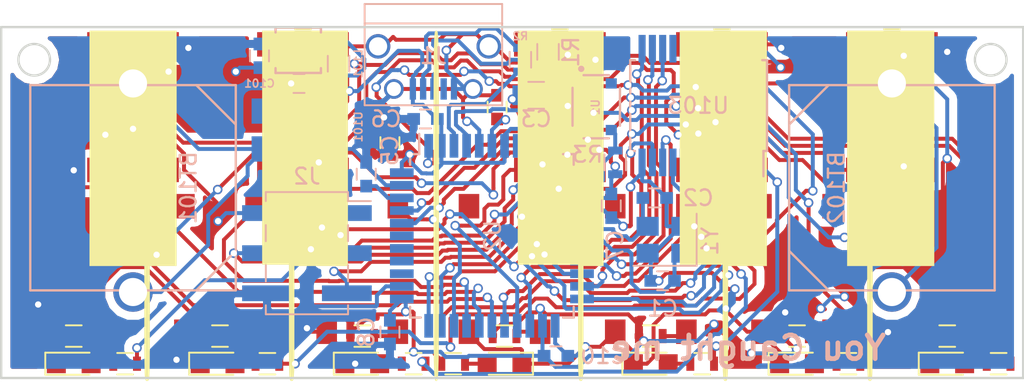
<source format=kicad_pcb>
(kicad_pcb (version 4) (host pcbnew 4.0.7)
  (layers (0 F.Cu signal) (31 B.Cu signal) (34 B.Paste user) (35 F.Paste user) (36 B.SilkS user) (37 F.SilkS user) (38 B.Mask user) (39 F.Mask user) (44 Edge.Cuts user))
  (net 0 "")
  (net 1 GND)
  (net 2 "Net-(C1-Pad1)")
  (net 3 "Net-(C2-Pad1)")
  (net 4 +5V)
  (net 5 "Net-(C4-Pad1)")
  (net 6 "Net-(C5-Pad1)")
  (net 7 "Net-(D1-Pad2)")
  (net 8 "Net-(D2-Pad2)")
  (net 9 "Net-(D3-Pad2)")
  (net 10 "Net-(D4-Pad2)")
  (net 11 "Net-(D5-Pad2)")
  (net 12 "Net-(D6-Pad2)")
  (net 13 "Net-(D7-Pad2)")
  (net 14 "Net-(D8-Pad2)")
  (net 15 "Net-(D9-Pad2)")
  (net 16 "Net-(D10-Pad2)")
  (net 17 "Net-(D11-Pad2)")
  (net 18 "Net-(D12-Pad2)")
  (net 19 "Net-(J1-Pad2)")
  (net 20 "Net-(J1-Pad3)")
  (net 21 /MISO)
  (net 22 /LED2)
  (net 23 /LED3)
  (net 24 /RESET)
  (net 25 "Net-(R1-Pad1)")
  (net 26 "Net-(R2-Pad1)")
  (net 27 /LED1)
  (net 28 /LED4)
  (net 29 /LED5)
  (net 30 /LED6)
  (net 31 /LED7)
  (net 32 /LED8)
  (net 33 /LED9)
  (net 34 /LED10)
  (net 35 /LED11)
  (net 36 /LED12)
  (net 37 "Net-(BT101-Pad2)")
  (net 38 /B+)
  (net 39 "Net-(C101-Pad1)")
  (net 40 /SCK)
  (net 41 /MOSI)
  (net 42 "Net-(L101-Pad1)")
  (net 43 "Net-(R101-Pad2)")
  (net 44 "Net-(R102-Pad2)")
  (net 45 "Net-(R103-Pad2)")
  (net 46 "Net-(R104-Pad2)")
  (net 47 "Net-(R105-Pad2)")
  (net 48 "Net-(R106-Pad2)")
  (net 49 "Net-(R107-Pad2)")
  (net 50 "Net-(R108-Pad2)")
  (net 51 "Net-(R109-Pad2)")
  (net 52 "Net-(R110-Pad2)")
  (net 53 "Net-(R111-Pad2)")
  (net 54 "Net-(R112-Pad2)")
  (net 55 /IN10)
  (net 56 /IN4)
  (net 57 /MUXEN)
  (net 58 /MUXS0)
  (net 59 /MUXS1)
  (net 60 /MUXS2)
  (net 61 /MUXSIG)
  (net 62 /MUXS3)
  (net 63 /IN7)
  (net 64 /IN8)
  (net 65 /IN1)
  (net 66 /IN2)
  (net 67 /IN3)
  (net 68 /IN5)
  (net 69 /IN6)
  (net 70 /IN9)
  (net 71 /IN12)
  (net 72 /IN11)
  (module Capacitors_SMD:C_0603 (layer B.Cu) (at 155.25 91 180)
    (fp_text reference C1 (at 0 -1.75 180) (layer B.SilkS) (effects (justify mirror)))
    (fp_text value 12pF)
    (pad 2 smd rect (at 0.75 0 180) (size 0.8 0.75) (layers B.Cu B.Paste B.Mask) (net 1 GND))
    (pad 1 smd rect (at -0.75 0 180) (size 0.8 0.75) (layers B.Cu B.Paste B.Mask) (net 2 "Net-(C1-Pad1)"))
  )
  (module Capacitors_SMD:C_0603 (layer B.Cu) (at 154.75 85.75)
    (fp_text reference C2 (at 2.75 0) (layer B.SilkS) (effects (justify mirror)))
    (fp_text value 12pF)
    (pad 2 smd rect (at 0.75 0) (size 0.8 0.75) (layers B.Cu B.Paste B.Mask) (net 1 GND))
    (pad 1 smd rect (at -0.75 0) (size 0.8 0.75) (layers B.Cu B.Paste B.Mask) (net 3 "Net-(C2-Pad1)"))
  )
  (module Capacitors_SMD:C_0805 (layer B.Cu) (at 147.25 79.25 180)
    (fp_text reference C3 (at 0 -1.5 180) (layer B.SilkS) (effects (justify mirror)))
    (fp_text value 10uF)
    (pad 1 smd rect (at -1 0 180) (size 1 1.25) (layers B.Cu B.Paste B.Mask) (net 1 GND))
    (pad 2 smd rect (at 1 0 180) (size 1 1.25) (layers B.Cu B.Paste B.Mask) (net 4 +5V))
  )
  (module Capacitors_SMD:C_0603 (layer F.Cu) (at 144.78 80 90)
    (fp_text reference C4 hide)
    (fp_text value 1uF)
    (pad 2 smd rect (at 0.75 0 90) (size 0.8 0.75) (layers F.Cu F.Paste F.Mask) (net 1 GND))
    (pad 1 smd rect (at -0.75 0 90) (size 0.8 0.75) (layers F.Cu F.Paste F.Mask) (net 5 "Net-(C4-Pad1)"))
  )
  (module Capacitors_SMD:C_0603 (layer B.Cu) (at 136.5 84.25 90)
    (fp_text reference C5 (at 1.5 1.5 90) (layer B.SilkS) (effects (justify mirror)))
    (fp_text value .1uF)
    (pad 2 smd rect (at 0.75 0 90) (size 0.8 0.75) (layers B.Cu B.Paste B.Mask) (net 1 GND))
    (pad 1 smd rect (at -0.75 0 90) (size 0.8 0.75) (layers B.Cu B.Paste B.Mask) (net 6 "Net-(C5-Pad1)"))
  )
  (module Capacitors_SMD:C_0603 (layer B.Cu) (at 140.25 80.75)
    (fp_text reference C6 (at -2.5 0) (layer B.SilkS) (effects (justify mirror)))
    (fp_text value .1uF)
    (pad 2 smd rect (at 0.75 0) (size 0.8 0.75) (layers B.Cu B.Paste B.Mask) (net 4 +5V))
    (pad 1 smd rect (at -0.75 0) (size 0.8 0.75) (layers B.Cu B.Paste B.Mask) (net 1 GND))
  )
  (module Capacitors_SMD:C_0603 (layer B.Cu) (at 152 86.25 90)
    (fp_text reference C7 (at -2.5 0.25 90) (layer B.SilkS) (effects (justify mirror)))
    (fp_text value .1uF)
    (pad 2 smd rect (at 0.75 0 90) (size 0.8 0.75) (layers B.Cu B.Paste B.Mask) (net 4 +5V))
    (pad 1 smd rect (at -0.75 0 90) (size 0.8 0.75) (layers B.Cu B.Paste B.Mask) (net 1 GND))
  )
  (module Capacitors_SMD:C_0603 (layer B.Cu) (at 138 94.25 90)
    (fp_text reference C8 (at 0 -1.5 90) (layer B.SilkS) (effects (justify mirror)))
    (fp_text value .1uF)
    (pad 2 smd rect (at 0.75 0 90) (size 0.8 0.75) (layers B.Cu B.Paste B.Mask) (net 4 +5V))
    (pad 1 smd rect (at -0.75 0 90) (size 0.8 0.75) (layers B.Cu B.Paste B.Mask) (net 1 GND))
  )
  (module Capacitors_SMD:C_0603 (layer F.Cu) (at 138 82.25 270)
    (fp_text reference C9 hide)
    (fp_text value .1uF)
    (pad 2 smd rect (at 0.75 0 270) (size 0.8 0.75) (layers F.Cu F.Paste F.Mask) (net 4 +5V))
    (pad 1 smd rect (at -0.75 0 270) (size 0.8 0.75) (layers F.Cu F.Paste F.Mask) (net 1 GND))
  )
  (module Capacitors_SMD:C_0603 (layer B.Cu) (at 148.5 95.75 180)
    (fp_text reference C10 (at -3 0 180) (layer B.SilkS) (effects (justify mirror)))
    (fp_text value .1uF)
    (pad 2 smd rect (at 0.75 0 180) (size 0.8 0.75) (layers B.Cu B.Paste B.Mask) (net 4 +5V))
    (pad 1 smd rect (at -0.75 0 180) (size 0.8 0.75) (layers B.Cu B.Paste B.Mask) (net 1 GND))
  )
  (module Capacitors_SMD:C_0603 (layer B.Cu) (at 132.25 78.5 180)
    (fp_text reference C101 (at 2.5 0 180) (layer B.SilkS) (effects (font (size 0.5 0.5) (thickness 0.1)) (justify mirror)))
    (fp_text value 2.2uF)
    (pad 2 smd rect (at 0.75 0 180) (size 0.8 0.75) (layers B.Cu B.Paste B.Mask) (net 1 GND))
    (pad 1 smd rect (at -0.75 0 180) (size 0.8 0.75) (layers B.Cu B.Paste B.Mask) (net 39 "Net-(C101-Pad1)"))
  )
  (module Capacitors_SMD:C_0603 (layer B.Cu) (at 129.75 76.75 90)
    (fp_text reference C102 hide)
    (fp_text value 4.7uF)
    (pad 2 smd rect (at 0.75 0 90) (size 0.8 0.75) (layers B.Cu B.Paste B.Mask) (net 1 GND))
    (pad 1 smd rect (at -0.75 0 90) (size 0.8 0.75) (layers B.Cu B.Paste B.Mask) (net 4 +5V))
  )
  (module LEDs:LED_0805 (layer F.Cu) (at 118 96.25)
    (fp_text reference D1 hide)
    (fp_text value LED)
    (pad 2 smd rect (at 1.1 0 180) (size 1.2 1.2) (layers F.Cu F.Paste F.Mask) (net 7 "Net-(D1-Pad2)"))
    (pad 1 smd rect (at -1.1 0 180) (size 1.2 1.2) (layers F.Cu F.Paste F.Mask) (net 1 GND))
  )
  (module LEDs:LED_0805 (layer F.Cu) (at 122 85.5 270)
    (fp_text reference D2 (at -2.75 0 360) (layer F.SilkS))
    (fp_text value LED)
    (pad 2 smd rect (at 1.1 0 90) (size 1.2 1.2) (layers F.Cu F.Paste F.Mask) (net 8 "Net-(D2-Pad2)"))
    (pad 1 smd rect (at -1.1 0 90) (size 1.2 1.2) (layers F.Cu F.Paste F.Mask) (net 1 GND))
  )
  (module LEDs:LED_0805 (layer F.Cu) (at 127.1 96.25)
    (fp_text reference D3 hide)
    (fp_text value LED)
    (pad 2 smd rect (at 1.1 0 180) (size 1.2 1.2) (layers F.Cu F.Paste F.Mask) (net 9 "Net-(D3-Pad2)"))
    (pad 1 smd rect (at -1.1 0 180) (size 1.2 1.2) (layers F.Cu F.Paste F.Mask) (net 1 GND))
  )
  (module LEDs:LED_0805 (layer F.Cu) (at 132.25 85.25 270)
    (fp_text reference D4 (at 0 -1.45 270) (layer F.SilkS))
    (fp_text value LED)
    (pad 2 smd rect (at 1.1 0 90) (size 1.2 1.2) (layers F.Cu F.Paste F.Mask) (net 10 "Net-(D4-Pad2)"))
    (pad 1 smd rect (at -1.1 0 90) (size 1.2 1.2) (layers F.Cu F.Paste F.Mask) (net 1 GND))
  )
  (module LEDs:LED_0805 (layer F.Cu) (at 136.25 96.25)
    (fp_text reference D5 hide)
    (fp_text value LED)
    (pad 2 smd rect (at 1.1 0 180) (size 1.2 1.2) (layers F.Cu F.Paste F.Mask) (net 11 "Net-(D5-Pad2)"))
    (pad 1 smd rect (at -1.1 0 180) (size 1.2 1.2) (layers F.Cu F.Paste F.Mask) (net 1 GND))
  )
  (module LEDs:LED_0805 (layer F.Cu) (at 145.25 96.25 180)
    (fp_text reference D6 hide)
    (fp_text value LED)
    (pad 2 smd rect (at 1.1 0) (size 1.2 1.2) (layers F.Cu F.Paste F.Mask) (net 12 "Net-(D6-Pad2)"))
    (pad 1 smd rect (at -1.1 0) (size 1.2 1.2) (layers F.Cu F.Paste F.Mask) (net 1 GND))
  )
  (module LEDs:LED_0805 (layer F.Cu) (at 149.25 85.25 270)
    (fp_text reference D7 hide)
    (fp_text value LED)
    (pad 2 smd rect (at 1.1 0 90) (size 1.2 1.2) (layers F.Cu F.Paste F.Mask) (net 13 "Net-(D7-Pad2)"))
    (pad 1 smd rect (at -1.1 0 90) (size 1.2 1.2) (layers F.Cu F.Paste F.Mask) (net 1 GND))
  )
  (module LEDs:LED_0805 (layer F.Cu) (at 154.5 96.25)
    (fp_text reference D8 hide)
    (fp_text value LED)
    (pad 2 smd rect (at 1.1 0 180) (size 1.2 1.2) (layers F.Cu F.Paste F.Mask) (net 14 "Net-(D8-Pad2)"))
    (pad 1 smd rect (at -1.1 0 180) (size 1.2 1.2) (layers F.Cu F.Paste F.Mask) (net 1 GND))
  )
  (module LEDs:LED_0805 (layer F.Cu) (at 159 85.25 270)
    (fp_text reference D9 (at 0 -1.45 270) (layer F.SilkS))
    (fp_text value LED)
    (pad 2 smd rect (at 1.1 0 90) (size 1.2 1.2) (layers F.Cu F.Paste F.Mask) (net 15 "Net-(D9-Pad2)"))
    (pad 1 smd rect (at -1.1 0 90) (size 1.2 1.2) (layers F.Cu F.Paste F.Mask) (net 1 GND))
  )
  (module LEDs:LED_0805 (layer F.Cu) (at 163.75 96.25)
    (fp_text reference D10 hide)
    (fp_text value LED)
    (pad 2 smd rect (at 1.1 0 180) (size 1.2 1.2) (layers F.Cu F.Paste F.Mask) (net 16 "Net-(D10-Pad2)"))
    (pad 1 smd rect (at -1.1 0 180) (size 1.2 1.2) (layers F.Cu F.Paste F.Mask) (net 1 GND))
  )
  (module LEDs:LED_0805 (layer F.Cu) (at 169.25 85.25 270)
    (fp_text reference D11 hide)
    (fp_text value LED)
    (pad 2 smd rect (at 1.1 0 90) (size 1.2 1.2) (layers F.Cu F.Paste F.Mask) (net 17 "Net-(D11-Pad2)"))
    (pad 1 smd rect (at -1.1 0 90) (size 1.2 1.2) (layers F.Cu F.Paste F.Mask) (net 1 GND))
  )
  (module LEDs:LED_0805 (layer F.Cu) (at 173.25 96.25)
    (fp_text reference D12 hide)
    (fp_text value LED)
    (pad 2 smd rect (at 1.1 0 180) (size 1.2 1.2) (layers F.Cu F.Paste F.Mask) (net 18 "Net-(D12-Pad2)"))
    (pad 1 smd rect (at -1.1 0 180) (size 1.2 1.2) (layers F.Cu F.Paste F.Mask) (net 1 GND))
  )
  (module BashPCB:USB_Micro-B_CircHoles (layer B.Cu) (at 140.75 77.5)
    (fp_text reference J1 (at 0 -0.75) (layer B.SilkS) (effects (justify mirror)))
    (fp_text value USB_OTG)
    (pad 1 smd rect (at -1.3 1.35 270) (size 1.35 0.4) (layers B.Cu B.Paste B.Mask) (net 4 +5V))
    (pad 2 smd rect (at -0.65 1.35 270) (size 1.35 0.4) (layers B.Cu B.Paste B.Mask) (net 19 "Net-(J1-Pad2)"))
    (pad 3 smd rect (at 0 1.35 270) (size 1.35 0.4) (layers B.Cu B.Paste B.Mask) (net 20 "Net-(J1-Pad3)"))
    (pad 4 smd rect (at 0.65 1.35 270) (size 1.35 0.4) (layers B.Cu B.Paste B.Mask))
    (pad 5 smd rect (at 1.3 1.35 270) (size 1.35 0.4) (layers B.Cu B.Paste B.Mask) (net 1 GND))
    (pad 6 thru_hole circle (at -2.5 1.35 270) (size 1.25 1.25) (drill 0.9) (layers *.Cu *.Mask) (net 1 GND))
    (pad 6 thru_hole circle (at 2.5 1.35 270) (size 1.25 1.25) (drill 0.9) (layers *.Cu *.Mask) (net 1 GND))
    (pad 6 thru_hole circle (at -3.5 -1.35 270) (size 1.55 1.55) (drill 1.15) (layers *.Cu *.Mask) (net 1 GND))
    (pad 6 thru_hole circle (at 3.5 -1.35 270) (size 1.55 1.55) (drill 1.15) (layers *.Cu *.Mask) (net 1 GND))
  )
  (module Pin_Headers:Pin_Header_Straight_2x03_Pitch2.54mm_SMD (layer B.Cu) (at 132.75 89.25 180)
    (fp_text reference J2 (at 0 4.87 180) (layer B.SilkS) (effects (justify mirror)))
    (fp_text value CONN_02X03)
    (pad 1 smd rect (at -2.525 2.54 180) (size 3.15 1) (layers B.Cu B.Paste B.Mask) (net 21 /MISO))
    (pad 2 smd rect (at 2.525 2.54 180) (size 3.15 1) (layers B.Cu B.Paste B.Mask) (net 4 +5V))
    (pad 3 smd rect (at -2.525 0 180) (size 3.15 1) (layers B.Cu B.Paste B.Mask) (net 40 /SCK))
    (pad 4 smd rect (at 2.525 0 180) (size 3.15 1) (layers B.Cu B.Paste B.Mask) (net 41 /MOSI))
    (pad 5 smd rect (at -2.525 -2.54 180) (size 3.15 1) (layers B.Cu B.Paste B.Mask) (net 24 /RESET))
    (pad 6 smd rect (at 2.525 -2.54 180) (size 3.15 1) (layers B.Cu B.Paste B.Mask) (net 1 GND))
  )
  (module Inductors_SMD:L_0603 (layer B.Cu) (at 134.75 77.25 270)
    (fp_text reference L101 (at 0 -1.25 270) (layer B.SilkS) (effects (font (size 0.5 0.5) (thickness 0.1)) (justify mirror)))
    (fp_text value 1uH)
    (pad 1 smd rect (at -0.75 0 270) (size 0.5 0.9) (layers B.Cu B.Paste B.Mask) (net 42 "Net-(L101-Pad1)"))
    (pad 2 smd rect (at 0.75 0 270) (size 0.5 0.9) (layers B.Cu B.Paste B.Mask) (net 39 "Net-(C101-Pad1)"))
  )
  (module Resistors_SMD:R_0603 (layer B.Cu) (at 148 76.5 90)
    (fp_text reference R1 (at 0 1.45 90) (layer B.SilkS) (effects (justify mirror)))
    (fp_text value 22)
    (pad 1 smd rect (at -0.75 0 90) (size 0.5 0.9) (layers B.Cu B.Paste B.Mask) (net 25 "Net-(R1-Pad1)"))
    (pad 2 smd rect (at 0.75 0 90) (size 0.5 0.9) (layers B.Cu B.Paste B.Mask) (net 20 "Net-(J1-Pad3)"))
  )
  (module Resistors_SMD:R_0603 (layer B.Cu) (at 146.25 77 90)
    (fp_text reference R2 (at 1.5 0 180) (layer B.SilkS) (effects (font (size 0.5 0.5) (thickness 0.1)) (justify mirror)))
    (fp_text value 22)
    (pad 1 smd rect (at -0.75 0 90) (size 0.5 0.9) (layers B.Cu B.Paste B.Mask) (net 26 "Net-(R2-Pad1)"))
    (pad 2 smd rect (at 0.75 0 90) (size 0.5 0.9) (layers B.Cu B.Paste B.Mask) (net 19 "Net-(J1-Pad2)"))
  )
  (module Resistors_SMD:R_0603 (layer B.Cu) (at 152.25 83.5 90)
    (fp_text reference R3 (at 0.5 -1.75 180) (layer B.SilkS) (effects (justify mirror)))
    (fp_text value 10K)
    (pad 1 smd rect (at -0.75 0 90) (size 0.5 0.9) (layers B.Cu B.Paste B.Mask) (net 4 +5V))
    (pad 2 smd rect (at 0.75 0 90) (size 0.5 0.9) (layers B.Cu B.Paste B.Mask) (net 24 /RESET))
  )
  (module Resistors_SMD:R_0603 (layer F.Cu) (at 121.25 96.25)
    (fp_text reference R4 hide)
    (fp_text value 400)
    (pad 1 smd rect (at -0.75 0) (size 0.5 0.9) (layers F.Cu F.Paste F.Mask) (net 7 "Net-(D1-Pad2)"))
    (pad 2 smd rect (at 0.75 0) (size 0.5 0.9) (layers F.Cu F.Paste F.Mask) (net 27 /LED1))
  )
  (module Resistors_SMD:R_0603 (layer F.Cu) (at 122.75 88.25)
    (fp_text reference R5 (at 0 -1.45) (layer F.SilkS))
    (fp_text value 400)
    (pad 1 smd rect (at -0.75 0) (size 0.5 0.9) (layers F.Cu F.Paste F.Mask) (net 8 "Net-(D2-Pad2)"))
    (pad 2 smd rect (at 0.75 0) (size 0.5 0.9) (layers F.Cu F.Paste F.Mask) (net 22 /LED2))
  )
  (module Resistors_SMD:R_0603 (layer F.Cu) (at 130.25 96.25)
    (fp_text reference R6 hide)
    (fp_text value 400)
    (pad 1 smd rect (at -0.75 0) (size 0.5 0.9) (layers F.Cu F.Paste F.Mask) (net 9 "Net-(D3-Pad2)"))
    (pad 2 smd rect (at 0.75 0) (size 0.5 0.9) (layers F.Cu F.Paste F.Mask) (net 23 /LED3))
  )
  (module Resistors_SMD:R_0603 (layer F.Cu) (at 131.75 88 180)
    (fp_text reference R7 (at 0 -1.45 180) (layer F.SilkS))
    (fp_text value 400)
    (pad 1 smd rect (at -0.75 0 180) (size 0.5 0.9) (layers F.Cu F.Paste F.Mask) (net 10 "Net-(D4-Pad2)"))
    (pad 2 smd rect (at 0.75 0 180) (size 0.5 0.9) (layers F.Cu F.Paste F.Mask) (net 28 /LED4))
  )
  (module Resistors_SMD:R_0603 (layer F.Cu) (at 139.5 96.25)
    (fp_text reference R8 hide)
    (fp_text value 400)
    (pad 1 smd rect (at -0.75 0) (size 0.5 0.9) (layers F.Cu F.Paste F.Mask) (net 11 "Net-(D5-Pad2)"))
    (pad 2 smd rect (at 0.75 0) (size 0.5 0.9) (layers F.Cu F.Paste F.Mask) (net 29 /LED5))
  )
  (module Resistors_SMD:R_0603 (layer F.Cu) (at 142 96.25 180)
    (fp_text reference R9 hide)
    (fp_text value 400)
    (pad 1 smd rect (at -0.75 0 180) (size 0.5 0.9) (layers F.Cu F.Paste F.Mask) (net 12 "Net-(D6-Pad2)"))
    (pad 2 smd rect (at 0.75 0 180) (size 0.5 0.9) (layers F.Cu F.Paste F.Mask) (net 30 /LED6))
  )
  (module Resistors_SMD:R_0603 (layer F.Cu) (at 150 88)
    (fp_text reference R10 hide)
    (fp_text value 400)
    (pad 1 smd rect (at -0.75 0) (size 0.5 0.9) (layers F.Cu F.Paste F.Mask) (net 13 "Net-(D7-Pad2)"))
    (pad 2 smd rect (at 0.75 0) (size 0.5 0.9) (layers F.Cu F.Paste F.Mask) (net 31 /LED7))
  )
  (module Resistors_SMD:R_0603 (layer F.Cu) (at 157.75 96.25)
    (fp_text reference R11 hide)
    (fp_text value 400)
    (pad 1 smd rect (at -0.75 0) (size 0.5 0.9) (layers F.Cu F.Paste F.Mask) (net 14 "Net-(D8-Pad2)"))
    (pad 2 smd rect (at 0.75 0) (size 0.5 0.9) (layers F.Cu F.Paste F.Mask) (net 32 /LED8))
  )
  (module Resistors_SMD:R_0603 (layer F.Cu) (at 159.5 88.25)
    (fp_text reference R12 (at 0 -1.45) (layer F.SilkS))
    (fp_text value 400)
    (pad 1 smd rect (at -0.75 0) (size 0.5 0.9) (layers F.Cu F.Paste F.Mask) (net 15 "Net-(D9-Pad2)"))
    (pad 2 smd rect (at 0.75 0) (size 0.5 0.9) (layers F.Cu F.Paste F.Mask) (net 33 /LED9))
  )
  (module Resistors_SMD:R_0603 (layer F.Cu) (at 167 96.25)
    (fp_text reference R13 hide)
    (fp_text value 400)
    (pad 1 smd rect (at -0.75 0) (size 0.5 0.9) (layers F.Cu F.Paste F.Mask) (net 16 "Net-(D10-Pad2)"))
    (pad 2 smd rect (at 0.75 0) (size 0.5 0.9) (layers F.Cu F.Paste F.Mask) (net 34 /LED10))
  )
  (module Resistors_SMD:R_0603 (layer F.Cu) (at 168.5 88 180)
    (fp_text reference R14 hide)
    (fp_text value 400)
    (pad 1 smd rect (at -0.75 0 180) (size 0.5 0.9) (layers F.Cu F.Paste F.Mask) (net 17 "Net-(D11-Pad2)"))
    (pad 2 smd rect (at 0.75 0 180) (size 0.5 0.9) (layers F.Cu F.Paste F.Mask) (net 35 /LED11))
  )
  (module Resistors_SMD:R_0603 (layer F.Cu) (at 176.5 96.25)
    (fp_text reference R15 hide)
    (fp_text value 400)
    (pad 1 smd rect (at -0.75 0) (size 0.5 0.9) (layers F.Cu F.Paste F.Mask) (net 18 "Net-(D12-Pad2)"))
    (pad 2 smd rect (at 0.75 0) (size 0.5 0.9) (layers F.Cu F.Paste F.Mask) (net 36 /LED12))
  )
  (module Resistors_SMD:R_0603 (layer F.Cu) (at 118 94.5)
    (fp_text reference R101 hide)
    (fp_text value 10k)
    (pad 1 smd rect (at -0.75 0) (size 0.5 0.9) (layers F.Cu F.Paste F.Mask) (net 4 +5V))
    (pad 2 smd rect (at 0.75 0) (size 0.5 0.9) (layers F.Cu F.Paste F.Mask) (net 43 "Net-(R101-Pad2)"))
  )
  (module Resistors_SMD:R_0603 (layer F.Cu) (at 121.75 76 180)
    (fp_text reference R102 hide)
    (fp_text value 10k)
    (pad 1 smd rect (at -0.75 0 180) (size 0.5 0.9) (layers F.Cu F.Paste F.Mask) (net 4 +5V))
    (pad 2 smd rect (at 0.75 0 180) (size 0.5 0.9) (layers F.Cu F.Paste F.Mask) (net 44 "Net-(R102-Pad2)"))
  )
  (module Resistors_SMD:R_0603 (layer F.Cu) (at 127.25 94.5)
    (fp_text reference R103 hide)
    (fp_text value 10k)
    (pad 1 smd rect (at -0.75 0) (size 0.5 0.9) (layers F.Cu F.Paste F.Mask) (net 4 +5V))
    (pad 2 smd rect (at 0.75 0) (size 0.5 0.9) (layers F.Cu F.Paste F.Mask) (net 45 "Net-(R103-Pad2)"))
  )
  (module Resistors_SMD:R_0603 (layer F.Cu) (at 132.5 75.75 180)
    (fp_text reference R104 hide)
    (fp_text value 10k)
    (pad 1 smd rect (at -0.75 0 180) (size 0.5 0.9) (layers F.Cu F.Paste F.Mask) (net 4 +5V))
    (pad 2 smd rect (at 0.75 0 180) (size 0.5 0.9) (layers F.Cu F.Paste F.Mask) (net 46 "Net-(R104-Pad2)"))
  )
  (module Resistors_SMD:R_0603 (layer F.Cu) (at 136.25 94.5)
    (fp_text reference R105 hide)
    (fp_text value 10k)
    (pad 1 smd rect (at -0.75 0) (size 0.5 0.9) (layers F.Cu F.Paste F.Mask) (net 4 +5V))
    (pad 2 smd rect (at 0.75 0) (size 0.5 0.9) (layers F.Cu F.Paste F.Mask) (net 47 "Net-(R105-Pad2)"))
  )
  (module Resistors_SMD:R_0603 (layer F.Cu) (at 145.25 94.5)
    (fp_text reference R106 hide)
    (fp_text value 10k)
    (pad 1 smd rect (at -0.75 0) (size 0.5 0.9) (layers F.Cu F.Paste F.Mask) (net 4 +5V))
    (pad 2 smd rect (at 0.75 0) (size 0.5 0.9) (layers F.Cu F.Paste F.Mask) (net 48 "Net-(R106-Pad2)"))
  )
  (module Resistors_SMD:R_0603 (layer F.Cu) (at 148.75 75.75 180)
    (fp_text reference R107 hide)
    (fp_text value 10k)
    (pad 1 smd rect (at -0.75 0 180) (size 0.5 0.9) (layers F.Cu F.Paste F.Mask) (net 4 +5V))
    (pad 2 smd rect (at 0.75 0 180) (size 0.5 0.9) (layers F.Cu F.Paste F.Mask) (net 49 "Net-(R107-Pad2)"))
  )
  (module Resistors_SMD:R_0603 (layer F.Cu) (at 154.5 94.5)
    (fp_text reference R108 hide)
    (fp_text value 10k)
    (pad 1 smd rect (at -0.75 0) (size 0.5 0.9) (layers F.Cu F.Paste F.Mask) (net 4 +5V))
    (pad 2 smd rect (at 0.75 0) (size 0.5 0.9) (layers F.Cu F.Paste F.Mask) (net 50 "Net-(R108-Pad2)"))
  )
  (module Resistors_SMD:R_0603 (layer F.Cu) (at 159 75.75 180)
    (fp_text reference R109 hide)
    (fp_text value 10k)
    (pad 1 smd rect (at -0.75 0 180) (size 0.5 0.9) (layers F.Cu F.Paste F.Mask) (net 4 +5V))
    (pad 2 smd rect (at 0.75 0 180) (size 0.5 0.9) (layers F.Cu F.Paste F.Mask) (net 51 "Net-(R109-Pad2)"))
  )
  (module Resistors_SMD:R_0603 (layer F.Cu) (at 163.75 94.5)
    (fp_text reference R110 hide)
    (fp_text value 10k)
    (pad 1 smd rect (at -0.75 0) (size 0.5 0.9) (layers F.Cu F.Paste F.Mask) (net 4 +5V))
    (pad 2 smd rect (at 0.75 0) (size 0.5 0.9) (layers F.Cu F.Paste F.Mask) (net 52 "Net-(R110-Pad2)"))
  )
  (module Resistors_SMD:R_0603 (layer F.Cu) (at 169.75 75.75 180)
    (fp_text reference R111 hide)
    (fp_text value 10k)
    (pad 1 smd rect (at -0.75 0 180) (size 0.5 0.9) (layers F.Cu F.Paste F.Mask) (net 4 +5V))
    (pad 2 smd rect (at 0.75 0 180) (size 0.5 0.9) (layers F.Cu F.Paste F.Mask) (net 53 "Net-(R111-Pad2)"))
  )
  (module Resistors_SMD:R_0603 (layer F.Cu) (at 173.25 94.5)
    (fp_text reference R112 hide)
    (fp_text value 10k)
    (pad 1 smd rect (at -0.75 0) (size 0.5 0.9) (layers F.Cu F.Paste F.Mask) (net 4 +5V))
    (pad 2 smd rect (at 0.75 0) (size 0.5 0.9) (layers F.Cu F.Paste F.Mask) (net 54 "Net-(R112-Pad2)"))
  )
  (module BashPCB:KMT071_NGJ_LHS (layer B.Cu) (at 151.05 79.975 270)
    (fp_text reference U1 (at 0.025 0.05 270) (layer B.SilkS) (effects (font (size 0.5 0.5) (thickness 0.1)) (justify mirror)))
    (fp_text value button)
    (pad 1 smd rect (at -1.475 0.95 270) (size 0.65 0.7) (layers B.Cu B.Paste B.Mask))
    (pad 2 smd rect (at 1.475 0.95 270) (size 0.65 0.7) (layers B.Cu B.Paste B.Mask) (net 1 GND))
    (pad 3 smd rect (at -1.475 -0.95 270) (size 0.65 0.7) (layers B.Cu B.Paste B.Mask))
    (pad 4 smd rect (at 1.475 -0.95 270) (size 0.65 0.7) (layers B.Cu B.Paste B.Mask) (net 24 /RESET))
  )
  (module Housings_QFP:TQFP-44_10x10mm_Pitch0.8mm (layer B.Cu) (at 144.45 88.15 270)
    (fp_text reference U2 (at 0 -0.05 270) (layer B.SilkS) (effects (justify mirror)))
    (fp_text value ATMEGA32U4RC-AU)
    (pad 1 smd rect (at -5.7 4 270) (size 1.5 0.55) (layers B.Cu B.Paste B.Mask) (net 55 /IN10))
    (pad 2 smd rect (at -5.7 3.2 270) (size 1.5 0.55) (layers B.Cu B.Paste B.Mask) (net 4 +5V))
    (pad 3 smd rect (at -5.7 2.4 270) (size 1.5 0.55) (layers B.Cu B.Paste B.Mask) (net 26 "Net-(R2-Pad1)"))
    (pad 4 smd rect (at -5.7 1.6 270) (size 1.5 0.55) (layers B.Cu B.Paste B.Mask) (net 25 "Net-(R1-Pad1)"))
    (pad 5 smd rect (at -5.7 0.8 270) (size 1.5 0.55) (layers B.Cu B.Paste B.Mask) (net 1 GND))
    (pad 6 smd rect (at -5.7 0 270) (size 1.5 0.55) (layers B.Cu B.Paste B.Mask) (net 5 "Net-(C4-Pad1)"))
    (pad 7 smd rect (at -5.7 -0.8 270) (size 1.5 0.55) (layers B.Cu B.Paste B.Mask) (net 4 +5V))
    (pad 8 smd rect (at -5.7 -1.6 270) (size 1.5 0.55) (layers B.Cu B.Paste B.Mask))
    (pad 9 smd rect (at -5.7 -2.4 270) (size 1.5 0.55) (layers B.Cu B.Paste B.Mask) (net 40 /SCK))
    (pad 10 smd rect (at -5.7 -3.2 270) (size 1.5 0.55) (layers B.Cu B.Paste B.Mask) (net 41 /MOSI))
    (pad 11 smd rect (at -5.7 -4 270) (size 1.5 0.55) (layers B.Cu B.Paste B.Mask) (net 21 /MISO))
    (pad 12 smd rect (at -4 -5.7 180) (size 1.5 0.55) (layers B.Cu B.Paste B.Mask) (net 56 /IN4))
    (pad 13 smd rect (at -3.2 -5.7 180) (size 1.5 0.55) (layers B.Cu B.Paste B.Mask) (net 24 /RESET))
    (pad 14 smd rect (at -2.4 -5.7 180) (size 1.5 0.55) (layers B.Cu B.Paste B.Mask) (net 4 +5V))
    (pad 15 smd rect (at -1.6 -5.7 180) (size 1.5 0.55) (layers B.Cu B.Paste B.Mask) (net 1 GND))
    (pad 16 smd rect (at -0.8 -5.7 180) (size 1.5 0.55) (layers B.Cu B.Paste B.Mask) (net 3 "Net-(C2-Pad1)"))
    (pad 17 smd rect (at 0 -5.7 180) (size 1.5 0.55) (layers B.Cu B.Paste B.Mask) (net 2 "Net-(C1-Pad1)"))
    (pad 18 smd rect (at 0.8 -5.7 180) (size 1.5 0.55) (layers B.Cu B.Paste B.Mask) (net 57 /MUXEN))
    (pad 19 smd rect (at 1.6 -5.7 180) (size 1.5 0.55) (layers B.Cu B.Paste B.Mask) (net 58 /MUXS0))
    (pad 20 smd rect (at 2.4 -5.7 180) (size 1.5 0.55) (layers B.Cu B.Paste B.Mask) (net 59 /MUXS1))
    (pad 21 smd rect (at 3.2 -5.7 180) (size 1.5 0.55) (layers B.Cu B.Paste B.Mask) (net 60 /MUXS2))
    (pad 22 smd rect (at 4 -5.7 180) (size 1.5 0.55) (layers B.Cu B.Paste B.Mask) (net 61 /MUXSIG))
    (pad 23 smd rect (at 5.7 -4 270) (size 1.5 0.55) (layers B.Cu B.Paste B.Mask) (net 1 GND))
    (pad 24 smd rect (at 5.7 -3.2 270) (size 1.5 0.55) (layers B.Cu B.Paste B.Mask) (net 4 +5V))
    (pad 25 smd rect (at 5.7 -2.4 270) (size 1.5 0.55) (layers B.Cu B.Paste B.Mask) (net 62 /MUXS3))
    (pad 26 smd rect (at 5.7 -1.6 270) (size 1.5 0.55) (layers B.Cu B.Paste B.Mask) (net 63 /IN7))
    (pad 27 smd rect (at 5.7 -0.8 270) (size 1.5 0.55) (layers B.Cu B.Paste B.Mask) (net 64 /IN8))
    (pad 28 smd rect (at 5.7 0 270) (size 1.5 0.55) (layers B.Cu B.Paste B.Mask) (net 65 /IN1))
    (pad 29 smd rect (at 5.7 0.8 270) (size 1.5 0.55) (layers B.Cu B.Paste B.Mask) (net 66 /IN2))
    (pad 30 smd rect (at 5.7 1.6 270) (size 1.5 0.55) (layers B.Cu B.Paste B.Mask) (net 67 /IN3))
    (pad 31 smd rect (at 5.7 2.4 270) (size 1.5 0.55) (layers B.Cu B.Paste B.Mask) (net 68 /IN5))
    (pad 32 smd rect (at 5.7 3.2 270) (size 1.5 0.55) (layers B.Cu B.Paste B.Mask) (net 69 /IN6))
    (pad 33 smd rect (at 5.7 4 270) (size 1.5 0.55) (layers B.Cu B.Paste B.Mask) (net 70 /IN9))
    (pad 34 smd rect (at 4 5.7 180) (size 1.5 0.55) (layers B.Cu B.Paste B.Mask) (net 4 +5V))
    (pad 35 smd rect (at 3.2 5.7 180) (size 1.5 0.55) (layers B.Cu B.Paste B.Mask) (net 1 GND))
    (pad 36 smd rect (at 2.4 5.7 180) (size 1.5 0.55) (layers B.Cu B.Paste B.Mask))
    (pad 37 smd rect (at 1.6 5.7 180) (size 1.5 0.55) (layers B.Cu B.Paste B.Mask))
    (pad 38 smd rect (at 0.8 5.7 180) (size 1.5 0.55) (layers B.Cu B.Paste B.Mask))
    (pad 39 smd rect (at 0 5.7 180) (size 1.5 0.55) (layers B.Cu B.Paste B.Mask))
    (pad 40 smd rect (at -0.8 5.7 180) (size 1.5 0.55) (layers B.Cu B.Paste B.Mask) (net 71 /IN12))
    (pad 41 smd rect (at -1.6 5.7 180) (size 1.5 0.55) (layers B.Cu B.Paste B.Mask) (net 72 /IN11))
    (pad 42 smd rect (at -2.4 5.7 180) (size 1.5 0.55) (layers B.Cu B.Paste B.Mask) (net 6 "Net-(C5-Pad1)"))
    (pad 43 smd rect (at -3.2 5.7 180) (size 1.5 0.55) (layers B.Cu B.Paste B.Mask) (net 1 GND))
    (pad 44 smd rect (at -4 5.7 180) (size 1.5 0.55) (layers B.Cu B.Paste B.Mask) (net 4 +5V))
  )
  (module PianoNecklace:JS202011JCQN (layer B.Cu) (at 132.25 81.45)
    (fp_text reference U101 (at 3.75 -0.2 90) (layer B.SilkS) (effects (font (size 0.5 0.5) (thickness 0.1)) (justify mirror)))
    (fp_text value JS202011JCQN)
    (pad 2 smd rect (at 0 1.2) (size 1 1.6) (layers B.Cu B.Paste B.Mask) (net 39 "Net-(C101-Pad1)"))
    (pad 3 smd rect (at 2.5 1.2) (size 1 1.6) (layers B.Cu B.Paste B.Mask) (net 1 GND))
    (pad 1 smd rect (at -2.5 1.2) (size 1 1.6) (layers B.Cu B.Paste B.Mask) (net 38 /B+))
    (pad 4 smd rect (at -2.5 -1.2) (size 1 1.6) (layers B.Cu B.Paste B.Mask))
    (pad 5 smd rect (at 0 -1.2) (size 1 1.6) (layers B.Cu B.Paste B.Mask))
    (pad 6 smd rect (at 2.5 -1.2) (size 1 1.6) (layers B.Cu B.Paste B.Mask))
  )
  (module PianoNecklace:TPS61240DRVR (layer B.Cu) (at 132.2 76.399999)
    (fp_text reference U102 hide)
    (fp_text value TPS61240 hide)
    (pad 1 smd rect (at -1.05 0.649999) (size 0.7 0.3) (layers B.Cu B.Paste B.Mask) (net 1 GND))
    (pad 2 smd rect (at -1.05 0) (size 0.7 0.3) (layers B.Cu B.Paste B.Mask) (net 4 +5V))
    (pad 3 smd rect (at -1.05 -0.649999) (size 0.7 0.3) (layers B.Cu B.Paste B.Mask) (net 4 +5V))
    (pad 4 smd rect (at 1.05 -0.649999) (size 0.7 0.3) (layers B.Cu B.Paste B.Mask) (net 39 "Net-(C101-Pad1)"))
    (pad 5 smd rect (at 1.05 0) (size 0.7 0.3) (layers B.Cu B.Paste B.Mask) (net 42 "Net-(L101-Pad1)"))
    (pad 6 smd rect (at 1.05 0.649999) (size 0.7 0.3) (layers B.Cu B.Paste B.Mask) (net 39 "Net-(C101-Pad1)"))
    (pad 7 smd rect (at 0 0) (size 1.016 1.6002) (layers B.Cu B.Paste B.Mask))
  )
  (module Housings_SSOP:SSOP-24_5.3x8.2mm_Pitch0.65mm (layer B.Cu) (at 157.525 79.9 90)
    (fp_text reference U103 (at 0 -0.025 180) (layer B.SilkS) (effects (justify mirror)))
    (fp_text value CD74HC4067SM96)
    (pad 1 smd rect (at -3.6 3.575 90) (size 1.75 0.45) (layers B.Cu B.Paste B.Mask) (net 61 /MUXSIG))
    (pad 2 smd rect (at -3.6 2.925 90) (size 1.75 0.45) (layers B.Cu B.Paste B.Mask) (net 32 /LED8))
    (pad 3 smd rect (at -3.6 2.275 90) (size 1.75 0.45) (layers B.Cu B.Paste B.Mask) (net 31 /LED7))
    (pad 4 smd rect (at -3.6 1.625 90) (size 1.75 0.45) (layers B.Cu B.Paste B.Mask) (net 30 /LED6))
    (pad 5 smd rect (at -3.6 0.975 90) (size 1.75 0.45) (layers B.Cu B.Paste B.Mask) (net 29 /LED5))
    (pad 6 smd rect (at -3.6 0.325 90) (size 1.75 0.45) (layers B.Cu B.Paste B.Mask) (net 28 /LED4))
    (pad 7 smd rect (at -3.6 -0.325 90) (size 1.75 0.45) (layers B.Cu B.Paste B.Mask) (net 23 /LED3))
    (pad 8 smd rect (at -3.6 -0.975 90) (size 1.75 0.45) (layers B.Cu B.Paste B.Mask) (net 22 /LED2))
    (pad 9 smd rect (at -3.6 -1.625 90) (size 1.75 0.45) (layers B.Cu B.Paste B.Mask) (net 27 /LED1))
    (pad 10 smd rect (at -3.6 -2.275 90) (size 1.75 0.45) (layers B.Cu B.Paste B.Mask) (net 58 /MUXS0))
    (pad 11 smd rect (at -3.6 -2.925 90) (size 1.75 0.45) (layers B.Cu B.Paste B.Mask) (net 59 /MUXS1))
    (pad 12 smd rect (at -3.6 -3.575 90) (size 1.75 0.45) (layers B.Cu B.Paste B.Mask) (net 1 GND))
    (pad 13 smd rect (at 3.6 -3.575 90) (size 1.75 0.45) (layers B.Cu B.Paste B.Mask) (net 62 /MUXS3))
    (pad 14 smd rect (at 3.6 -2.925 90) (size 1.75 0.45) (layers B.Cu B.Paste B.Mask) (net 60 /MUXS2))
    (pad 15 smd rect (at 3.6 -2.275 90) (size 1.75 0.45) (layers B.Cu B.Paste B.Mask) (net 57 /MUXEN))
    (pad 16 smd rect (at 3.6 -1.625 90) (size 1.75 0.45) (layers B.Cu B.Paste B.Mask))
    (pad 17 smd rect (at 3.6 -0.975 90) (size 1.75 0.45) (layers B.Cu B.Paste B.Mask))
    (pad 18 smd rect (at 3.6 -0.325 90) (size 1.75 0.45) (layers B.Cu B.Paste B.Mask))
    (pad 19 smd rect (at 3.6 0.325 90) (size 1.75 0.45) (layers B.Cu B.Paste B.Mask))
    (pad 20 smd rect (at 3.6 0.975 90) (size 1.75 0.45) (layers B.Cu B.Paste B.Mask) (net 36 /LED12))
    (pad 21 smd rect (at 3.6 1.625 90) (size 1.75 0.45) (layers B.Cu B.Paste B.Mask) (net 35 /LED11))
    (pad 22 smd rect (at 3.6 2.275 90) (size 1.75 0.45) (layers B.Cu B.Paste B.Mask) (net 34 /LED10))
    (pad 23 smd rect (at 3.6 2.925 90) (size 1.75 0.45) (layers B.Cu B.Paste B.Mask) (net 33 /LED9))
    (pad 24 smd rect (at 3.6 3.575 90) (size 1.75 0.45) (layers B.Cu B.Paste B.Mask) (net 4 +5V))
  )
  (module BashPCB:PTS645 (layer F.Cu) (at 118 90.25 270)
    (fp_text reference U104 hide)
    (fp_text value button)
    (pad 1 smd rect (at -3.975 -2.25 270) (size 1.55 1.3) (layers F.Cu F.Paste F.Mask) (net 65 /IN1))
    (pad 2 smd rect (at 3.975 -2.25 270) (size 1.55 1.3) (layers F.Cu F.Paste F.Mask) (net 43 "Net-(R101-Pad2)"))
    (pad 3 smd rect (at -3.975 2.25 270) (size 1.55 1.3) (layers F.Cu F.Paste F.Mask))
    (pad 4 smd rect (at 3.975 2.25 270) (size 1.55 1.3) (layers F.Cu F.Paste F.Mask) (net 1 GND))
  )
  (module BashPCB:PTS645 (layer F.Cu) (at 121.75 80 90)
    (fp_text reference U105 hide)
    (fp_text value button)
    (pad 1 smd rect (at -3.975 -2.25 90) (size 1.55 1.3) (layers F.Cu F.Paste F.Mask) (net 66 /IN2))
    (pad 2 smd rect (at 3.975 -2.25 90) (size 1.55 1.3) (layers F.Cu F.Paste F.Mask) (net 44 "Net-(R102-Pad2)"))
    (pad 3 smd rect (at -3.975 2.25 90) (size 1.55 1.3) (layers F.Cu F.Paste F.Mask))
    (pad 4 smd rect (at 3.975 2.25 90) (size 1.55 1.3) (layers F.Cu F.Paste F.Mask) (net 1 GND))
  )
  (module BashPCB:PTS645 (layer F.Cu) (at 127.25 90.25 270)
    (fp_text reference U106 hide)
    (fp_text value button)
    (pad 1 smd rect (at -3.975 -2.25 270) (size 1.55 1.3) (layers F.Cu F.Paste F.Mask) (net 67 /IN3))
    (pad 2 smd rect (at 3.975 -2.25 270) (size 1.55 1.3) (layers F.Cu F.Paste F.Mask) (net 45 "Net-(R103-Pad2)"))
    (pad 3 smd rect (at -3.975 2.25 270) (size 1.55 1.3) (layers F.Cu F.Paste F.Mask))
    (pad 4 smd rect (at 3.975 2.25 270) (size 1.55 1.3) (layers F.Cu F.Paste F.Mask) (net 1 GND))
  )
  (module BashPCB:PTS645 (layer F.Cu) (at 132.5 80 90)
    (fp_text reference U107 hide)
    (fp_text value button)
    (pad 1 smd rect (at -3.975 -2.25 90) (size 1.55 1.3) (layers F.Cu F.Paste F.Mask) (net 56 /IN4))
    (pad 2 smd rect (at 3.975 -2.25 90) (size 1.55 1.3) (layers F.Cu F.Paste F.Mask) (net 46 "Net-(R104-Pad2)"))
    (pad 3 smd rect (at -3.975 2.25 90) (size 1.55 1.3) (layers F.Cu F.Paste F.Mask))
    (pad 4 smd rect (at 3.975 2.25 90) (size 1.55 1.3) (layers F.Cu F.Paste F.Mask) (net 1 GND))
  )
  (module BashPCB:PTS645 (layer F.Cu) (at 136.25 90.25 270)
    (fp_text reference U108 hide)
    (fp_text value button)
    (pad 1 smd rect (at -3.975 -2.25 270) (size 1.55 1.3) (layers F.Cu F.Paste F.Mask) (net 68 /IN5))
    (pad 2 smd rect (at 3.975 -2.25 270) (size 1.55 1.3) (layers F.Cu F.Paste F.Mask) (net 47 "Net-(R105-Pad2)"))
    (pad 3 smd rect (at -3.975 2.25 270) (size 1.55 1.3) (layers F.Cu F.Paste F.Mask))
    (pad 4 smd rect (at 3.975 2.25 270) (size 1.55 1.3) (layers F.Cu F.Paste F.Mask) (net 1 GND))
  )
  (module BashPCB:PTS645 (layer F.Cu) (at 145.25 90.25 270)
    (fp_text reference U109 hide)
    (fp_text value button)
    (pad 1 smd rect (at -3.975 -2.25 270) (size 1.55 1.3) (layers F.Cu F.Paste F.Mask) (net 69 /IN6))
    (pad 2 smd rect (at 3.975 -2.25 270) (size 1.55 1.3) (layers F.Cu F.Paste F.Mask) (net 48 "Net-(R106-Pad2)"))
    (pad 3 smd rect (at -3.975 2.25 270) (size 1.55 1.3) (layers F.Cu F.Paste F.Mask))
    (pad 4 smd rect (at 3.975 2.25 270) (size 1.55 1.3) (layers F.Cu F.Paste F.Mask) (net 1 GND))
  )
  (module BashPCB:PTS645 (layer F.Cu) (at 148.75 80 90)
    (fp_text reference U110 hide)
    (fp_text value button)
    (pad 1 smd rect (at -3.975 -2.25 90) (size 1.55 1.3) (layers F.Cu F.Paste F.Mask) (net 63 /IN7))
    (pad 2 smd rect (at 3.975 -2.25 90) (size 1.55 1.3) (layers F.Cu F.Paste F.Mask) (net 49 "Net-(R107-Pad2)"))
    (pad 3 smd rect (at -3.975 2.25 90) (size 1.55 1.3) (layers F.Cu F.Paste F.Mask))
    (pad 4 smd rect (at 3.975 2.25 90) (size 1.55 1.3) (layers F.Cu F.Paste F.Mask) (net 1 GND))
  )
  (module BashPCB:PTS645 (layer F.Cu) (at 154.5 90.25 270)
    (fp_text reference U111 hide)
    (fp_text value button)
    (pad 1 smd rect (at -3.975 -2.25 270) (size 1.55 1.3) (layers F.Cu F.Paste F.Mask) (net 64 /IN8))
    (pad 2 smd rect (at 3.975 -2.25 270) (size 1.55 1.3) (layers F.Cu F.Paste F.Mask) (net 50 "Net-(R108-Pad2)"))
    (pad 3 smd rect (at -3.975 2.25 270) (size 1.55 1.3) (layers F.Cu F.Paste F.Mask))
    (pad 4 smd rect (at 3.975 2.25 270) (size 1.55 1.3) (layers F.Cu F.Paste F.Mask) (net 1 GND))
  )
  (module BashPCB:PTS645 (layer F.Cu) (at 159 80 90)
    (fp_text reference U112 hide)
    (fp_text value button)
    (pad 1 smd rect (at -3.975 -2.25 90) (size 1.55 1.3) (layers F.Cu F.Paste F.Mask) (net 70 /IN9))
    (pad 2 smd rect (at 3.975 -2.25 90) (size 1.55 1.3) (layers F.Cu F.Paste F.Mask) (net 51 "Net-(R109-Pad2)"))
    (pad 3 smd rect (at -3.975 2.25 90) (size 1.55 1.3) (layers F.Cu F.Paste F.Mask))
    (pad 4 smd rect (at 3.975 2.25 90) (size 1.55 1.3) (layers F.Cu F.Paste F.Mask) (net 1 GND))
  )
  (module BashPCB:PTS645 (layer F.Cu) (at 163.75 90.25 270)
    (fp_text reference U113 hide)
    (fp_text value button)
    (pad 1 smd rect (at -3.975 -2.25 270) (size 1.55 1.3) (layers F.Cu F.Paste F.Mask) (net 55 /IN10))
    (pad 2 smd rect (at 3.975 -2.25 270) (size 1.55 1.3) (layers F.Cu F.Paste F.Mask) (net 52 "Net-(R110-Pad2)"))
    (pad 3 smd rect (at -3.975 2.25 270) (size 1.55 1.3) (layers F.Cu F.Paste F.Mask))
    (pad 4 smd rect (at 3.975 2.25 270) (size 1.55 1.3) (layers F.Cu F.Paste F.Mask) (net 1 GND))
  )
  (module BashPCB:PTS645 (layer F.Cu) (at 169.75 80 90)
    (fp_text reference U114 hide)
    (fp_text value button)
    (pad 1 smd rect (at -3.975 -2.25 90) (size 1.55 1.3) (layers F.Cu F.Paste F.Mask) (net 72 /IN11))
    (pad 2 smd rect (at 3.975 -2.25 90) (size 1.55 1.3) (layers F.Cu F.Paste F.Mask) (net 53 "Net-(R111-Pad2)"))
    (pad 3 smd rect (at -3.975 2.25 90) (size 1.55 1.3) (layers F.Cu F.Paste F.Mask))
    (pad 4 smd rect (at 3.975 2.25 90) (size 1.55 1.3) (layers F.Cu F.Paste F.Mask) (net 1 GND))
  )
  (module BashPCB:PTS645 (layer F.Cu) (at 173.25 90.25 270)
    (fp_text reference U115 hide)
    (fp_text value button)
    (pad 1 smd rect (at -3.975 -2.25 270) (size 1.55 1.3) (layers F.Cu F.Paste F.Mask) (net 71 /IN12))
    (pad 2 smd rect (at 3.975 -2.25 270) (size 1.55 1.3) (layers F.Cu F.Paste F.Mask) (net 54 "Net-(R112-Pad2)"))
    (pad 3 smd rect (at -3.975 2.25 270) (size 1.55 1.3) (layers F.Cu F.Paste F.Mask))
    (pad 4 smd rect (at 3.975 2.25 270) (size 1.55 1.3) (layers F.Cu F.Paste F.Mask) (net 1 GND))
  )
  (module Crystals:Crystal_SMD_3225-4pin_3.2x2.5mm (layer B.Cu) (at 155.4 88.4 180)
    (fp_text reference Y1 (at -2.85 -0.1 270) (layer B.SilkS) (effects (justify mirror)))
    (fp_text value Crystal_GND24)
    (pad 1 smd rect (at -1.1 -0.85 180) (size 1.4 1.2) (layers B.Cu B.Paste B.Mask) (net 2 "Net-(C1-Pad1)"))
    (pad 2 smd rect (at 1.1 -0.85 180) (size 1.4 1.2) (layers B.Cu B.Paste B.Mask) (net 1 GND))
    (pad 3 smd rect (at 1.1 0.85 180) (size 1.4 1.2) (layers B.Cu B.Paste B.Mask) (net 3 "Net-(C2-Pad1)"))
    (pad 4 smd rect (at -1.1 0.85 180) (size 1.4 1.2) (layers B.Cu B.Paste B.Mask) (net 1 GND))
  )
  (module PianoNecklace:BK-5091 (layer B.Cu) (at 121.75 85.105 270)
    (fp_text reference BT101 (at 0 -3.5 270) (layer B.SilkS) (effects (justify mirror)))
    (fp_text value Battery_Cell)
    (pad 2 smd rect (at 0 0 270) (size 5 5) (layers B.Cu B.Paste B.Mask) (net 37 "Net-(BT101-Pad2)"))
    (pad 1 thru_hole circle (at -6.605 0 270) (size 2.5 2.5) (drill 1.78) (layers *.Cu *.Mask) (net 38 /B+))
    (pad 1 thru_hole circle (at 6.605 0 270) (size 2.5 2.5) (drill 1.78) (layers *.Cu *.Mask) (net 38 /B+))
  )
  (module PianoNecklace:BK-5091 (layer B.Cu) (at 169.75 85.105 90)
    (fp_text reference BT102 (at 0 -3.5 90) (layer B.SilkS) (effects (justify mirror)))
    (fp_text value Battery_Cell)
    (pad 2 smd rect (at 0 0 90) (size 5 5) (layers B.Cu B.Paste B.Mask) (net 1 GND))
    (pad 1 thru_hole circle (at -6.605 0 90) (size 2.5 2.5) (drill 1.78) (layers *.Cu *.Mask) (net 37 "Net-(BT101-Pad2)"))
    (pad 1 thru_hole circle (at 6.605 0 90) (size 2.5 2.5) (drill 1.78) (layers *.Cu *.Mask) (net 37 "Net-(BT101-Pad2)"))
  )
  (module PianoNecklace:Keyboard (layer F.Cu) (at 145.5 86.25)
    (fp_text reference G*** hide)
    (fp_text value LOGO hide)
  )
  (gr_text "You Caught me" (at 160.655 95.25) (layer B.SilkS) (effects (font (size 1.5 1.5) (thickness 0.3)) (justify mirror)))
  (gr_circle (center 176 77) (end 177 77) (layer Edge.Cuts) (width 0.15))
  (gr_circle (center 115.5 77) (end 116.5 77) (layer Edge.Cuts) (width 0.15))
  (gr_line (start 178.054 74.93) (end 113.411 74.93) (angle 90) (layer Edge.Cuts) (width 0.15))
  (gr_line (start 178.054 97.155) (end 178.054 74.93) (angle 90) (layer Edge.Cuts) (width 0.15))
  (gr_line (start 113.411 97.155) (end 178.054 97.155) (angle 90) (layer Edge.Cuts) (width 0.15))
  (gr_line (start 113.411 74.93) (end 113.411 97.155) (angle 90) (layer Edge.Cuts) (width 0.15))
  (segment (start 151 76.025) (end 151 76.15) (width 0.25) (layer F.Cu) (net 1))
  (segment (start 151 76.15) (end 149.825046 77.324954) (width 0.25) (layer F.Cu) (net 1))
  (segment (start 149.825046 77.324954) (end 147.159191 77.324954) (width 0.25) (layer F.Cu) (net 1))
  (segment (start 144.614998 76.15) (end 144.25 76.15) (width 0.25) (layer F.Cu) (net 1))
  (segment (start 147.159191 77.324954) (end 147.011157 77.17692) (width 0.25) (layer F.Cu) (net 1))
  (segment (start 145.974201 77.174966) (end 145.639964 77.174966) (width 0.25) (layer F.Cu) (net 1))
  (segment (start 145.639964 77.174966) (end 144.614998 76.15) (width 0.25) (layer F.Cu) (net 1))
  (segment (start 145.976155 77.17692) (end 145.974201 77.174966) (width 0.25) (layer F.Cu) (net 1))
  (segment (start 147.011157 77.17692) (end 145.976155 77.17692) (width 0.25) (layer F.Cu) (net 1))
  (segment (start 143.475001 75.375001) (end 141.498859 75.375001) (width 0.25) (layer F.Cu) (net 1))
  (segment (start 141.498859 75.375001) (end 141.141249 75.732611) (width 0.25) (layer F.Cu) (net 1))
  (segment (start 141.141249 75.732611) (end 138.382609 75.732611) (width 0.25) (layer F.Cu) (net 1))
  (segment (start 138.382609 75.732611) (end 138.202099 75.552101) (width 0.25) (layer F.Cu) (net 1))
  (segment (start 138.202099 75.552101) (end 137.604201 76.15) (width 0.25) (layer F.Cu) (net 1))
  (segment (start 137.604201 76.15) (end 137.25 76.15) (width 0.25) (layer F.Cu) (net 1))
  (segment (start 144.78 79.25) (end 143.65 79.25) (width 0.25) (layer F.Cu) (net 1))
  (segment (start 143.65 79.25) (end 143.25 78.85) (width 0.25) (layer F.Cu) (net 1))
  (segment (start 141.868197 76.105775) (end 141.568198 76.405774) (width 0.25) (layer F.Cu) (net 1))
  (segment (start 143.25 78.85) (end 142.778591 78.85) (width 0.25) (layer B.Cu) (net 1))
  (segment (start 141.568198 77.639607) (end 141.568198 76.830038) (width 0.25) (layer B.Cu) (net 1))
  (segment (start 141.568198 76.830038) (end 141.568198 76.405774) (width 0.25) (layer B.Cu) (net 1))
  (segment (start 142.778591 78.85) (end 141.568198 77.639607) (width 0.25) (layer B.Cu) (net 1))
  (segment (start 142.598971 75.375001) (end 141.868197 76.105775) (width 0.25) (layer F.Cu) (net 1))
  (segment (start 143.475001 75.375001) (end 142.598971 75.375001) (width 0.25) (layer F.Cu) (net 1))
  (via (at 141.568198 76.405774) (size 0.6) (drill 0.4) (layers F.Cu B.Cu) (net 1))
  (segment (start 138 80.85) (end 137.799231 80.649231) (width 0.25) (layer F.Cu) (net 1))
  (segment (start 137.799231 80.649231) (end 137.625335 80.649231) (width 0.25) (layer F.Cu) (net 1))
  (segment (start 139.5 80.75) (end 137.726104 80.75) (width 0.25) (layer B.Cu) (net 1))
  (segment (start 137.726104 80.75) (end 137.625335 80.649231) (width 0.25) (layer B.Cu) (net 1))
  (via (at 137.625335 80.649231) (size 0.6) (drill 0.4) (layers F.Cu B.Cu) (net 1))
  (segment (start 138.25 78.85) (end 142.000002 78.85) (width 0.25) (layer F.Cu) (net 1))
  (segment (start 142.000002 78.85) (end 142.625001 79.474999) (width 0.25) (layer F.Cu) (net 1))
  (segment (start 138 81.5) (end 138 80.85) (width 0.25) (layer F.Cu) (net 1))
  (segment (start 142.625001 79.474999) (end 142.909989 79.190011) (width 0.25) (layer F.Cu) (net 1))
  (segment (start 142.909989 79.190011) (end 143.25 78.85) (width 0.25) (layer F.Cu) (net 1))
  (segment (start 144.25 76.15) (end 143.475001 75.375001) (width 0.25) (layer F.Cu) (net 1))
  (segment (start 143.25 78.85) (end 142.625001 79.474999) (width 0.25) (layer F.Cu) (net 1))
  (segment (start 143.099005 80.899005) (end 142.874872 80.899005) (width 0.25) (layer B.Cu) (net 1))
  (segment (start 142.625001 80.649134) (end 142.874872 80.899005) (width 0.25) (layer F.Cu) (net 1))
  (segment (start 142.625001 79.474999) (end 142.625001 80.649134) (width 0.25) (layer F.Cu) (net 1))
  (segment (start 143.65 81.45) (end 143.099005 80.899005) (width 0.25) (layer B.Cu) (net 1))
  (segment (start 143.65 82.45) (end 143.65 81.45) (width 0.25) (layer B.Cu) (net 1))
  (via (at 142.874872 80.899005) (size 0.6) (drill 0.4) (layers F.Cu B.Cu) (net 1))
  (segment (start 148.676768 85.594932) (end 148.676768 85.170668) (width 0.25) (layer B.Cu) (net 1))
  (segment (start 149.25 84.15) (end 149.25 85) (width 0.25) (layer F.Cu) (net 1))
  (segment (start 148.676768 86.076768) (end 148.676768 85.594932) (width 0.25) (layer B.Cu) (net 1))
  (segment (start 149.15 86.55) (end 148.676768 86.076768) (width 0.25) (layer B.Cu) (net 1))
  (segment (start 150.15 86.55) (end 149.15 86.55) (width 0.25) (layer B.Cu) (net 1))
  (segment (start 149.079332 85.170668) (end 148.676768 85.170668) (width 0.25) (layer F.Cu) (net 1))
  (segment (start 149.25 85) (end 149.079332 85.170668) (width 0.25) (layer F.Cu) (net 1))
  (via (at 148.676768 85.170668) (size 0.6) (drill 0.4) (layers F.Cu B.Cu) (net 1))
  (segment (start 155 91) (end 154.5 91) (width 0.25) (layer B.Cu) (net 1))
  (segment (start 158.372278 90.5) (end 155.5 90.5) (width 0.25) (layer F.Cu) (net 1))
  (segment (start 155.5 90.5) (end 155 91) (width 0.25) (layer F.Cu) (net 1))
  (via (at 155 91) (size 0.6) (drill 0.4) (layers F.Cu B.Cu) (net 1))
  (segment (start 159.391606 91.519328) (end 158.372278 90.5) (width 0.25) (layer F.Cu) (net 1))
  (segment (start 159.81587 91.519328) (end 159.391606 91.519328) (width 0.25) (layer F.Cu) (net 1))
  (segment (start 159.25 92.75) (end 159.25 92.085198) (width 0.25) (layer B.Cu) (net 1))
  (segment (start 159.515871 91.819327) (end 159.81587 91.519328) (width 0.25) (layer B.Cu) (net 1))
  (via (at 159.81587 91.519328) (size 0.6) (drill 0.4) (layers F.Cu B.Cu) (net 1))
  (segment (start 159.25 92.085198) (end 159.515871 91.819327) (width 0.25) (layer B.Cu) (net 1))
  (segment (start 159.249999 92.874999) (end 159.249999 92.750001) (width 0.25) (layer F.Cu) (net 1))
  (segment (start 159.249999 92.750001) (end 159.25 92.75) (width 0.25) (layer F.Cu) (net 1))
  (via (at 159.25 92.75) (size 0.6) (drill 0.4) (layers F.Cu B.Cu) (net 1))
  (segment (start 160.6 94.225) (end 161.5 94.225) (width 0.25) (layer F.Cu) (net 1))
  (segment (start 153.4 96.25) (end 154.25 96.25) (width 0.25) (layer F.Cu) (net 1))
  (segment (start 158.199999 92.874999) (end 159.249999 92.874999) (width 0.25) (layer F.Cu) (net 1))
  (segment (start 154.25 96.25) (end 154.674999 95.825001) (width 0.25) (layer F.Cu) (net 1))
  (segment (start 154.674999 95.825001) (end 154.674999 93.789999) (width 0.25) (layer F.Cu) (net 1))
  (segment (start 154.674999 93.789999) (end 155.339999 93.124999) (width 0.25) (layer F.Cu) (net 1))
  (segment (start 157.949999 93.124999) (end 158.199999 92.874999) (width 0.25) (layer F.Cu) (net 1))
  (segment (start 159.249999 92.874999) (end 160.6 94.225) (width 0.25) (layer F.Cu) (net 1))
  (segment (start 155.339999 93.124999) (end 157.949999 93.124999) (width 0.25) (layer F.Cu) (net 1))
  (segment (start 157.25 87.550002) (end 157.674264 87.550002) (width 0.25) (layer F.Cu) (net 1))
  (segment (start 157.674264 87.550002) (end 158.074999 87.149267) (width 0.25) (layer F.Cu) (net 1))
  (segment (start 158.074999 87.149267) (end 158.074999 84.225001) (width 0.25) (layer F.Cu) (net 1))
  (segment (start 158.074999 84.225001) (end 158.15 84.15) (width 0.25) (layer F.Cu) (net 1))
  (segment (start 158.15 84.15) (end 159 84.15) (width 0.25) (layer F.Cu) (net 1))
  (segment (start 157.249998 87.55) (end 157.25 87.550002) (width 0.25) (layer B.Cu) (net 1))
  (segment (start 156.5 87.55) (end 157.249998 87.55) (width 0.25) (layer B.Cu) (net 1))
  (via (at 157.25 87.550002) (size 0.6) (drill 0.4) (layers F.Cu B.Cu) (net 1))
  (segment (start 155.5 85.75) (end 155.475 85.75) (width 0.25) (layer B.Cu) (net 1))
  (segment (start 155.475 85.75) (end 154.425001 84.700001) (width 0.25) (layer B.Cu) (net 1))
  (segment (start 154.425001 84.700001) (end 154.025001 84.700001) (width 0.25) (layer B.Cu) (net 1))
  (segment (start 154.025001 84.700001) (end 153.95 84.625) (width 0.25) (layer B.Cu) (net 1))
  (segment (start 153.95 84.625) (end 153.95 83.5) (width 0.25) (layer B.Cu) (net 1))
  (segment (start 153.219135 84.880865) (end 153.219135 85.051051) (width 0.25) (layer B.Cu) (net 1))
  (segment (start 153.237826 85.069742) (end 153.219135 85.051051) (width 0.25) (layer F.Cu) (net 1))
  (segment (start 153.237826 87.48644) (end 153.237826 85.069742) (width 0.25) (layer F.Cu) (net 1))
  (segment (start 153.225001 87.499265) (end 153.237826 87.48644) (width 0.25) (layer F.Cu) (net 1))
  (segment (start 153.95 84.15) (end 153.219135 84.880865) (width 0.25) (layer B.Cu) (net 1))
  (segment (start 153.95 83.5) (end 153.95 84.15) (width 0.25) (layer B.Cu) (net 1))
  (via (at 153.219135 85.051051) (size 0.6) (drill 0.4) (layers F.Cu B.Cu) (net 1))
  (segment (start 150.1 81.45) (end 150.1 81.63791) (width 0.25) (layer B.Cu) (net 1))
  (via (at 150.521186 82.059096) (size 0.6) (drill 0.4) (layers F.Cu B.Cu) (net 1))
  (segment (start 149.25 84.15) (end 149.850013 83.549987) (width 0.25) (layer F.Cu) (net 1))
  (segment (start 149.850013 83.549987) (end 149.850013 82.730269) (width 0.25) (layer F.Cu) (net 1))
  (segment (start 150.221187 82.359095) (end 150.521186 82.059096) (width 0.25) (layer F.Cu) (net 1))
  (segment (start 150.1 81.63791) (end 150.221187 81.759097) (width 0.25) (layer B.Cu) (net 1))
  (segment (start 150.221187 81.759097) (end 150.521186 82.059096) (width 0.25) (layer B.Cu) (net 1))
  (segment (start 149.850013 82.730269) (end 150.221187 82.359095) (width 0.25) (layer F.Cu) (net 1))
  (segment (start 150.1 81.45) (end 150.1 79.760002) (width 0.25) (layer B.Cu) (net 1))
  (segment (start 150.1 79.760002) (end 150.610002 79.25) (width 0.25) (layer B.Cu) (net 1))
  (segment (start 149.25 95.75) (end 149.786203 95.75) (width 0.25) (layer B.Cu) (net 1))
  (segment (start 149.786203 95.75) (end 150.358283 95.17792) (width 0.25) (layer B.Cu) (net 1))
  (segment (start 137.049989 95) (end 136.099988 95.950001) (width 0.25) (layer B.Cu) (net 1))
  (segment (start 135.15 96.25) (end 135.799989 96.25) (width 0.25) (layer F.Cu) (net 1))
  (via (at 135.799989 96.25) (size 0.6) (drill 0.4) (layers F.Cu B.Cu) (net 1))
  (segment (start 138 95) (end 137.049989 95) (width 0.25) (layer B.Cu) (net 1))
  (segment (start 136.099988 95.950001) (end 135.799989 96.25) (width 0.25) (layer B.Cu) (net 1))
  (segment (start 131.75 78.5) (end 131.5 78.5) (width 0.25) (layer B.Cu) (net 1))
  (segment (start 134.75 76.15) (end 132.4 78.5) (width 0.25) (layer F.Cu) (net 1))
  (segment (start 134.75 76.025) (end 134.75 76.15) (width 0.25) (layer F.Cu) (net 1))
  (segment (start 132.4 78.5) (end 131.75 78.5) (width 0.25) (layer F.Cu) (net 1))
  (via (at 131.75 78.5) (size 0.6) (drill 0.4) (layers F.Cu B.Cu) (net 1))
  (segment (start 131.15 77.049998) (end 131.15 78.15) (width 0.25) (layer B.Cu) (net 1))
  (segment (start 131.5 78.5) (end 131.15 78.15) (width 0.25) (layer B.Cu) (net 1))
  (segment (start 151 77) (end 151 76.025) (width 0.25) (layer F.Cu) (net 1))
  (segment (start 148.25 79.25) (end 150.610002 79.25) (width 0.25) (layer B.Cu) (net 1))
  (segment (start 150.610002 79.25) (end 151 78.860002) (width 0.25) (layer B.Cu) (net 1))
  (segment (start 151 78.860002) (end 151 77) (width 0.25) (layer B.Cu) (net 1))
  (via (at 151 77) (size 0.6) (drill 0.4) (layers F.Cu B.Cu) (net 1))
  (segment (start 148.25 79.75) (end 148.25 79.25) (width 0.25) (layer B.Cu) (net 1))
  (segment (start 153.225001 87.499265) (end 152.75 87.550002) (width 0.25) (layer F.Cu) (net 1))
  (segment (start 153.174264 87.550002) (end 153.225001 87.499265) (width 0.25) (layer F.Cu) (net 1))
  (segment (start 152.75 87.550002) (end 153.174264 87.550002) (width 0.25) (layer F.Cu) (net 1))
  (segment (start 152.199998 87) (end 152.75 87.550002) (width 0.25) (layer B.Cu) (net 1))
  (segment (start 152 87) (end 152.199998 87) (width 0.25) (layer B.Cu) (net 1))
  (via (at 152.75 87.550002) (size 0.6) (drill 0.4) (layers F.Cu B.Cu) (net 1))
  (segment (start 142.05 78.85) (end 143.25 78.85) (width 0.25) (layer B.Cu) (net 1))
  (segment (start 172 76.025) (end 172.775 76.025) (width 0.25) (layer F.Cu) (net 1))
  (segment (start 172.775 76.025) (end 173.25 76.5) (width 0.25) (layer F.Cu) (net 1))
  (via (at 173.25 76.5) (size 0.6) (drill 0.4) (layers F.Cu B.Cu) (net 1))
  (segment (start 169.25 84.15) (end 170.1 84.15) (width 0.25) (layer F.Cu) (net 1))
  (segment (start 170.1 84.15) (end 170.5 83.75) (width 0.25) (layer F.Cu) (net 1))
  (via (at 170.5 83.75) (size 0.6) (drill 0.4) (layers F.Cu B.Cu) (net 1))
  (segment (start 161.25 76.025) (end 162.525 76.025) (width 0.25) (layer F.Cu) (net 1))
  (segment (start 162.525 76.025) (end 162.75 76.25) (width 0.25) (layer F.Cu) (net 1))
  (via (at 162.75 76.25) (size 0.6) (drill 0.4) (layers F.Cu B.Cu) (net 1))
  (segment (start 171 94.225) (end 169.525 94.225) (width 0.25) (layer F.Cu) (net 1))
  (via (at 169.5 94.25) (size 0.6) (drill 0.4) (layers F.Cu B.Cu) (net 1))
  (segment (start 169.525 94.225) (end 169.5 94.25) (width 0.25) (layer F.Cu) (net 1))
  (segment (start 161.5 94.225) (end 161.775 94.225) (width 0.25) (layer F.Cu) (net 1))
  (segment (start 161.775 94.225) (end 163 93) (width 0.25) (layer F.Cu) (net 1))
  (via (at 163 93) (size 0.6) (drill 0.4) (layers F.Cu B.Cu) (net 1))
  (segment (start 150.358283 95.17792) (end 151.29708 95.17792) (width 0.25) (layer F.Cu) (net 1))
  (segment (start 151.29708 95.17792) (end 152.25 94.225) (width 0.25) (layer F.Cu) (net 1))
  (segment (start 137.25 76.15) (end 134.875 76.15) (width 0.25) (layer F.Cu) (net 1))
  (segment (start 134.875 76.15) (end 134.75 76.025) (width 0.25) (layer F.Cu) (net 1))
  (segment (start 150.058284 95.477919) (end 150.358283 95.17792) (width 0.25) (layer F.Cu) (net 1))
  (segment (start 149.286203 96.25) (end 150.058284 95.477919) (width 0.25) (layer F.Cu) (net 1))
  (via (at 150.358283 95.17792) (size 0.6) (drill 0.4) (layers F.Cu B.Cu) (net 1))
  (segment (start 146.35 96.25) (end 149.286203 96.25) (width 0.25) (layer F.Cu) (net 1))
  (segment (start 138.75 91.35) (end 137.75 91.35) (width 0.25) (layer B.Cu) (net 1))
  (segment (start 137.75 91.35) (end 137.175001 91.924999) (width 0.25) (layer B.Cu) (net 1))
  (segment (start 137.175001 91.924999) (end 137.175001 92.550001) (width 0.25) (layer B.Cu) (net 1))
  (segment (start 137.175001 92.550001) (end 137.110001 92.615001) (width 0.25) (layer B.Cu) (net 1))
  (segment (start 137.110001 92.615001) (end 132.875001 92.615001) (width 0.25) (layer B.Cu) (net 1))
  (segment (start 132.875001 92.615001) (end 132.05 91.79) (width 0.25) (layer B.Cu) (net 1))
  (segment (start 132.05 91.79) (end 130.225 91.79) (width 0.25) (layer B.Cu) (net 1))
  (segment (start 143 94.225) (end 143 94.35) (width 0.25) (layer F.Cu) (net 1))
  (segment (start 143 94.35) (end 143.974999 95.324999) (width 0.25) (layer F.Cu) (net 1))
  (segment (start 143.974999 95.324999) (end 146.274999 95.324999) (width 0.25) (layer F.Cu) (net 1))
  (segment (start 146.274999 95.324999) (end 146.35 95.4) (width 0.25) (layer F.Cu) (net 1))
  (segment (start 146.35 95.4) (end 146.35 96.25) (width 0.25) (layer F.Cu) (net 1))
  (segment (start 134 94.225) (end 132.975 94.225) (width 0.25) (layer F.Cu) (net 1))
  (segment (start 132.975 94.225) (end 132.75 94) (width 0.25) (layer F.Cu) (net 1))
  (via (at 132.75 94) (size 0.6) (drill 0.4) (layers F.Cu B.Cu) (net 1))
  (segment (start 124 76.025) (end 125.025 76.025) (width 0.25) (layer F.Cu) (net 1))
  (segment (start 125.025 76.025) (end 125.25 76.25) (width 0.25) (layer F.Cu) (net 1))
  (via (at 125.25 76.25) (size 0.6) (drill 0.4) (layers F.Cu B.Cu) (net 1))
  (segment (start 122 84.4) (end 121.15 84.4) (width 0.25) (layer F.Cu) (net 1))
  (segment (start 121.15 84.4) (end 120.474999 85.075001) (width 0.25) (layer F.Cu) (net 1))
  (segment (start 120.474999 85.075001) (end 118.589999 85.075001) (width 0.25) (layer F.Cu) (net 1))
  (segment (start 118.589999 85.075001) (end 118 84.485002) (width 0.25) (layer F.Cu) (net 1))
  (segment (start 118 84.485002) (end 118 84) (width 0.25) (layer F.Cu) (net 1))
  (via (at 118 84) (size 0.6) (drill 0.4) (layers F.Cu B.Cu) (net 1))
  (segment (start 126 96.25) (end 124.75 96.25) (width 0.25) (layer F.Cu) (net 1))
  (segment (start 124.75 96.25) (end 124.5 96) (width 0.25) (layer F.Cu) (net 1))
  (via (at 124.5 96) (size 0.6) (drill 0.4) (layers F.Cu B.Cu) (net 1))
  (segment (start 115.75 94.225) (end 115.75 92.5) (width 0.25) (layer F.Cu) (net 1))
  (via (at 115.75 92.5) (size 0.6) (drill 0.4) (layers F.Cu B.Cu) (net 1))
  (segment (start 148.45 93.85) (end 148.45 94.95) (width 0.25) (layer B.Cu) (net 1))
  (segment (start 148.45 94.95) (end 149.25 95.75) (width 0.25) (layer B.Cu) (net 1))
  (segment (start 150.15 86.55) (end 151.55 86.55) (width 0.25) (layer B.Cu) (net 1))
  (segment (start 151.55 86.55) (end 152 87) (width 0.25) (layer B.Cu) (net 1))
  (segment (start 138.75 84.95) (end 137.75 84.95) (width 0.25) (layer B.Cu) (net 1))
  (segment (start 137.75 84.95) (end 136.5 83.7) (width 0.25) (layer B.Cu) (net 1))
  (segment (start 136.5 83.7) (end 136.5 83.5) (width 0.25) (layer B.Cu) (net 1))
  (segment (start 171 94.225) (end 171 94.35) (width 0.25) (layer F.Cu) (net 1))
  (segment (start 171 94.35) (end 172.15 95.5) (width 0.25) (layer F.Cu) (net 1))
  (segment (start 172.15 95.5) (end 172.15 96.25) (width 0.25) (layer F.Cu) (net 1))
  (segment (start 161.5 94.225) (end 161.5 94.35) (width 0.25) (layer F.Cu) (net 1))
  (segment (start 161.5 94.35) (end 162.65 95.5) (width 0.25) (layer F.Cu) (net 1))
  (segment (start 162.65 95.5) (end 162.65 96.25) (width 0.25) (layer F.Cu) (net 1))
  (segment (start 152.25 94.225) (end 152.25 94.35) (width 0.25) (layer F.Cu) (net 1))
  (segment (start 152.25 94.35) (end 153.4 95.5) (width 0.25) (layer F.Cu) (net 1))
  (segment (start 153.4 95.5) (end 153.4 96.25) (width 0.25) (layer F.Cu) (net 1))
  (segment (start 134 94.225) (end 134 94.35) (width 0.25) (layer F.Cu) (net 1))
  (segment (start 134 94.35) (end 135.15 95.5) (width 0.25) (layer F.Cu) (net 1))
  (segment (start 135.15 95.5) (end 135.15 96.25) (width 0.25) (layer F.Cu) (net 1))
  (segment (start 125 94.225) (end 125 95.25) (width 0.25) (layer F.Cu) (net 1))
  (segment (start 125 95.25) (end 126 96.25) (width 0.25) (layer F.Cu) (net 1))
  (segment (start 116.9 96.25) (end 116.9 95.375) (width 0.25) (layer F.Cu) (net 1))
  (segment (start 116.9 95.375) (end 116.775 95.25) (width 0.25) (layer F.Cu) (net 1))
  (segment (start 116.775 95.25) (end 116.65 95.25) (width 0.25) (layer F.Cu) (net 1))
  (segment (start 116.65 95.25) (end 115.75 94.35) (width 0.25) (layer F.Cu) (net 1))
  (segment (start 115.75 94.35) (end 115.75 94.225) (width 0.25) (layer F.Cu) (net 1))
  (segment (start 156.5 87.55) (end 155.55 87.55) (width 0.25) (layer B.Cu) (net 1))
  (segment (start 155.55 87.55) (end 155.5 87.5) (width 0.25) (layer B.Cu) (net 1))
  (segment (start 155.5 87.5) (end 155.5 86.375) (width 0.25) (layer B.Cu) (net 1))
  (segment (start 155.5 86.375) (end 155.5 85.75) (width 0.25) (layer B.Cu) (net 1))
  (segment (start 154.3 89.25) (end 154.7 89.25) (width 0.25) (layer B.Cu) (net 1))
  (segment (start 154.7 89.25) (end 156.4 87.55) (width 0.25) (layer B.Cu) (net 1))
  (segment (start 156.4 87.55) (end 156.5 87.55) (width 0.25) (layer B.Cu) (net 1))
  (segment (start 154.5 91) (end 154.5 89.45) (width 0.25) (layer B.Cu) (net 1))
  (segment (start 154.5 89.45) (end 154.3 89.25) (width 0.25) (layer B.Cu) (net 1))
  (segment (start 133.5 83.5) (end 132.9 83.5) (width 0.25) (layer F.Cu) (net 1))
  (segment (start 132.9 83.5) (end 132.25 84.15) (width 0.25) (layer F.Cu) (net 1))
  (segment (start 134.75 82.65) (end 134.35 82.65) (width 0.25) (layer B.Cu) (net 1))
  (segment (start 134.35 82.65) (end 133.5 83.5) (width 0.25) (layer B.Cu) (net 1))
  (via (at 133.5 83.5) (size 0.6) (drill 0.4) (layers F.Cu B.Cu) (net 1))
  (segment (start 134.75 82.65) (end 135.65 82.65) (width 0.25) (layer B.Cu) (net 1))
  (segment (start 135.65 82.65) (end 136.5 83.5) (width 0.25) (layer B.Cu) (net 1))
  (segment (start 153.066462 89.075024) (end 153.274999 89.283561) (width 0.25) (layer B.Cu) (net 2))
  (segment (start 152.075024 89.075024) (end 153.066462 89.075024) (width 0.25) (layer B.Cu) (net 2))
  (segment (start 151.15 88.15) (end 152.075024 89.075024) (width 0.25) (layer B.Cu) (net 2))
  (segment (start 153.274999 89.283561) (end 153.274999 91.135001) (width 0.25) (layer B.Cu) (net 2))
  (segment (start 150.15 88.15) (end 151.15 88.15) (width 0.25) (layer B.Cu) (net 2))
  (segment (start 153.274999 91.135001) (end 153.839999 91.700001) (width 0.25) (layer B.Cu) (net 2))
  (segment (start 155.274999 91.700001) (end 155.975 91) (width 0.25) (layer B.Cu) (net 2))
  (segment (start 153.839999 91.700001) (end 155.274999 91.700001) (width 0.25) (layer B.Cu) (net 2))
  (segment (start 155.975 91) (end 156 91) (width 0.25) (layer B.Cu) (net 2))
  (segment (start 156 91) (end 156 89.75) (width 0.25) (layer B.Cu) (net 2))
  (segment (start 156 89.75) (end 156.5 89.25) (width 0.25) (layer B.Cu) (net 2))
  (segment (start 150.15 87.35) (end 151.299999 87.35) (width 0.25) (layer B.Cu) (net 3))
  (segment (start 152.124999 87.850003) (end 152.449999 88.175003) (width 0.25) (layer B.Cu) (net 3))
  (segment (start 154.2 87.55) (end 154.3 87.55) (width 0.25) (layer B.Cu) (net 3))
  (segment (start 151.299999 87.35) (end 151.299999 87.660001) (width 0.25) (layer B.Cu) (net 3))
  (segment (start 153.159579 88.4) (end 153.35 88.4) (width 0.25) (layer B.Cu) (net 3))
  (segment (start 151.299999 87.660001) (end 151.364999 87.725001) (width 0.25) (layer B.Cu) (net 3))
  (segment (start 152.934582 88.175003) (end 153.159579 88.4) (width 0.25) (layer B.Cu) (net 3))
  (segment (start 151.364999 87.725001) (end 152.124999 87.725001) (width 0.25) (layer B.Cu) (net 3))
  (segment (start 152.124999 87.725001) (end 152.124999 87.850003) (width 0.25) (layer B.Cu) (net 3))
  (segment (start 152.449999 88.175003) (end 152.934582 88.175003) (width 0.25) (layer B.Cu) (net 3))
  (segment (start 153.35 88.4) (end 154.2 87.55) (width 0.25) (layer B.Cu) (net 3))
  (segment (start 154 85.75) (end 154 87.25) (width 0.25) (layer B.Cu) (net 3))
  (segment (start 154 87.25) (end 154.3 87.55) (width 0.25) (layer B.Cu) (net 3))
  (segment (start 148.947395 80.226091) (end 149.247394 79.926092) (width 0.25) (layer B.Cu) (net 4))
  (segment (start 147.798487 81.374999) (end 148.947395 80.226091) (width 0.25) (layer B.Cu) (net 4))
  (segment (start 145.638846 81.374999) (end 147.798487 81.374999) (width 0.25) (layer B.Cu) (net 4))
  (segment (start 145.25 82.45) (end 145.25 81.763845) (width 0.25) (layer B.Cu) (net 4))
  (segment (start 145.25 81.763845) (end 145.638846 81.374999) (width 0.25) (layer B.Cu) (net 4))
  (segment (start 139.64999 77.785031) (end 140.043166 77.391854) (width 0.25) (layer B.Cu) (net 4))
  (segment (start 140.043166 76.640272) (end 139.834711 76.431817) (width 0.25) (layer B.Cu) (net 4))
  (segment (start 139.834711 76.431817) (end 138.528019 76.431817) (width 0.25) (layer B.Cu) (net 4))
  (segment (start 135.854924 78.983772) (end 135.43066 78.983772) (width 0.25) (layer B.Cu) (net 4))
  (segment (start 135.976064 78.983772) (end 135.854924 78.983772) (width 0.25) (layer B.Cu) (net 4))
  (segment (start 138.528019 76.431817) (end 135.976064 78.983772) (width 0.25) (layer B.Cu) (net 4))
  (segment (start 139.45 78.049989) (end 139.64999 77.849999) (width 0.25) (layer B.Cu) (net 4))
  (segment (start 139.64999 77.849999) (end 139.64999 77.785031) (width 0.25) (layer B.Cu) (net 4))
  (segment (start 140.043166 77.391854) (end 140.043166 76.640272) (width 0.25) (layer B.Cu) (net 4))
  (segment (start 139.45 78.85) (end 139.45 78.049989) (width 0.25) (layer B.Cu) (net 4))
  (segment (start 131.124998 78.800002) (end 131.608767 79.283771) (width 0.25) (layer F.Cu) (net 4))
  (segment (start 131.124998 78.075002) (end 131.124998 78.800002) (width 0.25) (layer F.Cu) (net 4))
  (segment (start 135.130661 79.283771) (end 135.43066 78.983772) (width 0.25) (layer F.Cu) (net 4))
  (via (at 135.43066 78.983772) (size 0.6) (drill 0.4) (layers F.Cu B.Cu) (net 4))
  (segment (start 131.608767 79.283771) (end 135.130661 79.283771) (width 0.25) (layer F.Cu) (net 4))
  (segment (start 163.442461 95.594533) (end 163.72204 95.314954) (width 0.25) (layer B.Cu) (net 4))
  (segment (start 160.868021 95.594533) (end 163.442461 95.594533) (width 0.25) (layer B.Cu) (net 4))
  (segment (start 163.614954 95.314954) (end 163.72204 95.314954) (width 0.25) (layer F.Cu) (net 4))
  (segment (start 163 94.7) (end 163.614954 95.314954) (width 0.25) (layer F.Cu) (net 4))
  (segment (start 163 94.5) (end 163 94.7) (width 0.25) (layer F.Cu) (net 4))
  (via (at 163.72204 95.314954) (size 0.6) (drill 0.4) (layers F.Cu B.Cu) (net 4))
  (segment (start 160.443757 95.594533) (end 160.868021 95.594533) (width 0.25) (layer F.Cu) (net 4))
  (segment (start 160.344533 95.594533) (end 160.443757 95.594533) (width 0.25) (layer F.Cu) (net 4))
  (segment (start 158.5 93.75) (end 160.344533 95.594533) (width 0.25) (layer F.Cu) (net 4))
  (via (at 160.868021 95.594533) (size 0.6) (drill 0.4) (layers F.Cu B.Cu) (net 4))
  (segment (start 170.5 76.75) (end 170.5 75.75) (width 0.25) (layer F.Cu) (net 4))
  (segment (start 173.25 83.25) (end 173.25 79.5) (width 0.25) (layer B.Cu) (net 4))
  (segment (start 173.25 79.5) (end 170.5 76.75) (width 0.25) (layer B.Cu) (net 4))
  (via (at 170.5 76.75) (size 0.6) (drill 0.4) (layers F.Cu B.Cu) (net 4))
  (segment (start 172.975001 83.524999) (end 173.25 83.25) (width 0.25) (layer F.Cu) (net 4))
  (segment (start 172.975001 87.665999) (end 172.975001 83.524999) (width 0.25) (layer F.Cu) (net 4))
  (segment (start 170.506001 90.134999) (end 172.975001 87.665999) (width 0.25) (layer F.Cu) (net 4))
  (via (at 173.25 83.25) (size 0.6) (drill 0.4) (layers F.Cu B.Cu) (net 4))
  (segment (start 162.707344 77.432344) (end 162.707344 77.480079) (width 0.25) (layer B.Cu) (net 4))
  (segment (start 161.575 76.3) (end 162.707344 77.432344) (width 0.25) (layer B.Cu) (net 4))
  (segment (start 161.1 76.3) (end 161.575 76.3) (width 0.25) (layer B.Cu) (net 4))
  (via (at 162.707344 77.480079) (size 0.6) (drill 0.4) (layers F.Cu B.Cu) (net 4))
  (segment (start 157.437784 94.812216) (end 158.5 93.75) (width 0.25) (layer B.Cu) (net 4))
  (segment (start 154.049989 94.812216) (end 157.437784 94.812216) (width 0.25) (layer B.Cu) (net 4))
  (via (at 158.5 93.75) (size 0.6) (drill 0.4) (layers F.Cu B.Cu) (net 4))
  (segment (start 165.25 92.75) (end 164.55 92.75) (width 0.25) (layer F.Cu) (net 4))
  (segment (start 164.55 92.75) (end 163 94.3) (width 0.25) (layer F.Cu) (net 4))
  (segment (start 163 94.3) (end 163 94.5) (width 0.25) (layer F.Cu) (net 4))
  (segment (start 166.75 92) (end 166 92) (width 0.25) (layer B.Cu) (net 4))
  (segment (start 166 92) (end 165.25 92.75) (width 0.25) (layer B.Cu) (net 4))
  (via (at 165.25 92.75) (size 0.6) (drill 0.4) (layers F.Cu B.Cu) (net 4))
  (segment (start 172.5 94.5) (end 172.5 92.128998) (width 0.25) (layer F.Cu) (net 4))
  (segment (start 172.5 92.128998) (end 170.506001 90.134999) (width 0.25) (layer F.Cu) (net 4))
  (segment (start 170.506001 90.134999) (end 168.615001 90.134999) (width 0.25) (layer F.Cu) (net 4))
  (segment (start 168.615001 90.134999) (end 166.75 92) (width 0.25) (layer F.Cu) (net 4))
  (via (at 166.75 92) (size 0.6) (drill 0.4) (layers F.Cu B.Cu) (net 4))
  (segment (start 128.25 77.75) (end 128.549999 78.049999) (width 0.25) (layer F.Cu) (net 4))
  (segment (start 128.549999 78.049999) (end 131.099995 78.049999) (width 0.25) (layer F.Cu) (net 4))
  (segment (start 131.099995 78.049999) (end 131.124998 78.075002) (width 0.25) (layer F.Cu) (net 4))
  (segment (start 152.25 83.75) (end 152.25 84.25) (width 0.25) (layer B.Cu) (net 4))
  (segment (start 149.247394 79.926092) (end 149.247394 81.747394) (width 0.25) (layer B.Cu) (net 4))
  (segment (start 150.199998 82.699998) (end 150.825736 82.699998) (width 0.25) (layer B.Cu) (net 4))
  (segment (start 149.247394 81.747394) (end 150.199998 82.699998) (width 0.25) (layer B.Cu) (net 4))
  (segment (start 150.825736 82.699998) (end 151.25 82.699998) (width 0.25) (layer B.Cu) (net 4))
  (segment (start 151.25 82.699998) (end 151.674264 82.699998) (width 0.25) (layer F.Cu) (net 4))
  (segment (start 151.674264 82.699998) (end 151.975001 83.000735) (width 0.25) (layer F.Cu) (net 4))
  (segment (start 151.975001 83.000735) (end 151.975001 83.475001) (width 0.25) (layer F.Cu) (net 4))
  (segment (start 151.975001 83.475001) (end 152.25 83.75) (width 0.25) (layer F.Cu) (net 4))
  (via (at 152.25 83.75) (size 0.6) (drill 0.4) (layers F.Cu B.Cu) (net 4))
  (via (at 151.25 82.699998) (size 0.6) (drill 0.4) (layers F.Cu B.Cu) (net 4))
  (segment (start 148.870564 79.124998) (end 149.247394 79.501828) (width 0.25) (layer F.Cu) (net 4))
  (segment (start 145.75 79.5) (end 146.125002 79.124998) (width 0.25) (layer F.Cu) (net 4))
  (segment (start 149.247394 79.501828) (end 149.247394 79.926092) (width 0.25) (layer F.Cu) (net 4))
  (segment (start 146.125002 79.124998) (end 148.870564 79.124998) (width 0.25) (layer F.Cu) (net 4))
  (via (at 149.247394 79.926092) (size 0.6) (drill 0.4) (layers F.Cu B.Cu) (net 4))
  (segment (start 142.927192 95.822808) (end 143 95.75) (width 0.25) (layer B.Cu) (net 4))
  (segment (start 143 95.75) (end 147.75 95.75) (width 0.25) (layer B.Cu) (net 4))
  (segment (start 139.5 95.5) (end 141.208897 95.5) (width 0.25) (layer B.Cu) (net 4))
  (segment (start 141.208897 95.5) (end 141.531705 95.822808) (width 0.25) (layer B.Cu) (net 4))
  (segment (start 141.531705 95.822808) (end 142.927192 95.822808) (width 0.25) (layer B.Cu) (net 4))
  (via (at 139.5 95.5) (size 0.6) (drill 0.4) (layers F.Cu B.Cu) (net 4))
  (segment (start 139 92.949998) (end 139.424264 92.949998) (width 0.25) (layer F.Cu) (net 4))
  (segment (start 139.424264 92.949998) (end 139.5 93.025734) (width 0.25) (layer F.Cu) (net 4))
  (segment (start 139.5 93.025734) (end 139.5 95.5) (width 0.25) (layer F.Cu) (net 4))
  (segment (start 122.506001 90.134999) (end 120.915001 90.134999) (width 0.25) (layer F.Cu) (net 4))
  (segment (start 125.496001 93.124999) (end 122.506001 90.134999) (width 0.25) (layer F.Cu) (net 4))
  (segment (start 125.824999 93.124999) (end 125.496001 93.124999) (width 0.25) (layer F.Cu) (net 4))
  (segment (start 126.5 93.8) (end 125.824999 93.124999) (width 0.25) (layer F.Cu) (net 4))
  (segment (start 126.5 94.5) (end 126.5 93.8) (width 0.25) (layer F.Cu) (net 4))
  (segment (start 120.915001 90.134999) (end 117.25 93.8) (width 0.25) (layer F.Cu) (net 4))
  (segment (start 117.25 93.8) (end 117.25 94.5) (width 0.25) (layer F.Cu) (net 4))
  (segment (start 127.637607 86.71) (end 127.429483 86.918124) (width 0.25) (layer B.Cu) (net 4))
  (segment (start 130.225 86.71) (end 127.637607 86.71) (width 0.25) (layer B.Cu) (net 4))
  (segment (start 120 81.75) (end 120.299999 82.049999) (width 0.25) (layer F.Cu) (net 4))
  (segment (start 127.129484 86.793859) (end 127.129484 87.218123) (width 0.25) (layer F.Cu) (net 4))
  (segment (start 127.129484 86.129484) (end 127.129484 86.793859) (width 0.25) (layer F.Cu) (net 4))
  (segment (start 124.975001 83.975001) (end 127.129484 86.129484) (width 0.25) (layer F.Cu) (net 4))
  (segment (start 124.085001 82.049999) (end 124.975001 82.939999) (width 0.25) (layer F.Cu) (net 4))
  (segment (start 124.975001 82.939999) (end 124.975001 83.975001) (width 0.25) (layer F.Cu) (net 4))
  (segment (start 120.299999 82.049999) (end 124.085001 82.049999) (width 0.25) (layer F.Cu) (net 4))
  (via (at 127.129484 87.218123) (size 0.6) (drill 0.4) (layers F.Cu B.Cu) (net 4))
  (segment (start 127.429483 86.918124) (end 127.129484 87.218123) (width 0.25) (layer B.Cu) (net 4))
  (segment (start 133.25 75.95) (end 131.124998 78.075002) (width 0.25) (layer F.Cu) (net 4))
  (segment (start 133.25 75.75) (end 133.25 75.95) (width 0.25) (layer F.Cu) (net 4))
  (segment (start 147.5 92.75) (end 147.874999 93.124999) (width 0.25) (layer F.Cu) (net 4))
  (segment (start 153.074999 93.124999) (end 153.75 93.8) (width 0.25) (layer F.Cu) (net 4))
  (segment (start 153.75 93.8) (end 153.75 94.5) (width 0.25) (layer F.Cu) (net 4))
  (segment (start 147.874999 93.124999) (end 153.074999 93.124999) (width 0.25) (layer F.Cu) (net 4))
  (segment (start 145.75 79.5) (end 146 79.5) (width 0.25) (layer B.Cu) (net 4))
  (segment (start 146 79.5) (end 146.25 79.25) (width 0.25) (layer B.Cu) (net 4))
  (via (at 149.254629 76.681085) (size 0.6) (drill 0.4) (layers F.Cu B.Cu) (net 4))
  (segment (start 149.254629 77.105349) (end 149.254629 76.681085) (width 0.25) (layer B.Cu) (net 4))
  (segment (start 149.5 76.45) (end 149.268915 76.681085) (width 0.25) (layer F.Cu) (net 4))
  (segment (start 149.268915 76.681085) (end 149.254629 76.681085) (width 0.25) (layer F.Cu) (net 4))
  (segment (start 146.163315 79.424989) (end 146.974988 78.613316) (width 0.25) (layer B.Cu) (net 4))
  (segment (start 146.974988 78.613316) (end 146.974988 78.178599) (width 0.25) (layer B.Cu) (net 4))
  (segment (start 149.254629 77.186815) (end 149.254629 77.105349) (width 0.25) (layer B.Cu) (net 4))
  (segment (start 146.974988 78.178599) (end 147.328586 77.825001) (width 0.25) (layer B.Cu) (net 4))
  (segment (start 147.328586 77.825001) (end 148.616443 77.825001) (width 0.25) (layer B.Cu) (net 4))
  (segment (start 149.5 75.75) (end 149.5 76.45) (width 0.25) (layer F.Cu) (net 4))
  (segment (start 148.616443 77.825001) (end 149.254629 77.186815) (width 0.25) (layer B.Cu) (net 4))
  (via (at 145.75 79.5) (size 0.6) (drill 0.4) (layers F.Cu B.Cu) (net 4))
  (segment (start 145.25 82.45) (end 145.25 83.45) (width 0.25) (layer B.Cu) (net 4))
  (segment (start 145.25 83.45) (end 145.174999 83.525001) (width 0.25) (layer B.Cu) (net 4))
  (segment (start 145.174999 83.525001) (end 141.325001 83.525001) (width 0.25) (layer B.Cu) (net 4))
  (segment (start 141.325001 83.525001) (end 141.25 83.45) (width 0.25) (layer B.Cu) (net 4))
  (segment (start 141.25 83.45) (end 141.25 82.45) (width 0.25) (layer B.Cu) (net 4))
  (segment (start 141.25 82.45) (end 141.25 83.654582) (width 0.25) (layer B.Cu) (net 4))
  (segment (start 140.018482 84.192746) (end 139.25 83.424264) (width 0.25) (layer B.Cu) (net 4))
  (segment (start 140.703054 84.201528) (end 140.308795 84.201528) (width 0.25) (layer B.Cu) (net 4))
  (segment (start 139.25 83.424264) (end 139.25 83) (width 0.25) (layer B.Cu) (net 4))
  (segment (start 140.300013 84.192746) (end 140.018482 84.192746) (width 0.25) (layer B.Cu) (net 4))
  (segment (start 140.308795 84.201528) (end 140.300013 84.192746) (width 0.25) (layer B.Cu) (net 4))
  (segment (start 141.25 83.654582) (end 140.703054 84.201528) (width 0.25) (layer B.Cu) (net 4))
  (segment (start 122.5 76) (end 122.5 76.7) (width 0.25) (layer F.Cu) (net 4))
  (segment (start 122.5 76.7) (end 123.55 77.75) (width 0.25) (layer F.Cu) (net 4))
  (segment (start 123.55 77.75) (end 124 77.75) (width 0.25) (layer F.Cu) (net 4))
  (via (at 124 77.75) (size 0.6) (drill 0.4) (layers F.Cu B.Cu) (net 4))
  (via (at 120 81.75) (size 0.6) (drill 0.4) (layers F.Cu B.Cu) (net 4))
  (segment (start 170.5 75.75) (end 170.5 75.95) (width 0.25) (layer F.Cu) (net 4))
  (segment (start 170.5 75.95) (end 170 76.45) (width 0.25) (layer F.Cu) (net 4))
  (segment (start 170 76.45) (end 169.468998 76.45) (width 0.25) (layer F.Cu) (net 4))
  (segment (start 169.468998 76.45) (end 168.793997 77.125001) (width 0.25) (layer F.Cu) (net 4))
  (segment (start 168.793997 77.125001) (end 160.339999 77.125001) (width 0.25) (layer F.Cu) (net 4))
  (segment (start 160.339999 77.125001) (end 159.75 76.535002) (width 0.25) (layer F.Cu) (net 4))
  (segment (start 159.75 76.535002) (end 159.75 76.45) (width 0.25) (layer F.Cu) (net 4))
  (segment (start 159.75 76.45) (end 159.75 75.75) (width 0.25) (layer F.Cu) (net 4))
  (segment (start 150.610002 95.75) (end 153.112205 95.75) (width 0.25) (layer B.Cu) (net 4))
  (segment (start 148.475001 96.450001) (end 149.910001 96.450001) (width 0.25) (layer B.Cu) (net 4))
  (segment (start 147.75 95.75) (end 147.775 95.75) (width 0.25) (layer B.Cu) (net 4))
  (segment (start 149.910001 96.450001) (end 150.610002 95.75) (width 0.25) (layer B.Cu) (net 4))
  (segment (start 153.112205 95.75) (end 153.74999 95.112215) (width 0.25) (layer B.Cu) (net 4))
  (segment (start 153.74999 94.512217) (end 154.049989 94.812216) (width 0.25) (layer F.Cu) (net 4))
  (segment (start 153.74999 94.50001) (end 153.74999 94.512217) (width 0.25) (layer F.Cu) (net 4))
  (segment (start 153.75 94.5) (end 153.74999 94.50001) (width 0.25) (layer F.Cu) (net 4))
  (via (at 154.049989 94.812216) (size 0.6) (drill 0.4) (layers F.Cu B.Cu) (net 4))
  (segment (start 153.74999 95.112215) (end 154.049989 94.812216) (width 0.25) (layer B.Cu) (net 4))
  (segment (start 147.775 95.75) (end 148.475001 96.450001) (width 0.25) (layer B.Cu) (net 4))
  (segment (start 147.5 92.75) (end 147.5 93.7) (width 0.25) (layer B.Cu) (net 4))
  (segment (start 147.5 93.7) (end 147.65 93.85) (width 0.25) (layer B.Cu) (net 4))
  (segment (start 147.25 93) (end 147.5 92.75) (width 0.25) (layer F.Cu) (net 4))
  (via (at 147.5 92.75) (size 0.6) (drill 0.4) (layers F.Cu B.Cu) (net 4))
  (segment (start 146.75 93) (end 147.25 93) (width 0.25) (layer F.Cu) (net 4))
  (segment (start 144.5 94.5) (end 144.5 94.3) (width 0.25) (layer F.Cu) (net 4))
  (segment (start 144.5 94.3) (end 145.075001 93.724999) (width 0.25) (layer F.Cu) (net 4))
  (segment (start 145.075001 93.724999) (end 146.025001 93.724999) (width 0.25) (layer F.Cu) (net 4))
  (segment (start 146.025001 93.724999) (end 146.75 93) (width 0.25) (layer F.Cu) (net 4))
  (segment (start 139.25 83) (end 138 83) (width 0.25) (layer F.Cu) (net 4))
  (segment (start 138.75 84.15) (end 138.75 83.5) (width 0.25) (layer B.Cu) (net 4))
  (via (at 139.25 83) (size 0.6) (drill 0.4) (layers F.Cu B.Cu) (net 4))
  (segment (start 138.75 83.5) (end 139.25 83) (width 0.25) (layer B.Cu) (net 4))
  (segment (start 129.75 77.5) (end 128.5 77.5) (width 0.25) (layer B.Cu) (net 4))
  (segment (start 128.5 77.5) (end 128.25 77.75) (width 0.25) (layer B.Cu) (net 4))
  (via (at 128.25 77.75) (size 0.6) (drill 0.4) (layers F.Cu B.Cu) (net 4))
  (segment (start 139 92.949998) (end 139 92.4) (width 0.25) (layer B.Cu) (net 4))
  (segment (start 139 92.4) (end 138.75 92.15) (width 0.25) (layer B.Cu) (net 4))
  (via (at 139 92.949998) (size 0.6) (drill 0.4) (layers F.Cu B.Cu) (net 4))
  (segment (start 135.5 94.3) (end 136.675001 93.124999) (width 0.25) (layer F.Cu) (net 4))
  (segment (start 136.675001 93.124999) (end 138.824999 93.124999) (width 0.25) (layer F.Cu) (net 4))
  (segment (start 138.824999 93.124999) (end 139 92.949998) (width 0.25) (layer F.Cu) (net 4))
  (segment (start 135.5 94.5) (end 135.5 94.3) (width 0.25) (layer F.Cu) (net 4))
  (segment (start 126.5 94.5) (end 126.5 94.3) (width 0.25) (layer F.Cu) (net 4))
  (segment (start 126.5 94.3) (end 127.675001 93.124999) (width 0.25) (layer F.Cu) (net 4))
  (segment (start 127.675001 93.124999) (end 134.910001 93.124999) (width 0.25) (layer F.Cu) (net 4))
  (segment (start 134.910001 93.124999) (end 135.5 93.714998) (width 0.25) (layer F.Cu) (net 4))
  (segment (start 135.5 93.714998) (end 135.5 93.8) (width 0.25) (layer F.Cu) (net 4))
  (segment (start 135.5 93.8) (end 135.5 94.5) (width 0.25) (layer F.Cu) (net 4))
  (segment (start 138 93.5) (end 138 92.9) (width 0.25) (layer B.Cu) (net 4))
  (segment (start 138 92.9) (end 138.75 92.15) (width 0.25) (layer B.Cu) (net 4))
  (segment (start 147.65 93.85) (end 147.65 95.65) (width 0.25) (layer B.Cu) (net 4))
  (segment (start 147.65 95.65) (end 147.75 95.75) (width 0.25) (layer B.Cu) (net 4))
  (segment (start 152 85.5) (end 152 84.5) (width 0.25) (layer B.Cu) (net 4))
  (segment (start 152 84.5) (end 152.25 84.25) (width 0.25) (layer B.Cu) (net 4))
  (segment (start 150.15 85.75) (end 151.75 85.75) (width 0.25) (layer B.Cu) (net 4))
  (segment (start 151.75 85.75) (end 152 85.5) (width 0.25) (layer B.Cu) (net 4))
  (segment (start 141 80.75) (end 140.975 80.75) (width 0.25) (layer B.Cu) (net 4))
  (segment (start 140.975 80.75) (end 140.075001 79.850001) (width 0.25) (layer B.Cu) (net 4))
  (segment (start 140.075001 79.850001) (end 139.525001 79.850001) (width 0.25) (layer B.Cu) (net 4))
  (segment (start 139.525001 79.850001) (end 139.45 79.775) (width 0.25) (layer B.Cu) (net 4))
  (segment (start 139.45 79.775) (end 139.45 78.85) (width 0.25) (layer B.Cu) (net 4))
  (segment (start 141.25 82.45) (end 141.25 81) (width 0.25) (layer B.Cu) (net 4))
  (segment (start 141.25 81) (end 141 80.75) (width 0.25) (layer B.Cu) (net 4))
  (segment (start 131.15 75.75) (end 131.15 76.399999) (width 0.25) (layer B.Cu) (net 4))
  (segment (start 131.15 76.399999) (end 130.825001 76.399999) (width 0.25) (layer B.Cu) (net 4))
  (segment (start 130.825001 76.399999) (end 129.75 77.475) (width 0.25) (layer B.Cu) (net 4))
  (segment (start 129.75 77.475) (end 129.75 77.5) (width 0.25) (layer B.Cu) (net 4))
  (segment (start 145.305994 80.797313) (end 144.827313 80.797313) (width 0.25) (layer F.Cu) (net 5))
  (segment (start 144.827313 80.797313) (end 144.78 80.75) (width 0.25) (layer F.Cu) (net 5))
  (segment (start 145.076182 80.823818) (end 145.279489 80.823818) (width 0.25) (layer B.Cu) (net 5))
  (segment (start 145.279489 80.823818) (end 145.305994 80.797313) (width 0.25) (layer B.Cu) (net 5))
  (via (at 145.305994 80.797313) (size 0.6) (drill 0.4) (layers F.Cu B.Cu) (net 5))
  (segment (start 144.45 81.45) (end 145.076182 80.823818) (width 0.25) (layer B.Cu) (net 5))
  (segment (start 144.45 82.45) (end 144.45 81.45) (width 0.25) (layer B.Cu) (net 5))
  (segment (start 136.5 85) (end 137.125 85) (width 0.25) (layer B.Cu) (net 6))
  (segment (start 137.125 85) (end 137.875 85.75) (width 0.25) (layer B.Cu) (net 6))
  (segment (start 137.875 85.75) (end 138.75 85.75) (width 0.25) (layer B.Cu) (net 6))
  (segment (start 119.1 96.25) (end 120.5 96.25) (width 0.25) (layer F.Cu) (net 7))
  (segment (start 122 86.6) (end 122 88.25) (width 0.25) (layer F.Cu) (net 8))
  (segment (start 128.2 96.25) (end 129.5 96.25) (width 0.25) (layer F.Cu) (net 9))
  (segment (start 132.25 86.35) (end 132.25 87.75) (width 0.25) (layer F.Cu) (net 10))
  (segment (start 132.25 87.75) (end 132.5 88) (width 0.25) (layer F.Cu) (net 10))
  (segment (start 137.35 96.25) (end 138.75 96.25) (width 0.25) (layer F.Cu) (net 11))
  (segment (start 142.75 96.25) (end 144.15 96.25) (width 0.25) (layer F.Cu) (net 12))
  (segment (start 149.25 88) (end 149.25 86.35) (width 0.25) (layer F.Cu) (net 13))
  (segment (start 155.6 96.25) (end 157 96.25) (width 0.25) (layer F.Cu) (net 14))
  (segment (start 158.75 87.55) (end 158.75 88.25) (width 0.25) (layer F.Cu) (net 15))
  (segment (start 159 87.3) (end 158.75 87.55) (width 0.25) (layer F.Cu) (net 15))
  (segment (start 159 86.35) (end 159 87.3) (width 0.25) (layer F.Cu) (net 15))
  (segment (start 164.85 96.25) (end 166.25 96.25) (width 0.25) (layer F.Cu) (net 16))
  (segment (start 169.25 86.35) (end 169.25 88) (width 0.25) (layer F.Cu) (net 17))
  (segment (start 174.35 96.25) (end 175.75 96.25) (width 0.25) (layer F.Cu) (net 18))
  (segment (start 140.1 78.85) (end 140.1 77.971431) (width 0.25) (layer B.Cu) (net 19))
  (segment (start 140.284722 76.245417) (end 140.284722 75.52856) (width 0.25) (layer B.Cu) (net 19))
  (segment (start 140.1 77.971431) (end 140.493177 77.578254) (width 0.25) (layer B.Cu) (net 19))
  (segment (start 144.757656 75.029654) (end 145.058755 75.330753) (width 0.25) (layer B.Cu) (net 19))
  (segment (start 140.493177 77.578254) (end 140.493177 76.453872) (width 0.25) (layer B.Cu) (net 19))
  (segment (start 140.493177 76.453872) (end 140.284722 76.245417) (width 0.25) (layer B.Cu) (net 19))
  (segment (start 143.441245 75.330753) (end 143.742344 75.029654) (width 0.25) (layer B.Cu) (net 19))
  (segment (start 145.058755 75.330753) (end 145.130753 75.330753) (width 0.25) (layer B.Cu) (net 19))
  (segment (start 140.284722 75.52856) (end 140.482529 75.330753) (width 0.25) (layer B.Cu) (net 19))
  (segment (start 140.482529 75.330753) (end 143.441245 75.330753) (width 0.25) (layer B.Cu) (net 19))
  (segment (start 143.742344 75.029654) (end 144.757656 75.029654) (width 0.25) (layer B.Cu) (net 19))
  (segment (start 145.130753 75.330753) (end 146.05 76.25) (width 0.25) (layer B.Cu) (net 19))
  (segment (start 146.05 76.25) (end 146.25 76.25) (width 0.25) (layer B.Cu) (net 19))
  (segment (start 147.8 75.75) (end 148 75.75) (width 0.25) (layer B.Cu) (net 20))
  (segment (start 147.3 76.25) (end 147.8 75.75) (width 0.25) (layer B.Cu) (net 20))
  (segment (start 147.3 76.45) (end 147.3 76.25) (width 0.25) (layer B.Cu) (net 20))
  (segment (start 145.664413 77) (end 146.75 77) (width 0.25) (layer B.Cu) (net 20))
  (segment (start 143.771784 77.250001) (end 145.414412 77.250001) (width 0.25) (layer B.Cu) (net 20))
  (segment (start 145.414412 77.250001) (end 145.664413 77) (width 0.25) (layer B.Cu) (net 20))
  (segment (start 140.734733 75.780764) (end 142.302547 75.780764) (width 0.25) (layer B.Cu) (net 20))
  (segment (start 140.734733 76.059017) (end 140.734733 75.780764) (width 0.25) (layer B.Cu) (net 20))
  (segment (start 140.943188 76.267472) (end 140.734733 76.059017) (width 0.25) (layer B.Cu) (net 20))
  (segment (start 140.943188 77.764654) (end 140.943188 76.267472) (width 0.25) (layer B.Cu) (net 20))
  (segment (start 140.75 77.957842) (end 140.943188 77.764654) (width 0.25) (layer B.Cu) (net 20))
  (segment (start 140.75 78.85) (end 140.75 77.957842) (width 0.25) (layer B.Cu) (net 20))
  (segment (start 142.302547 75.780764) (end 143.771784 77.250001) (width 0.25) (layer B.Cu) (net 20))
  (segment (start 146.75 77) (end 147.3 76.45) (width 0.25) (layer B.Cu) (net 20))
  (segment (start 136.224993 88.450011) (end 140.686399 88.450011) (width 0.25) (layer F.Cu) (net 21))
  (segment (start 133.700099 88.049242) (end 134.525859 88.875002) (width 0.25) (layer F.Cu) (net 21))
  (segment (start 141.294542 88.135162) (end 143.72242 88.135162) (width 0.25) (layer F.Cu) (net 21))
  (segment (start 134.525859 88.875002) (end 135.800002 88.875002) (width 0.25) (layer F.Cu) (net 21))
  (segment (start 143.72242 88.135162) (end 144.616441 87.241141) (width 0.25) (layer F.Cu) (net 21))
  (segment (start 145.388996 86.79969) (end 145.040705 86.79969) (width 0.25) (layer B.Cu) (net 21))
  (segment (start 148.45 83.738686) (end 145.388996 86.79969) (width 0.25) (layer B.Cu) (net 21))
  (segment (start 144.616441 87.241141) (end 144.616441 87.223954) (width 0.25) (layer F.Cu) (net 21))
  (segment (start 133.700099 87.624978) (end 133.700099 88.049242) (width 0.25) (layer F.Cu) (net 21))
  (segment (start 144.616441 87.223954) (end 144.616441 86.79969) (width 0.25) (layer F.Cu) (net 21))
  (segment (start 135.800002 88.875002) (end 136.224993 88.450011) (width 0.25) (layer F.Cu) (net 21))
  (segment (start 140.9522 88.18421) (end 141.245494 88.18421) (width 0.25) (layer F.Cu) (net 21))
  (segment (start 141.245494 88.18421) (end 141.294542 88.135162) (width 0.25) (layer F.Cu) (net 21))
  (via (at 144.616441 86.79969) (size 0.6) (drill 0.4) (layers F.Cu B.Cu) (net 21))
  (segment (start 140.686399 88.450011) (end 140.9522 88.18421) (width 0.25) (layer F.Cu) (net 21))
  (segment (start 148.45 82.45) (end 148.45 83.738686) (width 0.25) (layer B.Cu) (net 21))
  (segment (start 145.040705 86.79969) (end 144.616441 86.79969) (width 0.25) (layer B.Cu) (net 21))
  (segment (start 134.000098 87.324979) (end 133.700099 87.624978) (width 0.25) (layer B.Cu) (net 21))
  (segment (start 134.615077 86.71) (end 134.000098 87.324979) (width 0.25) (layer B.Cu) (net 21))
  (segment (start 135.275 86.71) (end 134.615077 86.71) (width 0.25) (layer B.Cu) (net 21))
  (via (at 133.700099 87.624978) (size 0.6) (drill 0.4) (layers F.Cu B.Cu) (net 21))
  (segment (start 136.505681 80.88073) (end 134.961423 82.424988) (width 0.25) (layer F.Cu) (net 22))
  (segment (start 138.611005 77.031831) (end 137.86549 77.777346) (width 0.25) (layer F.Cu) (net 22))
  (segment (start 140.632842 77.031831) (end 138.611005 77.031831) (width 0.25) (layer F.Cu) (net 22))
  (segment (start 132.427168 82.700011) (end 129.626631 82.700011) (width 0.25) (layer F.Cu) (net 22))
  (segment (start 127.405269 84.921373) (end 127.10527 85.221372) (width 0.25) (layer F.Cu) (net 22))
  (segment (start 129.626631 82.700011) (end 127.405269 84.921373) (width 0.25) (layer F.Cu) (net 22))
  (segment (start 132.702191 82.424988) (end 132.427168 82.700011) (width 0.25) (layer F.Cu) (net 22))
  (segment (start 134.961423 82.424988) (end 132.702191 82.424988) (width 0.25) (layer F.Cu) (net 22))
  (segment (start 136.505681 78.43704) (end 136.505681 80.88073) (width 0.25) (layer F.Cu) (net 22))
  (segment (start 137.165375 77.777346) (end 136.505681 78.43704) (width 0.25) (layer F.Cu) (net 22))
  (segment (start 137.86549 77.777346) (end 137.165375 77.777346) (width 0.25) (layer F.Cu) (net 22))
  (segment (start 142.054599 77.480786) (end 141.081797 77.480786) (width 0.25) (layer F.Cu) (net 22))
  (segment (start 141.081797 77.480786) (end 140.632842 77.031831) (width 0.25) (layer F.Cu) (net 22))
  (segment (start 142.886684 77.051097) (end 142.484288 77.051097) (width 0.25) (layer F.Cu) (net 22))
  (segment (start 142.484288 77.051097) (end 142.054599 77.480786) (width 0.25) (layer F.Cu) (net 22))
  (segment (start 145.601401 78.074988) (end 145.267164 78.074988) (width 0.25) (layer F.Cu) (net 22))
  (segment (start 145.267164 78.074988) (end 144.925417 77.733241) (width 0.25) (layer F.Cu) (net 22))
  (segment (start 144.925417 77.733241) (end 143.568828 77.733241) (width 0.25) (layer F.Cu) (net 22))
  (segment (start 143.568828 77.733241) (end 142.886684 77.051097) (width 0.25) (layer F.Cu) (net 22))
  (segment (start 152.936408 77.200002) (end 151.911434 78.224976) (width 0.25) (layer F.Cu) (net 22))
  (segment (start 155.764647 77.651057) (end 154.264647 77.651057) (width 0.25) (layer F.Cu) (net 22))
  (segment (start 154.264647 77.651057) (end 153.813592 77.200002) (width 0.25) (layer F.Cu) (net 22))
  (segment (start 153.813592 77.200002) (end 152.936408 77.200002) (width 0.25) (layer F.Cu) (net 22))
  (segment (start 155.950001 77.836411) (end 155.764647 77.651057) (width 0.25) (layer F.Cu) (net 22))
  (segment (start 155.950001 79.158215) (end 155.950001 77.836411) (width 0.25) (layer F.Cu) (net 22))
  (segment (start 155.477002 79.631214) (end 155.950001 79.158215) (width 0.25) (layer F.Cu) (net 22))
  (segment (start 155.477002 80.977832) (end 155.477002 79.631214) (width 0.25) (layer F.Cu) (net 22))
  (segment (start 145.751389 78.224976) (end 145.601401 78.074988) (width 0.25) (layer F.Cu) (net 22))
  (segment (start 156.249655 81.750485) (end 155.477002 80.977832) (width 0.25) (layer F.Cu) (net 22))
  (segment (start 151.911434 78.224976) (end 145.751389 78.224976) (width 0.25) (layer F.Cu) (net 22))
  (segment (start 123.5 89.090888) (end 123.2411 89.349788) (width 0.25) (layer F.Cu) (net 22))
  (segment (start 123.2411 89.085542) (end 123.2411 89.349788) (width 0.25) (layer B.Cu) (net 22))
  (segment (start 123.5 88.25) (end 123.5 89.090888) (width 0.25) (layer F.Cu) (net 22))
  (segment (start 127.10527 85.221372) (end 123.2411 89.085542) (width 0.25) (layer B.Cu) (net 22))
  (via (at 123.2411 89.349788) (size 0.6) (drill 0.4) (layers F.Cu B.Cu) (net 22))
  (via (at 127.10527 85.221372) (size 0.6) (drill 0.4) (layers F.Cu B.Cu) (net 22))
  (segment (start 156.55 83.5) (end 156.55 82.05083) (width 0.25) (layer B.Cu) (net 22))
  (segment (start 156.55 82.05083) (end 156.549654 82.050484) (width 0.25) (layer B.Cu) (net 22))
  (segment (start 156.549654 82.050484) (end 156.249655 81.750485) (width 0.25) (layer B.Cu) (net 22))
  (via (at 156.249655 81.750485) (size 0.6) (drill 0.4) (layers F.Cu B.Cu) (net 22))
  (segment (start 157.348813 92.569209) (end 153.491192 92.569209) (width 0.25) (layer F.Cu) (net 23))
  (segment (start 146.775007 92.549989) (end 146.5636 92.549989) (width 0.25) (layer F.Cu) (net 23))
  (segment (start 160.115871 92.144329) (end 159.477837 92.144329) (width 0.25) (layer F.Cu) (net 23))
  (segment (start 157.507681 81.674136) (end 158.309138 81.674136) (width 0.25) (layer F.Cu) (net 23))
  (segment (start 159.925001 83.289999) (end 159.925001 87.289997) (width 0.25) (layer F.Cu) (net 23))
  (segment (start 159.458506 92.124998) (end 157.793024 92.124998) (width 0.25) (layer F.Cu) (net 23))
  (segment (start 161.060661 91.199539) (end 160.115871 92.144329) (width 0.25) (layer F.Cu) (net 23))
  (segment (start 147.958955 92.124998) (end 147.199998 92.124998) (width 0.25) (layer F.Cu) (net 23))
  (segment (start 141.831706 93.383292) (end 141.831706 94.773543) (width 0.25) (layer F.Cu) (net 23))
  (segment (start 141.831706 94.773543) (end 141.831706 95.197807) (width 0.25) (layer F.Cu) (net 23))
  (segment (start 146.5636 92.549989) (end 145.98859 93.124999) (width 0.25) (layer F.Cu) (net 23))
  (segment (start 158.309138 81.674136) (end 159.925001 83.289999) (width 0.25) (layer F.Cu) (net 23))
  (segment (start 159.925001 87.289997) (end 159.429408 87.78559) (width 0.25) (layer F.Cu) (net 23))
  (segment (start 159.429408 88.733926) (end 161.060661 90.365179) (width 0.25) (layer F.Cu) (net 23))
  (segment (start 161.060661 90.365179) (end 161.060661 91.199539) (width 0.25) (layer F.Cu) (net 23))
  (segment (start 157.793024 92.124998) (end 157.348813 92.569209) (width 0.25) (layer F.Cu) (net 23))
  (segment (start 159.429408 87.78559) (end 159.429408 88.733926) (width 0.25) (layer F.Cu) (net 23))
  (segment (start 153.491192 92.569209) (end 153.38541 92.674991) (width 0.25) (layer F.Cu) (net 23))
  (segment (start 153.38541 92.674991) (end 148.508948 92.674991) (width 0.25) (layer F.Cu) (net 23))
  (segment (start 148.508948 92.674991) (end 147.958955 92.124998) (width 0.25) (layer F.Cu) (net 23))
  (segment (start 147.199998 92.124998) (end 146.775007 92.549989) (width 0.25) (layer F.Cu) (net 23))
  (segment (start 159.477837 92.144329) (end 159.458506 92.124998) (width 0.25) (layer F.Cu) (net 23))
  (segment (start 145.98859 93.124999) (end 142.089999 93.124999) (width 0.25) (layer F.Cu) (net 23))
  (segment (start 142.089999 93.124999) (end 141.831706 93.383292) (width 0.25) (layer F.Cu) (net 23))
  (segment (start 139.214999 94.225001) (end 139.939999 94.950001) (width 0.25) (layer B.Cu) (net 23))
  (segment (start 134.024999 94.225001) (end 139.214999 94.225001) (width 0.25) (layer B.Cu) (net 23))
  (segment (start 132 96.25) (end 134.024999 94.225001) (width 0.25) (layer B.Cu) (net 23))
  (segment (start 139.939999 94.950001) (end 141.5839 94.950001) (width 0.25) (layer B.Cu) (net 23))
  (segment (start 141.5839 94.950001) (end 141.831706 95.197807) (width 0.25) (layer B.Cu) (net 23))
  (via (at 141.831706 95.197807) (size 0.6) (drill 0.4) (layers F.Cu B.Cu) (net 23))
  (segment (start 157.2 83.5) (end 157.2 81.981817) (width 0.25) (layer B.Cu) (net 23))
  (segment (start 157.2 81.981817) (end 157.207682 81.974135) (width 0.25) (layer B.Cu) (net 23))
  (via (at 157.507681 81.674136) (size 0.6) (drill 0.4) (layers F.Cu B.Cu) (net 23))
  (segment (start 157.207682 81.974135) (end 157.507681 81.674136) (width 0.25) (layer B.Cu) (net 23))
  (segment (start 132 96.25) (end 131 96.25) (width 0.25) (layer F.Cu) (net 23))
  (via (at 132 96.25) (size 0.6) (drill 0.4) (layers F.Cu B.Cu) (net 23))
  (segment (start 149.010642 84.506279) (end 148.360724 84.506279) (width 0.25) (layer B.Cu) (net 24))
  (segment (start 146.349999 86.517004) (end 146.349999 86.941268) (width 0.25) (layer B.Cu) (net 24))
  (segment (start 149.454363 84.95) (end 149.010642 84.506279) (width 0.25) (layer B.Cu) (net 24))
  (segment (start 148.360724 84.506279) (end 146.349999 86.517004) (width 0.25) (layer B.Cu) (net 24))
  (segment (start 150.15 84.95) (end 149.454363 84.95) (width 0.25) (layer B.Cu) (net 24))
  (segment (start 151.474999 83.525001) (end 152.25 82.75) (width 0.25) (layer B.Cu) (net 24))
  (segment (start 151.474999 84.625001) (end 151.474999 83.525001) (width 0.25) (layer B.Cu) (net 24))
  (segment (start 151.15 84.95) (end 151.474999 84.625001) (width 0.25) (layer B.Cu) (net 24))
  (segment (start 150.15 84.95) (end 151.15 84.95) (width 0.25) (layer B.Cu) (net 24))
  (segment (start 141.245599 89.800044) (end 136.784193 89.800044) (width 0.25) (layer F.Cu) (net 24))
  (segment (start 141.853742 89.485195) (end 141.804694 89.534243) (width 0.25) (layer F.Cu) (net 24))
  (segment (start 146.349999 87.416816) (end 144.281621 89.485195) (width 0.25) (layer F.Cu) (net 24))
  (segment (start 146.349999 86.941268) (end 146.349999 87.416816) (width 0.25) (layer F.Cu) (net 24))
  (segment (start 144.281621 89.485195) (end 141.853742 89.485195) (width 0.25) (layer F.Cu) (net 24))
  (segment (start 141.804694 89.534243) (end 141.5114 89.534243) (width 0.25) (layer F.Cu) (net 24))
  (segment (start 134.886571 90.400034) (end 134.462307 90.400034) (width 0.25) (layer F.Cu) (net 24))
  (segment (start 136.784193 89.800044) (end 136.184203 90.400034) (width 0.25) (layer F.Cu) (net 24))
  (segment (start 136.184203 90.400034) (end 134.886571 90.400034) (width 0.25) (layer F.Cu) (net 24))
  (segment (start 141.5114 89.534243) (end 141.245599 89.800044) (width 0.25) (layer F.Cu) (net 24))
  (segment (start 134.635034 90.400034) (end 134.462307 90.400034) (width 0.25) (layer B.Cu) (net 24))
  (via (at 134.462307 90.400034) (size 0.6) (drill 0.4) (layers F.Cu B.Cu) (net 24))
  (segment (start 135.275 91.79) (end 135.275 91.04) (width 0.25) (layer B.Cu) (net 24))
  (segment (start 135.275 91.04) (end 134.635034 90.400034) (width 0.25) (layer B.Cu) (net 24))
  (via (at 146.349999 86.941268) (size 0.6) (drill 0.4) (layers F.Cu B.Cu) (net 24))
  (segment (start 152.25 82.75) (end 152.25 81.7) (width 0.25) (layer B.Cu) (net 24))
  (segment (start 152.25 81.7) (end 152 81.45) (width 0.25) (layer B.Cu) (net 24))
  (segment (start 148.954627 76.056083) (end 149.562735 76.056083) (width 0.25) (layer B.Cu) (net 25))
  (segment (start 144.479998 80.124998) (end 144.354984 80.250012) (width 0.25) (layer B.Cu) (net 25))
  (segment (start 142.408481 81.357617) (end 142.45024 81.357617) (width 0.25) (layer B.Cu) (net 25))
  (segment (start 142.746401 80.250012) (end 142.696401 80.300012) (width 0.25) (layer B.Cu) (net 25))
  (segment (start 145.414996 80.124998) (end 144.479998 80.124998) (width 0.25) (layer B.Cu) (net 25))
  (segment (start 148 77.01071) (end 148.954627 76.056083) (width 0.25) (layer B.Cu) (net 25))
  (segment (start 142.85 81.757377) (end 142.85 82.45) (width 0.25) (layer B.Cu) (net 25))
  (segment (start 142.175012 81.124148) (end 142.408481 81.357617) (width 0.25) (layer B.Cu) (net 25))
  (segment (start 144.354984 80.250012) (end 142.746401 80.250012) (width 0.25) (layer B.Cu) (net 25))
  (segment (start 142.175012 80.300012) (end 142.175012 81.124148) (width 0.25) (layer B.Cu) (net 25))
  (segment (start 147.424999 78.364999) (end 147.424999 80.135001) (width 0.25) (layer B.Cu) (net 25))
  (segment (start 149.010001 78.299999) (end 147.489999 78.299999) (width 0.25) (layer B.Cu) (net 25))
  (segment (start 150.036634 77.273366) (end 149.010001 78.299999) (width 0.25) (layer B.Cu) (net 25))
  (segment (start 150.036634 76.529982) (end 150.036634 77.273366) (width 0.25) (layer B.Cu) (net 25))
  (segment (start 149.562735 76.056083) (end 150.036634 76.529982) (width 0.25) (layer B.Cu) (net 25))
  (segment (start 147.424999 80.135001) (end 147.359999 80.200001) (width 0.25) (layer B.Cu) (net 25))
  (segment (start 148 77.25) (end 148 77.01071) (width 0.25) (layer B.Cu) (net 25))
  (segment (start 142.45024 81.357617) (end 142.85 81.757377) (width 0.25) (layer B.Cu) (net 25))
  (segment (start 147.359999 80.200001) (end 145.489999 80.200001) (width 0.25) (layer B.Cu) (net 25))
  (segment (start 145.489999 80.200001) (end 145.414996 80.124998) (width 0.25) (layer B.Cu) (net 25))
  (segment (start 142.696401 80.300012) (end 142.175012 80.300012) (width 0.25) (layer B.Cu) (net 25))
  (segment (start 147.489999 78.299999) (end 147.424999 78.364999) (width 0.25) (layer B.Cu) (net 25))
  (segment (start 146.25 77.75) (end 146.115024 77.75) (width 0.25) (layer B.Cu) (net 26))
  (segment (start 142.510001 79.850001) (end 141.859999 79.850001) (width 0.25) (layer B.Cu) (net 26))
  (segment (start 142.560001 79.800001) (end 142.510001 79.850001) (width 0.25) (layer B.Cu) (net 26))
  (segment (start 146.115024 77.75) (end 144.065023 79.800001) (width 0.25) (layer B.Cu) (net 26))
  (segment (start 142.05 81.635548) (end 142.05 82.45) (width 0.25) (layer B.Cu) (net 26))
  (segment (start 144.065023 79.800001) (end 142.560001 79.800001) (width 0.25) (layer B.Cu) (net 26))
  (segment (start 141.725001 79.984999) (end 141.725001 81.310549) (width 0.25) (layer B.Cu) (net 26))
  (segment (start 141.859999 79.850001) (end 141.725001 79.984999) (width 0.25) (layer B.Cu) (net 26))
  (segment (start 141.725001 81.310549) (end 142.05 81.635548) (width 0.25) (layer B.Cu) (net 26))
  (segment (start 142.219153 86.777042) (end 141.794889 86.777042) (width 0.25) (layer B.Cu) (net 27))
  (segment (start 142.527055 86.777042) (end 142.219153 86.777042) (width 0.25) (layer B.Cu) (net 27))
  (segment (start 141.49489 87.077041) (end 141.794889 86.777042) (width 0.25) (layer F.Cu) (net 27))
  (segment (start 141.450001 87.12193) (end 141.49489 87.077041) (width 0.25) (layer F.Cu) (net 27))
  (segment (start 141.450001 87.343292) (end 141.450001 87.12193) (width 0.25) (layer F.Cu) (net 27))
  (segment (start 141.059094 87.734199) (end 141.450001 87.343292) (width 0.25) (layer F.Cu) (net 27))
  (segment (start 135.247815 87.734199) (end 141.059094 87.734199) (width 0.25) (layer F.Cu) (net 27))
  (segment (start 134.875946 88.106068) (end 135.247815 87.734199) (width 0.25) (layer F.Cu) (net 27))
  (segment (start 145.848125 90.098112) (end 142.527055 86.777042) (width 0.25) (layer B.Cu) (net 27))
  (via (at 141.794889 86.777042) (size 0.6) (drill 0.4) (layers F.Cu B.Cu) (net 27))
  (segment (start 131.170003 90.964999) (end 132.125001 90.010001) (width 0.25) (layer B.Cu) (net 27))
  (segment (start 132.449989 88.249988) (end 134.307762 88.249988) (width 0.25) (layer B.Cu) (net 27))
  (segment (start 122 95.25) (end 126.285001 90.964999) (width 0.25) (layer B.Cu) (net 27))
  (via (at 134.875946 88.106068) (size 0.6) (drill 0.4) (layers F.Cu B.Cu) (net 27))
  (segment (start 134.451682 88.106068) (end 134.875946 88.106068) (width 0.25) (layer B.Cu) (net 27))
  (segment (start 126.285001 90.964999) (end 131.170003 90.964999) (width 0.25) (layer B.Cu) (net 27))
  (segment (start 132.125001 88.574976) (end 132.449989 88.249988) (width 0.25) (layer B.Cu) (net 27))
  (segment (start 132.125001 90.010001) (end 132.125001 88.574976) (width 0.25) (layer B.Cu) (net 27))
  (segment (start 134.307762 88.249988) (end 134.451682 88.106068) (width 0.25) (layer B.Cu) (net 27))
  (segment (start 159.11363 90.338323) (end 159.413629 90.638322) (width 0.25) (layer F.Cu) (net 27))
  (segment (start 157.395824 89.507231) (end 157.938581 90.049989) (width 0.25) (layer F.Cu) (net 27))
  (segment (start 157.695823 88.214589) (end 157.395824 88.514588) (width 0.25) (layer F.Cu) (net 27))
  (segment (start 148.709028 90.988392) (end 149.034028 91.313392) (width 0.25) (layer B.Cu) (net 27))
  (segment (start 148.530302 90.988392) (end 148.709028 90.988392) (width 0.25) (layer B.Cu) (net 27))
  (segment (start 158.961127 91.090824) (end 159.11363 90.938321) (width 0.25) (layer B.Cu) (net 27))
  (segment (start 156.311866 92.768675) (end 156.56241 93.019219) (width 0.25) (layer B.Cu) (net 27))
  (segment (start 149.034028 92.64403) (end 149.158673 92.768675) (width 0.25) (layer B.Cu) (net 27))
  (segment (start 157.395824 88.514588) (end 157.395824 89.507231) (width 0.25) (layer F.Cu) (net 27))
  (segment (start 146.985659 89.443749) (end 148.530302 90.988392) (width 0.25) (layer B.Cu) (net 27))
  (segment (start 149.158673 92.768675) (end 156.311866 92.768675) (width 0.25) (layer B.Cu) (net 27))
  (segment (start 156.56241 93.019219) (end 157.554121 93.019219) (width 0.25) (layer B.Cu) (net 27))
  (segment (start 159.11363 90.938321) (end 159.413629 90.638322) (width 0.25) (layer B.Cu) (net 27))
  (segment (start 157.554121 93.019219) (end 158.961127 91.612213) (width 0.25) (layer B.Cu) (net 27))
  (segment (start 158.825296 90.049989) (end 159.11363 90.338323) (width 0.25) (layer F.Cu) (net 27))
  (segment (start 149.034028 91.313392) (end 149.034028 92.64403) (width 0.25) (layer B.Cu) (net 27))
  (segment (start 158.961127 91.612213) (end 158.961127 91.090824) (width 0.25) (layer B.Cu) (net 27))
  (segment (start 157.938581 90.049989) (end 158.825296 90.049989) (width 0.25) (layer F.Cu) (net 27))
  (segment (start 157.995822 86.88582) (end 157.995822 87.91459) (width 0.25) (layer B.Cu) (net 27))
  (segment (start 155.9 84.789998) (end 157.995822 86.88582) (width 0.25) (layer B.Cu) (net 27))
  (segment (start 155.9 83.5) (end 155.9 84.789998) (width 0.25) (layer B.Cu) (net 27))
  (via (at 159.413629 90.638322) (size 0.6) (drill 0.4) (layers F.Cu B.Cu) (net 27))
  (via (at 157.695823 88.214589) (size 0.6) (drill 0.4) (layers F.Cu B.Cu) (net 27))
  (segment (start 157.995822 87.91459) (end 157.695823 88.214589) (width 0.25) (layer B.Cu) (net 27))
  (segment (start 146.502488 89.443749) (end 146.561395 89.443749) (width 0.25) (layer F.Cu) (net 27))
  (via (at 146.985659 89.443749) (size 0.6) (drill 0.4) (layers F.Cu B.Cu) (net 27))
  (segment (start 145.848125 90.098112) (end 146.502488 89.443749) (width 0.25) (layer F.Cu) (net 27))
  (segment (start 146.561395 89.443749) (end 146.985659 89.443749) (width 0.25) (layer F.Cu) (net 27))
  (via (at 145.848125 90.098112) (size 0.6) (drill 0.4) (layers F.Cu B.Cu) (net 27))
  (segment (start 122 95.25) (end 122 96.25) (width 0.25) (layer F.Cu) (net 27))
  (via (at 122 95.25) (size 0.6) (drill 0.4) (layers F.Cu B.Cu) (net 27))
  (segment (start 144.174966 82.380799) (end 145.030799 81.524966) (width 0.25) (layer F.Cu) (net 28))
  (segment (start 145.030799 81.524966) (end 146.227868 81.524966) (width 0.25) (layer F.Cu) (net 28))
  (segment (start 143.533539 82.380799) (end 144.174966 82.380799) (width 0.25) (layer F.Cu) (net 28))
  (segment (start 140.471589 85.442749) (end 143.533539 82.380799) (width 0.25) (layer F.Cu) (net 28))
  (segment (start 131.639999 85.174999) (end 139.43226 85.174999) (width 0.25) (layer F.Cu) (net 28))
  (segment (start 139.43226 85.174999) (end 139.70001 85.442749) (width 0.25) (layer F.Cu) (net 28))
  (segment (start 131 85.814998) (end 131.639999 85.174999) (width 0.25) (layer F.Cu) (net 28))
  (segment (start 139.70001 85.442749) (end 140.471589 85.442749) (width 0.25) (layer F.Cu) (net 28))
  (segment (start 146.227868 81.524966) (end 146.302833 81.450001) (width 0.25) (layer F.Cu) (net 28))
  (segment (start 148.932457 81.450001) (end 150.023384 80.359074) (width 0.25) (layer F.Cu) (net 28))
  (segment (start 146.302833 81.450001) (end 148.932457 81.450001) (width 0.25) (layer F.Cu) (net 28))
  (segment (start 150.456025 80.359074) (end 150.880289 80.359074) (width 0.25) (layer F.Cu) (net 28))
  (segment (start 131 88) (end 131 85.814998) (width 0.25) (layer F.Cu) (net 28))
  (segment (start 150.023384 80.359074) (end 150.456025 80.359074) (width 0.25) (layer F.Cu) (net 28))
  (segment (start 158.132683 81.374134) (end 157.508549 80.75) (width 0.25) (layer B.Cu) (net 28))
  (segment (start 157.508549 80.75) (end 157.290231 80.75) (width 0.25) (layer B.Cu) (net 28))
  (segment (start 157.290231 80.75) (end 157.012343 80.472112) (width 0.25) (layer B.Cu) (net 28))
  (segment (start 157.85 83.5) (end 157.85 82.256821) (width 0.25) (layer B.Cu) (net 28))
  (segment (start 151.304553 80.359074) (end 150.880289 80.359074) (width 0.25) (layer B.Cu) (net 28))
  (via (at 150.880289 80.359074) (size 0.6) (drill 0.4) (layers F.Cu B.Cu) (net 28))
  (segment (start 153.860124 80.556217) (end 153.602539 80.813802) (width 0.25) (layer B.Cu) (net 28))
  (segment (start 153.002535 80.813802) (end 152.547807 80.359074) (width 0.25) (layer B.Cu) (net 28))
  (segment (start 158.132683 81.974138) (end 158.132683 81.374134) (width 0.25) (layer B.Cu) (net 28))
  (segment (start 157.012343 80.472112) (end 156.48611 80.472112) (width 0.25) (layer B.Cu) (net 28))
  (segment (start 157.85 82.256821) (end 158.132683 81.974138) (width 0.25) (layer B.Cu) (net 28))
  (segment (start 156.402005 80.556217) (end 153.860124 80.556217) (width 0.25) (layer B.Cu) (net 28))
  (segment (start 152.547807 80.359074) (end 151.304553 80.359074) (width 0.25) (layer B.Cu) (net 28))
  (segment (start 153.602539 80.813802) (end 153.002535 80.813802) (width 0.25) (layer B.Cu) (net 28))
  (segment (start 156.48611 80.472112) (end 156.402005 80.556217) (width 0.25) (layer B.Cu) (net 28))
  (segment (start 160.210608 90.510299) (end 160.210608 90.568724) (width 0.25) (layer F.Cu) (net 29))
  (segment (start 158.327725 89.242502) (end 158.942811 89.242502) (width 0.25) (layer F.Cu) (net 29))
  (segment (start 158.027726 88.942503) (end 158.327725 89.242502) (width 0.25) (layer F.Cu) (net 29))
  (segment (start 158.942811 89.242502) (end 160.210608 90.510299) (width 0.25) (layer F.Cu) (net 29))
  (segment (start 140.026316 96.12501) (end 140.801318 96.900012) (width 0.25) (layer B.Cu) (net 29))
  (segment (start 160.510607 90.868723) (end 160.210608 90.568724) (width 0.25) (layer B.Cu) (net 29))
  (segment (start 160.510607 92.664397) (end 160.510607 90.868723) (width 0.25) (layer B.Cu) (net 29))
  (segment (start 158.800002 94.375002) (end 160.510607 92.664397) (width 0.25) (layer B.Cu) (net 29))
  (segment (start 150.246413 96.75) (end 156.13641 96.75) (width 0.25) (layer B.Cu) (net 29))
  (segment (start 140.801318 96.900012) (end 150.096401 96.900012) (width 0.25) (layer B.Cu) (net 29))
  (segment (start 158.327725 88.642504) (end 158.027726 88.942503) (width 0.25) (layer B.Cu) (net 29))
  (segment (start 158.594676 84.719676) (end 158.594676 88.375553) (width 0.25) (layer B.Cu) (net 29))
  (segment (start 158.594676 88.375553) (end 158.327725 88.642504) (width 0.25) (layer B.Cu) (net 29))
  (via (at 160.210608 90.568724) (size 0.6) (drill 0.4) (layers F.Cu B.Cu) (net 29))
  (segment (start 158.5 84.625) (end 158.594676 84.719676) (width 0.25) (layer B.Cu) (net 29))
  (segment (start 158.511408 94.375002) (end 158.800002 94.375002) (width 0.25) (layer B.Cu) (net 29))
  (segment (start 158.5 83.5) (end 158.5 84.625) (width 0.25) (layer B.Cu) (net 29))
  (segment (start 150.096401 96.900012) (end 150.246413 96.75) (width 0.25) (layer B.Cu) (net 29))
  (segment (start 156.13641 96.75) (end 158.511408 94.375002) (width 0.25) (layer B.Cu) (net 29))
  (via (at 158.027726 88.942503) (size 0.6) (drill 0.4) (layers F.Cu B.Cu) (net 29))
  (via (at 140.026316 96.12501) (size 0.6) (drill 0.4) (layers F.Cu B.Cu) (net 29))
  (segment (start 140.25 96.25) (end 140.151306 96.25) (width 0.25) (layer F.Cu) (net 29))
  (segment (start 140.151306 96.25) (end 140.026316 96.12501) (width 0.25) (layer F.Cu) (net 29))
  (segment (start 153.162577 91.625002) (end 156.043677 91.625002) (width 0.25) (layer F.Cu) (net 30))
  (segment (start 156.043677 91.625002) (end 156.523792 91.144887) (width 0.25) (layer F.Cu) (net 30))
  (segment (start 156.523792 91.144887) (end 157.015539 91.144887) (width 0.25) (layer F.Cu) (net 30))
  (segment (start 153.012613 91.774966) (end 153.162577 91.625002) (width 0.25) (layer F.Cu) (net 30))
  (segment (start 150.704743 91.774966) (end 153.012613 91.774966) (width 0.25) (layer F.Cu) (net 30))
  (segment (start 149.954833 91.025056) (end 150.704743 91.774966) (width 0.25) (layer F.Cu) (net 30))
  (segment (start 147.663529 91.025056) (end 149.954833 91.025056) (width 0.25) (layer F.Cu) (net 30))
  (segment (start 145.80219 92.674988) (end 146.3772 92.099978) (width 0.25) (layer F.Cu) (net 30))
  (segment (start 141.903599 92.674988) (end 145.80219 92.674988) (width 0.25) (layer F.Cu) (net 30))
  (segment (start 140.941945 93.636642) (end 141.903599 92.674988) (width 0.25) (layer F.Cu) (net 30))
  (segment (start 140.837496 95.637496) (end 140.941945 95.533047) (width 0.25) (layer F.Cu) (net 30))
  (segment (start 141.25 96.05) (end 140.837496 95.637496) (width 0.25) (layer F.Cu) (net 30))
  (segment (start 141.25 96.25) (end 141.25 96.05) (width 0.25) (layer F.Cu) (net 30))
  (segment (start 146.588608 92.099978) (end 147.663529 91.025056) (width 0.25) (layer F.Cu) (net 30))
  (segment (start 146.3772 92.099978) (end 146.588608 92.099978) (width 0.25) (layer F.Cu) (net 30))
  (segment (start 140.941945 95.533047) (end 140.941945 93.636642) (width 0.25) (layer F.Cu) (net 30))
  (segment (start 157.315538 90.543699) (end 157.315538 90.844888) (width 0.25) (layer B.Cu) (net 30))
  (segment (start 159.152915 84.627915) (end 159.152915 88.706322) (width 0.25) (layer B.Cu) (net 30))
  (segment (start 159.15 83.5) (end 159.15 84.625) (width 0.25) (layer B.Cu) (net 30))
  (via (at 157.015539 91.144887) (size 0.6) (drill 0.4) (layers F.Cu B.Cu) (net 30))
  (segment (start 159.15 84.625) (end 159.152915 84.627915) (width 0.25) (layer B.Cu) (net 30))
  (segment (start 159.152915 88.706322) (end 157.315538 90.543699) (width 0.25) (layer B.Cu) (net 30))
  (segment (start 157.315538 90.844888) (end 157.015539 91.144887) (width 0.25) (layer B.Cu) (net 30))
  (segment (start 153.348977 92.075013) (end 156.493741 92.075013) (width 0.25) (layer F.Cu) (net 31))
  (segment (start 156.624547 91.944207) (end 157.048811 91.944207) (width 0.25) (layer F.Cu) (net 31))
  (segment (start 148.983938 92.224977) (end 153.199013 92.224977) (width 0.25) (layer F.Cu) (net 31))
  (segment (start 153.199013 92.224977) (end 153.348977 92.075013) (width 0.25) (layer F.Cu) (net 31))
  (segment (start 148.409027 91.650066) (end 148.983938 92.224977) (width 0.25) (layer F.Cu) (net 31))
  (segment (start 156.493741 92.075013) (end 156.624547 91.944207) (width 0.25) (layer F.Cu) (net 31))
  (via (at 157.048811 91.944207) (size 0.6) (drill 0.4) (layers F.Cu B.Cu) (net 31))
  (segment (start 159.8 88.731642) (end 157.864409 90.667233) (width 0.25) (layer B.Cu) (net 31))
  (segment (start 159.8 83.5) (end 159.8 88.731642) (width 0.25) (layer B.Cu) (net 31))
  (segment (start 157.864409 91.428541) (end 157.348743 91.944207) (width 0.25) (layer B.Cu) (net 31))
  (segment (start 157.864409 90.667233) (end 157.864409 91.428541) (width 0.25) (layer B.Cu) (net 31))
  (segment (start 157.348743 91.944207) (end 157.048811 91.944207) (width 0.25) (layer B.Cu) (net 31))
  (via (at 148.409027 91.650066) (size 0.6) (drill 0.4) (layers F.Cu B.Cu) (net 31))
  (segment (start 147.716041 88.676112) (end 147.291777 88.676112) (width 0.25) (layer F.Cu) (net 31))
  (segment (start 148.553599 89.225012) (end 148.004699 88.676112) (width 0.25) (layer F.Cu) (net 31))
  (segment (start 148.109028 91.350067) (end 148.409027 91.650066) (width 0.25) (layer B.Cu) (net 31))
  (segment (start 150.75 88.421413) (end 149.946401 89.225012) (width 0.25) (layer F.Cu) (net 31))
  (segment (start 148.004699 88.676112) (end 147.716041 88.676112) (width 0.25) (layer F.Cu) (net 31))
  (segment (start 147.291777 88.676112) (end 146.867513 88.676112) (width 0.25) (layer B.Cu) (net 31))
  (segment (start 146.360649 89.182976) (end 146.360649 89.738705) (width 0.25) (layer B.Cu) (net 31))
  (segment (start 146.360649 89.738705) (end 147.972011 91.350067) (width 0.25) (layer B.Cu) (net 31))
  (segment (start 147.972011 91.350067) (end 148.109028 91.350067) (width 0.25) (layer B.Cu) (net 31))
  (segment (start 150.75 88) (end 150.75 88.421413) (width 0.25) (layer F.Cu) (net 31))
  (segment (start 146.867513 88.676112) (end 146.360649 89.182976) (width 0.25) (layer B.Cu) (net 31))
  (segment (start 149.946401 89.225012) (end 148.553599 89.225012) (width 0.25) (layer F.Cu) (net 31))
  (via (at 147.291777 88.676112) (size 0.6) (drill 0.4) (layers F.Cu B.Cu) (net 31))
  (segment (start 158.5 95.270308) (end 158.635154 95.135154) (width 0.25) (layer F.Cu) (net 32))
  (segment (start 158.5 96.25) (end 158.5 95.270308) (width 0.25) (layer F.Cu) (net 32))
  (via (at 158.635154 95.135154) (size 0.6) (drill 0.4) (layers F.Cu B.Cu) (net 32))
  (segment (start 162.5 84.75) (end 162.5 91.694572) (width 0.25) (layer B.Cu) (net 32))
  (segment (start 162.5 91.694572) (end 159.059418 95.135154) (width 0.25) (layer B.Cu) (net 32))
  (segment (start 159.059418 95.135154) (end 158.635154 95.135154) (width 0.25) (layer B.Cu) (net 32))
  (segment (start 161.650001 83.900001) (end 161.650001 82.364999) (width 0.25) (layer B.Cu) (net 32))
  (segment (start 160.525001 82.299999) (end 160.45 82.375) (width 0.25) (layer B.Cu) (net 32))
  (segment (start 160.45 82.375) (end 160.45 83.5) (width 0.25) (layer B.Cu) (net 32))
  (via (at 162.5 84.75) (size 0.6) (drill 0.4) (layers F.Cu B.Cu) (net 32))
  (segment (start 161.585001 82.299999) (end 160.525001 82.299999) (width 0.25) (layer B.Cu) (net 32))
  (segment (start 161.650001 82.364999) (end 161.585001 82.299999) (width 0.25) (layer B.Cu) (net 32))
  (segment (start 162.5 84.75) (end 161.650001 83.900001) (width 0.25) (layer B.Cu) (net 32))
  (segment (start 164.746853 81.721853) (end 160.45 77.425) (width 0.25) (layer B.Cu) (net 33))
  (segment (start 160.45 77.425) (end 160.45 76.3) (width 0.25) (layer B.Cu) (net 33))
  (via (at 164.746853 85.300006) (size 0.6) (drill 0.4) (layers F.Cu B.Cu) (net 33))
  (segment (start 164.322589 85.300006) (end 164.746853 85.300006) (width 0.25) (layer F.Cu) (net 33))
  (segment (start 164.746853 85.300006) (end 164.746853 81.721853) (width 0.25) (layer B.Cu) (net 33))
  (segment (start 161.535002 88.25) (end 162.475001 87.310001) (width 0.25) (layer F.Cu) (net 33))
  (segment (start 162.475001 87.147594) (end 164.322589 85.300006) (width 0.25) (layer F.Cu) (net 33))
  (segment (start 160.25 88.25) (end 161.535002 88.25) (width 0.25) (layer F.Cu) (net 33))
  (segment (start 162.475001 87.310001) (end 162.475001 87.147594) (width 0.25) (layer F.Cu) (net 33))
  (segment (start 164.481112 90.69611) (end 164.481112 86.478857) (width 0.25) (layer F.Cu) (net 34))
  (segment (start 167.75 96.25) (end 167.75 93.964998) (width 0.25) (layer F.Cu) (net 34))
  (via (at 164.481112 86.054593) (size 0.6) (drill 0.4) (layers F.Cu B.Cu) (net 34))
  (segment (start 164.481112 86.054593) (end 163.674987 85.248468) (width 0.25) (layer B.Cu) (net 34))
  (segment (start 164.481112 86.478857) (end 164.481112 86.054593) (width 0.25) (layer F.Cu) (net 34))
  (segment (start 159.8 79.124781) (end 159.8 76.3) (width 0.25) (layer B.Cu) (net 34))
  (segment (start 163.674987 82.999768) (end 159.8 79.124781) (width 0.25) (layer B.Cu) (net 34))
  (segment (start 163.674987 85.248468) (end 163.674987 82.999768) (width 0.25) (layer B.Cu) (net 34))
  (segment (start 167.75 93.964998) (end 164.481112 90.69611) (width 0.25) (layer F.Cu) (net 34))
  (segment (start 166.325736 88.25) (end 166.75 88.25) (width 0.25) (layer B.Cu) (net 35))
  (segment (start 165.751515 88.25) (end 166.325736 88.25) (width 0.25) (layer B.Cu) (net 35))
  (segment (start 163.224976 85.723461) (end 165.751515 88.25) (width 0.25) (layer B.Cu) (net 35))
  (segment (start 163.224976 83.303563) (end 163.224976 85.723461) (width 0.25) (layer B.Cu) (net 35))
  (segment (start 159.15 79.228587) (end 163.224976 83.303563) (width 0.25) (layer B.Cu) (net 35))
  (segment (start 159.15 76.3) (end 159.15 79.228587) (width 0.25) (layer B.Cu) (net 35))
  (segment (start 166.75 88.25) (end 167.5 88.25) (width 0.25) (layer F.Cu) (net 35))
  (segment (start 167.5 88.25) (end 167.75 88) (width 0.25) (layer F.Cu) (net 35))
  (via (at 166.75 88.25) (size 0.6) (drill 0.4) (layers F.Cu B.Cu) (net 35))
  (segment (start 163.194235 82) (end 160.144246 78.950011) (width 0.25) (layer F.Cu) (net 36))
  (segment (start 160.144246 78.950011) (end 157.566113 78.950011) (width 0.25) (layer F.Cu) (net 36))
  (segment (start 157.566113 78.950011) (end 157.342258 78.726156) (width 0.25) (layer F.Cu) (net 36))
  (segment (start 177.25 85.688585) (end 173.561415 82) (width 0.25) (layer F.Cu) (net 36))
  (segment (start 177.25 96.25) (end 177.25 85.688585) (width 0.25) (layer F.Cu) (net 36))
  (segment (start 173.561415 82) (end 163.194235 82) (width 0.25) (layer F.Cu) (net 36))
  (segment (start 157.773844 78.726156) (end 157.766522 78.726156) (width 0.25) (layer B.Cu) (net 36))
  (segment (start 157.766522 78.726156) (end 157.342258 78.726156) (width 0.25) (layer B.Cu) (net 36))
  (segment (start 158.5 78) (end 157.773844 78.726156) (width 0.25) (layer B.Cu) (net 36))
  (segment (start 158.5 76.3) (end 158.5 78) (width 0.25) (layer B.Cu) (net 36))
  (via (at 157.342258 78.726156) (size 0.6) (drill 0.4) (layers F.Cu B.Cu) (net 36))
  (segment (start 137.67909 77.327335) (end 136.251599 77.327335) (width 0.25) (layer F.Cu) (net 37))
  (segment (start 136.251599 77.327335) (end 136.174264 77.25) (width 0.25) (layer F.Cu) (net 37))
  (segment (start 136.174264 77.25) (end 135.75 77.25) (width 0.25) (layer F.Cu) (net 37))
  (segment (start 138.424605 76.58182) (end 137.67909 77.327335) (width 0.25) (layer F.Cu) (net 37))
  (segment (start 140.853686 76.58182) (end 138.424605 76.58182) (width 0.25) (layer F.Cu) (net 37))
  (segment (start 141.302641 77.030775) (end 140.853686 76.58182) (width 0.25) (layer F.Cu) (net 37))
  (segment (start 145.453564 77.624977) (end 145.111817 77.28323) (width 0.25) (layer F.Cu) (net 37))
  (segment (start 141.868199 77.030775) (end 141.302641 77.030775) (width 0.25) (layer F.Cu) (net 37))
  (segment (start 143.073084 76.601086) (end 142.297888 76.601086) (width 0.25) (layer F.Cu) (net 37))
  (segment (start 153.999992 76.749991) (end 152.285011 76.749991) (width 0.25) (layer F.Cu) (net 37))
  (segment (start 152.285011 76.749991) (end 151.260037 77.774965) (width 0.25) (layer F.Cu) (net 37))
  (segment (start 143.755228 77.28323) (end 143.073084 76.601086) (width 0.25) (layer F.Cu) (net 37))
  (segment (start 151.260037 77.774965) (end 145.937789 77.774965) (width 0.25) (layer F.Cu) (net 37))
  (segment (start 145.111817 77.28323) (end 143.755228 77.28323) (width 0.25) (layer F.Cu) (net 37))
  (segment (start 169.75 78.5) (end 158 78.5) (width 0.25) (layer F.Cu) (net 37))
  (segment (start 145.787801 77.624977) (end 145.453564 77.624977) (width 0.25) (layer F.Cu) (net 37))
  (segment (start 145.937789 77.774965) (end 145.787801 77.624977) (width 0.25) (layer F.Cu) (net 37))
  (segment (start 156.701046 77.201046) (end 154.451047 77.201046) (width 0.25) (layer F.Cu) (net 37))
  (segment (start 154.451047 77.201046) (end 153.999992 76.749991) (width 0.25) (layer F.Cu) (net 37))
  (segment (start 158 78.5) (end 156.701046 77.201046) (width 0.25) (layer F.Cu) (net 37))
  (segment (start 142.297888 76.601086) (end 141.868199 77.030775) (width 0.25) (layer F.Cu) (net 37))
  (segment (start 135.75 77.25) (end 136.05567 77.55567) (width 0.25) (layer F.Cu) (net 37))
  (segment (start 132.240768 82.25) (end 124.921413 82.25) (width 0.25) (layer F.Cu) (net 37))
  (segment (start 136.05567 79.94433) (end 134.025023 81.974977) (width 0.25) (layer F.Cu) (net 37))
  (segment (start 136.05567 77.55567) (end 136.05567 79.94433) (width 0.25) (layer F.Cu) (net 37))
  (segment (start 124.046403 81.37499) (end 122.175277 81.37499) (width 0.25) (layer F.Cu) (net 37))
  (segment (start 134.025023 81.974977) (end 132.515791 81.974977) (width 0.25) (layer F.Cu) (net 37))
  (segment (start 122.175277 81.37499) (end 121.751013 81.37499) (width 0.25) (layer F.Cu) (net 37))
  (segment (start 132.515791 81.974977) (end 132.240768 82.25) (width 0.25) (layer F.Cu) (net 37))
  (segment (start 124.921413 82.25) (end 124.046403 81.37499) (width 0.25) (layer F.Cu) (net 37))
  (segment (start 121.75 85.105) (end 121.75 81.376003) (width 0.25) (layer B.Cu) (net 37))
  (segment (start 121.75 81.376003) (end 121.751013 81.37499) (width 0.25) (layer B.Cu) (net 37))
  (via (at 121.751013 81.37499) (size 0.6) (drill 0.4) (layers F.Cu B.Cu) (net 37))
  (segment (start 169.75 91.71) (end 172.575001 88.884999) (width 0.25) (layer B.Cu) (net 37))
  (segment (start 172.575001 88.884999) (end 172.575001 81.325001) (width 0.25) (layer B.Cu) (net 37))
  (segment (start 172.575001 81.325001) (end 170.999999 79.749999) (width 0.25) (layer B.Cu) (net 37))
  (segment (start 170.999999 79.749999) (end 169.75 78.5) (width 0.25) (layer B.Cu) (net 37))
  (via (at 135.75 77.25) (size 0.6) (drill 0.4) (layers F.Cu B.Cu) (net 37))
  (segment (start 129.75 82.95) (end 129.75 82.65) (width 0.25) (layer B.Cu) (net 38))
  (segment (start 129 83.7) (end 129.75 82.95) (width 0.25) (layer B.Cu) (net 38))
  (segment (start 129 84.358465) (end 129 83.7) (width 0.25) (layer B.Cu) (net 38))
  (segment (start 126.504483 86.853982) (end 129 84.358465) (width 0.25) (layer B.Cu) (net 38))
  (segment (start 126.504483 88.723283) (end 126.504483 86.853982) (width 0.25) (layer B.Cu) (net 38))
  (segment (start 121.75 91.71) (end 123.517766 91.71) (width 0.25) (layer B.Cu) (net 38))
  (segment (start 123.517766 91.71) (end 126.504483 88.723283) (width 0.25) (layer B.Cu) (net 38))
  (segment (start 121.75 78.5) (end 125.9 82.65) (width 0.25) (layer B.Cu) (net 38))
  (segment (start 125.9 82.65) (end 129.75 82.65) (width 0.25) (layer B.Cu) (net 38))
  (segment (start 135.45 78) (end 134.75 78) (width 0.25) (layer B.Cu) (net 39))
  (segment (start 135.925004 78) (end 135.45 78) (width 0.25) (layer B.Cu) (net 39))
  (segment (start 136.375002 77.550002) (end 135.925004 78) (width 0.25) (layer B.Cu) (net 39))
  (segment (start 136.375002 76.949998) (end 136.375002 77.550002) (width 0.25) (layer B.Cu) (net 39))
  (segment (start 135.175004 75.75) (end 136.375002 76.949998) (width 0.25) (layer B.Cu) (net 39))
  (segment (start 133.25 75.75) (end 135.175004 75.75) (width 0.25) (layer B.Cu) (net 39))
  (segment (start 133.25 77.374996) (end 133.25 77.049998) (width 0.25) (layer B.Cu) (net 39))
  (segment (start 133 78.5) (end 133 77.624996) (width 0.25) (layer B.Cu) (net 39))
  (segment (start 133 77.624996) (end 133.25 77.374996) (width 0.25) (layer B.Cu) (net 39))
  (segment (start 132.25 82.65) (end 132.25 82.35) (width 0.25) (layer B.Cu) (net 39))
  (segment (start 132.25 82.35) (end 133.075001 81.524999) (width 0.25) (layer B.Cu) (net 39))
  (segment (start 133.075001 81.524999) (end 133.075001 79.200001) (width 0.25) (layer B.Cu) (net 39))
  (segment (start 133.075001 79.200001) (end 133 79.125) (width 0.25) (layer B.Cu) (net 39))
  (segment (start 133 79.125) (end 133 78.5) (width 0.25) (layer B.Cu) (net 39))
  (segment (start 133 78.5) (end 134.25 78.5) (width 0.25) (layer B.Cu) (net 39))
  (segment (start 134.25 78.5) (end 134.75 78) (width 0.25) (layer B.Cu) (net 39))
  (segment (start 145.256064 86.401231) (end 145.796214 85.861081) (width 0.25) (layer F.Cu) (net 40))
  (segment (start 145.796214 85.861081) (end 145.796214 85.673253) (width 0.25) (layer F.Cu) (net 40))
  (segment (start 133 89) (end 133.325013 89.325013) (width 0.25) (layer F.Cu) (net 40))
  (segment (start 145.256064 87.23793) (end 145.256064 86.401231) (width 0.25) (layer F.Cu) (net 40))
  (via (at 145.796214 85.248989) (size 0.6) (drill 0.4) (layers F.Cu B.Cu) (net 40))
  (segment (start 141.480942 88.585173) (end 143.908821 88.585173) (width 0.25) (layer F.Cu) (net 40))
  (segment (start 146.85 82.45) (end 146.85 84.195203) (width 0.25) (layer B.Cu) (net 40))
  (segment (start 135.986402 89.325013) (end 136.411393 88.900022) (width 0.25) (layer F.Cu) (net 40))
  (segment (start 145.796214 85.673253) (end 145.796214 85.248989) (width 0.25) (layer F.Cu) (net 40))
  (segment (start 140.872799 88.900022) (end 141.1386 88.634221) (width 0.25) (layer F.Cu) (net 40))
  (segment (start 141.431894 88.634221) (end 141.480942 88.585173) (width 0.25) (layer F.Cu) (net 40))
  (segment (start 146.096213 84.94899) (end 145.796214 85.248989) (width 0.25) (layer B.Cu) (net 40))
  (segment (start 136.411393 88.900022) (end 140.872799 88.900022) (width 0.25) (layer F.Cu) (net 40))
  (segment (start 143.908821 88.585173) (end 145.256064 87.23793) (width 0.25) (layer F.Cu) (net 40))
  (segment (start 133.325013 89.325013) (end 135.986402 89.325013) (width 0.25) (layer F.Cu) (net 40))
  (segment (start 141.1386 88.634221) (end 141.431894 88.634221) (width 0.25) (layer F.Cu) (net 40))
  (segment (start 146.85 84.195203) (end 146.096213 84.94899) (width 0.25) (layer B.Cu) (net 40))
  (segment (start 133 89) (end 135.025 89) (width 0.25) (layer B.Cu) (net 40))
  (segment (start 135.025 89) (end 135.275 89.25) (width 0.25) (layer B.Cu) (net 40))
  (via (at 133 89) (size 0.6) (drill 0.4) (layers F.Cu B.Cu) (net 40))
  (segment (start 144.095221 89.035184) (end 145.706075 87.42433) (width 0.25) (layer F.Cu) (net 41))
  (segment (start 145.706075 87.42433) (end 145.706075 86.58763) (width 0.25) (layer F.Cu) (net 41))
  (segment (start 146.711411 85.174999) (end 147.361412 85.174999) (width 0.25) (layer F.Cu) (net 41))
  (segment (start 147.361412 85.174999) (end 147.650012 84.886399) (width 0.25) (layer F.Cu) (net 41))
  (segment (start 136.172802 89.775024) (end 136.597793 89.350033) (width 0.25) (layer F.Cu) (net 41))
  (segment (start 147.650012 84.049274) (end 147.650012 83.62501) (width 0.25) (layer F.Cu) (net 41))
  (segment (start 147.650012 84.886399) (end 147.650012 84.049274) (width 0.25) (layer F.Cu) (net 41))
  (segment (start 146.39255 85.49386) (end 146.711411 85.174999) (width 0.25) (layer F.Cu) (net 41))
  (segment (start 128.650034 89.775024) (end 136.172802 89.775024) (width 0.25) (layer F.Cu) (net 41))
  (segment (start 141.667342 89.035184) (end 144.095221 89.035184) (width 0.25) (layer F.Cu) (net 41))
  (segment (start 145.706075 86.58763) (end 146.39255 85.901155) (width 0.25) (layer F.Cu) (net 41))
  (segment (start 146.39255 85.901155) (end 146.39255 85.49386) (width 0.25) (layer F.Cu) (net 41))
  (segment (start 128.12501 89.25) (end 128.650034 89.775024) (width 0.25) (layer F.Cu) (net 41))
  (segment (start 136.597793 89.350033) (end 141.059199 89.350033) (width 0.25) (layer F.Cu) (net 41))
  (segment (start 141.059199 89.350033) (end 141.325 89.084232) (width 0.25) (layer F.Cu) (net 41))
  (segment (start 141.325 89.084232) (end 141.618294 89.084232) (width 0.25) (layer F.Cu) (net 41))
  (segment (start 141.618294 89.084232) (end 141.667342 89.035184) (width 0.25) (layer F.Cu) (net 41))
  (segment (start 147.65 83.624998) (end 147.650012 83.62501) (width 0.25) (layer B.Cu) (net 41))
  (segment (start 147.65 82.45) (end 147.65 83.624998) (width 0.25) (layer B.Cu) (net 41))
  (via (at 147.650012 83.62501) (size 0.6) (drill 0.4) (layers F.Cu B.Cu) (net 41))
  (segment (start 130.225 89.25) (end 128.12501 89.25) (width 0.25) (layer B.Cu) (net 41))
  (via (at 128.12501 89.25) (size 0.6) (drill 0.4) (layers F.Cu B.Cu) (net 41))
  (segment (start 133.25 76.399999) (end 134.649999 76.399999) (width 0.25) (layer B.Cu) (net 42))
  (segment (start 134.649999 76.399999) (end 134.75 76.5) (width 0.25) (layer B.Cu) (net 42))
  (segment (start 118.75 94.5) (end 119.975 94.5) (width 0.25) (layer F.Cu) (net 43))
  (segment (start 119.975 94.5) (end 120.25 94.225) (width 0.25) (layer F.Cu) (net 43))
  (segment (start 119.5 76.025) (end 120.975 76.025) (width 0.25) (layer F.Cu) (net 44))
  (segment (start 120.975 76.025) (end 121 76) (width 0.25) (layer F.Cu) (net 44))
  (segment (start 128 94.5) (end 129.225 94.5) (width 0.25) (layer F.Cu) (net 45))
  (segment (start 129.225 94.5) (end 129.5 94.225) (width 0.25) (layer F.Cu) (net 45))
  (segment (start 131.75 75.75) (end 130.525 75.75) (width 0.25) (layer F.Cu) (net 46))
  (segment (start 130.525 75.75) (end 130.25 76.025) (width 0.25) (layer F.Cu) (net 46))
  (segment (start 137 94.5) (end 138.225 94.5) (width 0.25) (layer F.Cu) (net 47))
  (segment (start 138.225 94.5) (end 138.5 94.225) (width 0.25) (layer F.Cu) (net 47))
  (segment (start 147.5 94.225) (end 146.275 94.225) (width 0.25) (layer F.Cu) (net 48))
  (segment (start 146.275 94.225) (end 146 94.5) (width 0.25) (layer F.Cu) (net 48))
  (segment (start 146.5 76.025) (end 147.725 76.025) (width 0.25) (layer F.Cu) (net 49))
  (segment (start 147.725 76.025) (end 148 75.75) (width 0.25) (layer F.Cu) (net 49))
  (segment (start 155.25 94.5) (end 156.475 94.5) (width 0.25) (layer F.Cu) (net 50))
  (segment (start 156.475 94.5) (end 156.75 94.225) (width 0.25) (layer F.Cu) (net 50))
  (segment (start 156.75 76.025) (end 157.975 76.025) (width 0.25) (layer F.Cu) (net 51))
  (segment (start 157.975 76.025) (end 158.25 75.75) (width 0.25) (layer F.Cu) (net 51))
  (segment (start 164.5 94.5) (end 165.725 94.5) (width 0.25) (layer F.Cu) (net 52))
  (segment (start 165.725 94.5) (end 166 94.225) (width 0.25) (layer F.Cu) (net 52))
  (segment (start 167.5 76.025) (end 168.725 76.025) (width 0.25) (layer F.Cu) (net 53))
  (segment (start 168.725 76.025) (end 169 75.75) (width 0.25) (layer F.Cu) (net 53))
  (segment (start 174 94.5) (end 175.225 94.5) (width 0.25) (layer F.Cu) (net 54))
  (segment (start 175.225 94.5) (end 175.5 94.225) (width 0.25) (layer F.Cu) (net 54))
  (segment (start 144.876636 78.524999) (end 144.709888 78.358251) (width 0.25) (layer F.Cu) (net 55))
  (segment (start 153.07095 78.599687) (end 152.646686 78.599687) (width 0.25) (layer F.Cu) (net 55))
  (segment (start 152.646686 78.599687) (end 152.571386 78.674987) (width 0.25) (layer F.Cu) (net 55))
  (segment (start 152.571386 78.674987) (end 145.564989 78.674987) (width 0.25) (layer F.Cu) (net 55))
  (segment (start 145.564989 78.674987) (end 145.415001 78.524999) (width 0.25) (layer F.Cu) (net 55))
  (segment (start 145.415001 78.524999) (end 144.876636 78.524999) (width 0.25) (layer F.Cu) (net 55))
  (segment (start 144.709888 78.358251) (end 144.285624 78.358251) (width 0.25) (layer F.Cu) (net 55))
  (segment (start 142.68547 77.733813) (end 143.661186 77.733813) (width 0.25) (layer B.Cu) (net 55))
  (segment (start 143.985625 78.058252) (end 144.285624 78.358251) (width 0.25) (layer B.Cu) (net 55))
  (via (at 144.285624 78.358251) (size 0.6) (drill 0.4) (layers F.Cu B.Cu) (net 55))
  (segment (start 143.661186 77.733813) (end 143.985625 78.058252) (width 0.25) (layer B.Cu) (net 55))
  (segment (start 142.462452 77.956831) (end 142.68547 77.733813) (width 0.25) (layer F.Cu) (net 55))
  (segment (start 139.220641 77.956831) (end 142.462452 77.956831) (width 0.25) (layer F.Cu) (net 55))
  (segment (start 138.920642 77.656832) (end 139.220641 77.956831) (width 0.25) (layer F.Cu) (net 55))
  (via (at 142.68547 77.733813) (size 0.6) (drill 0.4) (layers F.Cu B.Cu) (net 55))
  (segment (start 138.091684 77.656832) (end 138.496378 77.656832) (width 0.25) (layer B.Cu) (net 55))
  (segment (start 137.130683 78.617833) (end 138.091684 77.656832) (width 0.25) (layer B.Cu) (net 55))
  (segment (start 137.130683 78.737042) (end 137.130683 78.617833) (width 0.25) (layer B.Cu) (net 55))
  (via (at 138.920642 77.656832) (size 0.6) (drill 0.4) (layers F.Cu B.Cu) (net 55))
  (segment (start 138.496378 77.656832) (end 138.920642 77.656832) (width 0.25) (layer B.Cu) (net 55))
  (segment (start 137.16 79.299998) (end 137.16 78.766359) (width 0.25) (layer F.Cu) (net 55))
  (segment (start 137.16 78.766359) (end 137.130683 78.737042) (width 0.25) (layer F.Cu) (net 55))
  (via (at 137.130683 78.737042) (size 0.6) (drill 0.4) (layers F.Cu B.Cu) (net 55))
  (segment (start 140.818961 83.06509) (end 140.818961 82.958959) (width 0.25) (layer F.Cu) (net 55))
  (segment (start 140.818961 82.958959) (end 137.16 79.299998) (width 0.25) (layer F.Cu) (net 55))
  (segment (start 140.818961 83.06509) (end 140.818961 83.559815) (width 0.25) (layer F.Cu) (net 55))
  (segment (start 140.818961 83.559815) (end 140.394697 83.559815) (width 0.25) (layer F.Cu) (net 55))
  (segment (start 140.45 83.504512) (end 140.394697 83.559815) (width 0.25) (layer B.Cu) (net 55))
  (segment (start 140.45 82.45) (end 140.45 83.504512) (width 0.25) (layer B.Cu) (net 55))
  (via (at 140.394697 83.559815) (size 0.6) (drill 0.4) (layers F.Cu B.Cu) (net 55))
  (segment (start 153.657559 78.599687) (end 153.495214 78.599687) (width 0.25) (layer B.Cu) (net 55))
  (segment (start 155.796964 78.676131) (end 155.523075 78.95002) (width 0.25) (layer B.Cu) (net 55))
  (segment (start 153.495214 78.599687) (end 153.07095 78.599687) (width 0.25) (layer B.Cu) (net 55))
  (segment (start 158.593856 80.952283) (end 158.593856 80.066054) (width 0.25) (layer B.Cu) (net 55))
  (segment (start 156.367229 78.676131) (end 155.796964 78.676131) (width 0.25) (layer B.Cu) (net 55))
  (via (at 153.07095 78.599687) (size 0.6) (drill 0.4) (layers F.Cu B.Cu) (net 55))
  (segment (start 155.523075 78.95002) (end 154.007892 78.95002) (width 0.25) (layer B.Cu) (net 55))
  (segment (start 158.593856 80.066054) (end 157.87896 79.351158) (width 0.25) (layer B.Cu) (net 55))
  (segment (start 157.87896 79.351158) (end 157.042256 79.351158) (width 0.25) (layer B.Cu) (net 55))
  (segment (start 157.042256 79.351158) (end 156.367229 78.676131) (width 0.25) (layer B.Cu) (net 55))
  (segment (start 154.007892 78.95002) (end 153.657559 78.599687) (width 0.25) (layer B.Cu) (net 55))
  (segment (start 159.01812 80.952283) (end 158.593856 80.952283) (width 0.25) (layer F.Cu) (net 55))
  (segment (start 160.237285 80.952283) (end 159.01812 80.952283) (width 0.25) (layer F.Cu) (net 55))
  (segment (start 166 86.275) (end 166 85.25) (width 0.25) (layer F.Cu) (net 55))
  (segment (start 162.635035 83.350033) (end 160.237285 80.952283) (width 0.25) (layer F.Cu) (net 55))
  (segment (start 164.100033 83.350033) (end 162.635035 83.350033) (width 0.25) (layer F.Cu) (net 55))
  (segment (start 166 85.25) (end 164.100033 83.350033) (width 0.25) (layer F.Cu) (net 55))
  (via (at 158.593856 80.952283) (size 0.6) (drill 0.4) (layers F.Cu B.Cu) (net 55))
  (segment (start 145.589999 82.874999) (end 144.546203 83.918795) (width 0.25) (layer F.Cu) (net 56))
  (segment (start 144.546203 83.918795) (end 144.546203 85.125415) (width 0.25) (layer F.Cu) (net 56))
  (segment (start 144.546203 85.125415) (end 144.546203 85.549679) (width 0.25) (layer F.Cu) (net 56))
  (segment (start 148.663885 82.874999) (end 145.589999 82.874999) (width 0.25) (layer F.Cu) (net 56))
  (segment (start 148.800748 83.011862) (end 148.663885 82.874999) (width 0.25) (layer F.Cu) (net 56))
  (segment (start 149.225012 83.011862) (end 148.800748 83.011862) (width 0.25) (layer F.Cu) (net 56))
  (segment (start 144.246204 85.24968) (end 144.546203 85.549679) (width 0.25) (layer B.Cu) (net 56))
  (segment (start 140.000012 84.817747) (end 143.814271 84.817747) (width 0.25) (layer B.Cu) (net 56))
  (segment (start 143.814271 84.817747) (end 144.246204 85.24968) (width 0.25) (layer B.Cu) (net 56))
  (via (at 144.546203 85.549679) (size 0.6) (drill 0.4) (layers F.Cu B.Cu) (net 56))
  (segment (start 150.15 84.15) (end 150.15 83.625) (width 0.25) (layer B.Cu) (net 56))
  (segment (start 149.536862 83.011862) (end 149.225012 83.011862) (width 0.25) (layer B.Cu) (net 56))
  (segment (start 150.15 83.625) (end 149.536862 83.011862) (width 0.25) (layer B.Cu) (net 56))
  (via (at 149.225012 83.011862) (size 0.6) (drill 0.4) (layers F.Cu B.Cu) (net 56))
  (segment (start 132.613568 83.150022) (end 132.7136 83.04999) (width 0.25) (layer F.Cu) (net 56))
  (segment (start 135.660001 82.874999) (end 137.226919 84.441917) (width 0.25) (layer F.Cu) (net 56))
  (segment (start 139.624182 84.441917) (end 139.700013 84.517748) (width 0.25) (layer F.Cu) (net 56))
  (segment (start 137.226919 84.441917) (end 139.624182 84.441917) (width 0.25) (layer F.Cu) (net 56))
  (segment (start 132.7136 83.04999) (end 133.025008 83.04999) (width 0.25) (layer F.Cu) (net 56))
  (via (at 140.000012 84.817747) (size 0.6) (drill 0.4) (layers F.Cu B.Cu) (net 56))
  (segment (start 131.074978 83.150022) (end 132.613568 83.150022) (width 0.25) (layer F.Cu) (net 56))
  (segment (start 130.25 83.975) (end 131.074978 83.150022) (width 0.25) (layer F.Cu) (net 56))
  (segment (start 133.025008 83.04999) (end 133.199999 82.874999) (width 0.25) (layer F.Cu) (net 56))
  (segment (start 139.700013 84.517748) (end 140.000012 84.817747) (width 0.25) (layer F.Cu) (net 56))
  (segment (start 133.199999 82.874999) (end 135.660001 82.874999) (width 0.25) (layer F.Cu) (net 56))
  (segment (start 154.829052 78.719041) (end 154.829052 83.502265) (width 0.25) (layer F.Cu) (net 57))
  (segment (start 155.306938 88.135558) (end 153.48924 89.953256) (width 0.25) (layer F.Cu) (net 57))
  (segment (start 154.829052 83.502265) (end 155.306938 83.980151) (width 0.25) (layer F.Cu) (net 57))
  (segment (start 155.306938 83.980151) (end 155.306938 88.135558) (width 0.25) (layer F.Cu) (net 57))
  (segment (start 153.48924 89.953256) (end 153.074253 89.953256) (width 0.25) (layer F.Cu) (net 57))
  (segment (start 153.074253 89.953256) (end 152.649989 89.953256) (width 0.25) (layer F.Cu) (net 57))
  (segment (start 155.223074 78.325019) (end 154.829052 78.719041) (width 0.25) (layer F.Cu) (net 57))
  (segment (start 152.221768 89.525035) (end 152.34999 89.653257) (width 0.25) (layer B.Cu) (net 57))
  (segment (start 152.34999 89.653257) (end 152.649989 89.953256) (width 0.25) (layer B.Cu) (net 57))
  (via (at 152.649989 89.953256) (size 0.6) (drill 0.4) (layers F.Cu B.Cu) (net 57))
  (segment (start 151.725035 89.525035) (end 152.221768 89.525035) (width 0.25) (layer B.Cu) (net 57))
  (segment (start 151.15 88.95) (end 151.725035 89.525035) (width 0.25) (layer B.Cu) (net 57))
  (segment (start 150.15 88.95) (end 151.15 88.95) (width 0.25) (layer B.Cu) (net 57))
  (via (at 155.223074 78.325019) (size 0.6) (drill 0.4) (layers F.Cu B.Cu) (net 57))
  (segment (start 155.25 76.3) (end 155.25 78.298093) (width 0.25) (layer B.Cu) (net 57))
  (segment (start 155.25 78.298093) (end 155.223074 78.325019) (width 0.25) (layer B.Cu) (net 57))
  (segment (start 152.762624 90.690078) (end 152.33836 90.690078) (width 0.25) (layer F.Cu) (net 58))
  (segment (start 155.756949 88.321958) (end 153.53195 90.546957) (width 0.25) (layer F.Cu) (net 58))
  (segment (start 152.824679 90.690078) (end 152.762624 90.690078) (width 0.25) (layer F.Cu) (net 58))
  (segment (start 152.9678 90.546957) (end 152.824679 90.690078) (width 0.25) (layer F.Cu) (net 58))
  (segment (start 155.756949 82.38345) (end 155.756949 88.321958) (width 0.25) (layer F.Cu) (net 58))
  (segment (start 153.53195 90.546957) (end 152.9678 90.546957) (width 0.25) (layer F.Cu) (net 58))
  (segment (start 155.454054 82.080555) (end 155.756949 82.38345) (width 0.25) (layer F.Cu) (net 58))
  (via (at 152.33836 90.690078) (size 0.6) (drill 0.4) (layers F.Cu B.Cu) (net 58))
  (segment (start 151.155463 89.75) (end 151.380509 89.975046) (width 0.25) (layer B.Cu) (net 58))
  (segment (start 151.380509 89.975046) (end 151.623328 89.975046) (width 0.25) (layer B.Cu) (net 58))
  (segment (start 152.038361 90.390079) (end 152.33836 90.690078) (width 0.25) (layer B.Cu) (net 58))
  (segment (start 150.15 89.75) (end 151.155463 89.75) (width 0.25) (layer B.Cu) (net 58))
  (segment (start 151.623328 89.975046) (end 152.038361 90.390079) (width 0.25) (layer B.Cu) (net 58))
  (segment (start 155.25 82.284609) (end 155.454054 82.080555) (width 0.25) (layer B.Cu) (net 58))
  (segment (start 155.25 83.5) (end 155.25 82.284609) (width 0.25) (layer B.Cu) (net 58))
  (via (at 155.454054 82.080555) (size 0.6) (drill 0.4) (layers F.Cu B.Cu) (net 58))
  (segment (start 153.224999 82.539999) (end 153.224999 82.916097) (width 0.25) (layer B.Cu) (net 59))
  (segment (start 153.464999 82.299999) (end 153.224999 82.539999) (width 0.25) (layer B.Cu) (net 59))
  (segment (start 154.524999 82.299999) (end 153.464999 82.299999) (width 0.25) (layer B.Cu) (net 59))
  (segment (start 154.6 83.5) (end 154.6 82.375) (width 0.25) (layer B.Cu) (net 59))
  (segment (start 153.899645 87.633618) (end 153.899645 84.845118) (width 0.25) (layer F.Cu) (net 59))
  (segment (start 153.13122 88.402043) (end 153.899645 87.633618) (width 0.25) (layer F.Cu) (net 59))
  (segment (start 152.031191 88.402043) (end 153.13122 88.402043) (width 0.25) (layer F.Cu) (net 59))
  (segment (start 147.778002 89.333313) (end 148.119712 89.675023) (width 0.25) (layer F.Cu) (net 59))
  (segment (start 153.899645 84.845118) (end 153.325013 84.270486) (width 0.25) (layer F.Cu) (net 59))
  (segment (start 154.6 82.375) (end 154.524999 82.299999) (width 0.25) (layer B.Cu) (net 59))
  (segment (start 153.325013 84.270486) (end 153.325013 83.016111) (width 0.25) (layer F.Cu) (net 59))
  (segment (start 150.758211 89.675023) (end 152.031191 88.402043) (width 0.25) (layer F.Cu) (net 59))
  (segment (start 148.119712 89.675023) (end 150.758211 89.675023) (width 0.25) (layer F.Cu) (net 59))
  (segment (start 153.325013 83.016111) (end 153.224999 82.916097) (width 0.25) (layer F.Cu) (net 59))
  (via (at 153.224999 82.916097) (size 0.6) (drill 0.4) (layers F.Cu B.Cu) (net 59))
  (via (at 147.778002 89.333313) (size 0.6) (drill 0.4) (layers F.Cu B.Cu) (net 59))
  (segment (start 148.994689 90.55) (end 148.078001 89.633312) (width 0.25) (layer B.Cu) (net 59))
  (segment (start 148.078001 89.633312) (end 147.778002 89.333313) (width 0.25) (layer B.Cu) (net 59))
  (segment (start 150.15 90.55) (end 148.994689 90.55) (width 0.25) (layer B.Cu) (net 59))
  (segment (start 154.379041 78.334603) (end 154.320505 78.276067) (width 0.25) (layer F.Cu) (net 60))
  (segment (start 154.856927 87.949158) (end 154.856927 84.166551) (width 0.25) (layer F.Cu) (net 60))
  (segment (start 153.477831 89.328254) (end 154.856927 87.949158) (width 0.25) (layer F.Cu) (net 60))
  (segment (start 152.388551 89.328254) (end 153.477831 89.328254) (width 0.25) (layer F.Cu) (net 60))
  (segment (start 151.441124 90.275681) (end 152.388551 89.328254) (width 0.25) (layer F.Cu) (net 60))
  (segment (start 151.441124 90.699945) (end 151.441124 90.275681) (width 0.25) (layer F.Cu) (net 60))
  (segment (start 154.856927 84.166551) (end 154.379041 83.688666) (width 0.25) (layer F.Cu) (net 60))
  (segment (start 154.379041 83.688666) (end 154.379041 78.334603) (width 0.25) (layer F.Cu) (net 60))
  (via (at 154.320505 78.276067) (size 0.6) (drill 0.4) (layers F.Cu B.Cu) (net 60))
  (segment (start 154.6 77.996572) (end 154.320505 78.276067) (width 0.25) (layer B.Cu) (net 60))
  (segment (start 154.6 76.3) (end 154.6 77.996572) (width 0.25) (layer B.Cu) (net 60))
  (segment (start 151.441124 91.058876) (end 151.441124 90.699945) (width 0.25) (layer B.Cu) (net 60))
  (segment (start 151.15 91.35) (end 151.441124 91.058876) (width 0.25) (layer B.Cu) (net 60))
  (via (at 151.441124 90.699945) (size 0.6) (drill 0.4) (layers F.Cu B.Cu) (net 60))
  (segment (start 150.15 91.35) (end 151.15 91.35) (width 0.25) (layer B.Cu) (net 60))
  (segment (start 156.4944 92.314798) (end 153.818385 92.314798) (width 0.25) (layer B.Cu) (net 61))
  (segment (start 153.818385 92.314798) (end 153.653587 92.15) (width 0.25) (layer B.Cu) (net 61))
  (segment (start 158.505432 90.662621) (end 158.505432 91.425515) (width 0.25) (layer B.Cu) (net 61))
  (segment (start 156.74881 92.569208) (end 156.4944 92.314798) (width 0.25) (layer B.Cu) (net 61))
  (segment (start 161.1 83.5) (end 161.1 88.068053) (width 0.25) (layer B.Cu) (net 61))
  (segment (start 158.505432 91.425515) (end 157.361739 92.569208) (width 0.25) (layer B.Cu) (net 61))
  (segment (start 157.361739 92.569208) (end 156.74881 92.569208) (width 0.25) (layer B.Cu) (net 61))
  (segment (start 153.653587 92.15) (end 151.15 92.15) (width 0.25) (layer B.Cu) (net 61))
  (segment (start 151.15 92.15) (end 150.15 92.15) (width 0.25) (layer B.Cu) (net 61))
  (segment (start 161.1 88.068053) (end 158.505432 90.662621) (width 0.25) (layer B.Cu) (net 61))
  (segment (start 146.604302 91.091933) (end 146.304303 90.791934) (width 0.25) (layer B.Cu) (net 62))
  (segment (start 152.21759 88.852054) (end 150.944611 90.125034) (width 0.25) (layer F.Cu) (net 62))
  (segment (start 153.31762 88.852054) (end 152.21759 88.852054) (width 0.25) (layer F.Cu) (net 62))
  (segment (start 153.92903 83.875065) (end 154.406916 84.352951) (width 0.25) (layer F.Cu) (net 62))
  (segment (start 154.406916 84.352951) (end 154.406916 87.762758) (width 0.25) (layer F.Cu) (net 62))
  (segment (start 154.406916 87.762758) (end 153.31762 88.852054) (width 0.25) (layer F.Cu) (net 62))
  (segment (start 153.695504 78.575808) (end 153.92903 78.809334) (width 0.25) (layer F.Cu) (net 62))
  (segment (start 153.92903 78.809334) (end 153.92903 83.875065) (width 0.25) (layer F.Cu) (net 62))
  (segment (start 153.695504 77.990334) (end 153.695504 78.575808) (width 0.25) (layer F.Cu) (net 62))
  (segment (start 153.611121 77.905951) (end 153.695504 77.990334) (width 0.25) (layer F.Cu) (net 62))
  (segment (start 146.604302 90.491935) (end 146.304303 90.791934) (width 0.25) (layer F.Cu) (net 62))
  (segment (start 146.85 93.85) (end 146.85 91.337631) (width 0.25) (layer B.Cu) (net 62))
  (segment (start 146.85 91.337631) (end 146.604302 91.091933) (width 0.25) (layer B.Cu) (net 62))
  (via (at 146.304303 90.791934) (size 0.6) (drill 0.4) (layers F.Cu B.Cu) (net 62))
  (segment (start 150.944611 90.125034) (end 146.971203 90.125034) (width 0.25) (layer F.Cu) (net 62))
  (segment (start 146.971203 90.125034) (end 146.604302 90.491935) (width 0.25) (layer F.Cu) (net 62))
  (segment (start 153.95 76.3) (end 153.95 77.567072) (width 0.25) (layer B.Cu) (net 62))
  (segment (start 153.95 77.567072) (end 153.91112 77.605952) (width 0.25) (layer B.Cu) (net 62))
  (via (at 153.611121 77.905951) (size 0.6) (drill 0.4) (layers F.Cu B.Cu) (net 62))
  (segment (start 153.91112 77.605952) (end 153.611121 77.905951) (width 0.25) (layer B.Cu) (net 62))
  (segment (start 145.171204 84.403796) (end 145.171204 85.84968) (width 0.25) (layer F.Cu) (net 63))
  (segment (start 143.975001 86.445881) (end 143.975001 87.246171) (width 0.25) (layer F.Cu) (net 63))
  (segment (start 144.246202 86.17468) (end 143.975001 86.445881) (width 0.25) (layer F.Cu) (net 63))
  (segment (start 146.5 83.975) (end 145.6 83.975) (width 0.25) (layer F.Cu) (net 63))
  (segment (start 143.975001 87.246171) (end 143.716998 87.504174) (width 0.25) (layer F.Cu) (net 63))
  (segment (start 142.552768 87.504174) (end 142.128504 87.504174) (width 0.25) (layer F.Cu) (net 63))
  (segment (start 144.846204 86.17468) (end 144.246202 86.17468) (width 0.25) (layer F.Cu) (net 63))
  (segment (start 145.171204 85.84968) (end 144.846204 86.17468) (width 0.25) (layer F.Cu) (net 63))
  (segment (start 145.6 83.975) (end 145.171204 84.403796) (width 0.25) (layer F.Cu) (net 63))
  (segment (start 143.716998 87.504174) (end 142.552768 87.504174) (width 0.25) (layer F.Cu) (net 63))
  (segment (start 146.05 93.85) (end 146.05 91.42567) (width 0.25) (layer B.Cu) (net 63))
  (segment (start 142.428503 87.804173) (end 142.128504 87.504174) (width 0.25) (layer B.Cu) (net 63))
  (segment (start 146.05 91.42567) (end 142.428503 87.804173) (width 0.25) (layer B.Cu) (net 63))
  (via (at 142.128504 87.504174) (size 0.6) (drill 0.4) (layers F.Cu B.Cu) (net 63))
  (segment (start 145.479851 91.749979) (end 145.179852 92.049978) (width 0.25) (layer F.Cu) (net 64))
  (segment (start 145.579863 91.649967) (end 145.479851 91.749979) (width 0.25) (layer F.Cu) (net 64))
  (segment (start 147.477129 90.575045) (end 146.402208 91.649967) (width 0.25) (layer F.Cu) (net 64))
  (segment (start 153.717368 90.99795) (end 153.153218 90.99795) (width 0.25) (layer F.Cu) (net 64))
  (segment (start 150.141233 90.575045) (end 147.477129 90.575045) (width 0.25) (layer F.Cu) (net 64))
  (segment (start 150.891143 91.324955) (end 150.141233 90.575045) (width 0.25) (layer F.Cu) (net 64))
  (segment (start 146.402208 91.649967) (end 145.579863 91.649967) (width 0.25) (layer F.Cu) (net 64))
  (segment (start 152.826213 91.324955) (end 150.891143 91.324955) (width 0.25) (layer F.Cu) (net 64))
  (segment (start 156.540317 88.175001) (end 153.717368 90.99795) (width 0.25) (layer F.Cu) (net 64))
  (segment (start 156.540317 86.484683) (end 156.540317 88.175001) (width 0.25) (layer F.Cu) (net 64))
  (segment (start 153.153218 90.99795) (end 152.826213 91.324955) (width 0.25) (layer F.Cu) (net 64))
  (segment (start 156.75 86.275) (end 156.540317 86.484683) (width 0.25) (layer F.Cu) (net 64))
  (via (at 145.179852 92.049978) (size 0.6) (drill 0.4) (layers F.Cu B.Cu) (net 64))
  (segment (start 145.25 93.85) (end 145.25 92.120126) (width 0.25) (layer B.Cu) (net 64))
  (segment (start 145.25 92.120126) (end 145.179852 92.049978) (width 0.25) (layer B.Cu) (net 64))
  (segment (start 141.617181 92.324996) (end 141.789222 92.152955) (width 0.25) (layer F.Cu) (net 65))
  (segment (start 141.789222 92.152955) (end 144.061348 92.152955) (width 0.25) (layer F.Cu) (net 65))
  (segment (start 144.061348 92.152955) (end 144.164325 92.049978) (width 0.25) (layer F.Cu) (net 65))
  (segment (start 138.699998 92.324996) (end 141.617181 92.324996) (width 0.25) (layer F.Cu) (net 65))
  (segment (start 122.692401 89.684988) (end 125.554983 92.547571) (width 0.25) (layer F.Cu) (net 65))
  (segment (start 138.477423 92.547571) (end 138.699998 92.324996) (width 0.25) (layer F.Cu) (net 65))
  (segment (start 125.554983 92.547571) (end 138.477423 92.547571) (width 0.25) (layer F.Cu) (net 65))
  (segment (start 122.149986 89.684988) (end 122.692401 89.684988) (width 0.25) (layer F.Cu) (net 65))
  (segment (start 120.25 87.785002) (end 122.149986 89.684988) (width 0.25) (layer F.Cu) (net 65))
  (segment (start 120.25 86.275) (end 120.25 87.785002) (width 0.25) (layer F.Cu) (net 65))
  (segment (start 144.45 93.85) (end 144.45 92.335653) (width 0.25) (layer B.Cu) (net 65))
  (via (at 144.164325 92.049978) (size 0.6) (drill 0.4) (layers F.Cu B.Cu) (net 65))
  (segment (start 144.45 92.335653) (end 144.164325 92.049978) (width 0.25) (layer B.Cu) (net 65))
  (segment (start 141.460968 91.844797) (end 141.602821 91.702944) (width 0.25) (layer F.Cu) (net 66))
  (segment (start 128.414985 91.699987) (end 134.063577 91.699987) (width 0.25) (layer F.Cu) (net 66))
  (segment (start 119.5 83.975) (end 120.4 83.975) (width 0.25) (layer F.Cu) (net 66))
  (segment (start 134.742913 91.756521) (end 139.695108 91.756521) (width 0.25) (layer F.Cu) (net 66))
  (segment (start 120.4 83.975) (end 121.174989 83.200011) (width 0.25) (layer F.Cu) (net 66))
  (segment (start 134.063577 91.699987) (end 134.063599 91.700009) (width 0.25) (layer F.Cu) (net 66))
  (segment (start 121.174989 83.200011) (end 122.585013 83.200011) (width 0.25) (layer F.Cu) (net 66))
  (segment (start 122.585013 83.200011) (end 122.925001 83.539999) (width 0.25) (layer F.Cu) (net 66))
  (segment (start 122.925001 86.210003) (end 128.414985 91.699987) (width 0.25) (layer F.Cu) (net 66))
  (segment (start 122.925001 83.539999) (end 122.925001 86.210003) (width 0.25) (layer F.Cu) (net 66))
  (segment (start 134.063599 91.700009) (end 134.686401 91.700009) (width 0.25) (layer F.Cu) (net 66))
  (segment (start 143.349264 91.702944) (end 143.577238 91.47497) (width 0.25) (layer F.Cu) (net 66))
  (segment (start 139.783384 91.844797) (end 141.460968 91.844797) (width 0.25) (layer F.Cu) (net 66))
  (segment (start 134.686401 91.700009) (end 134.742913 91.756521) (width 0.25) (layer F.Cu) (net 66))
  (segment (start 141.602821 91.702944) (end 143.349264 91.702944) (width 0.25) (layer F.Cu) (net 66))
  (segment (start 139.695108 91.756521) (end 139.783384 91.844797) (width 0.25) (layer F.Cu) (net 66))
  (via (at 143.577238 91.47497) (size 0.6) (drill 0.4) (layers F.Cu B.Cu) (net 66))
  (segment (start 143.310429 91.741779) (end 143.577238 91.47497) (width 0.25) (layer B.Cu) (net 66))
  (segment (start 143.65 92.85) (end 143.310429 92.510429) (width 0.25) (layer B.Cu) (net 66))
  (segment (start 143.65 93.85) (end 143.65 92.85) (width 0.25) (layer B.Cu) (net 66))
  (segment (start 143.310429 92.510429) (end 143.310429 91.741779) (width 0.25) (layer B.Cu) (net 66))
  (segment (start 134.137271 91) (end 134.162306 91.025035) (width 0.25) (layer F.Cu) (net 67))
  (segment (start 134.162306 91.025035) (end 134.762308 91.025035) (width 0.25) (layer F.Cu) (net 67))
  (segment (start 129.5 86.275) (end 129.5 86.4) (width 0.25) (layer F.Cu) (net 67))
  (via (at 142.702998 91.077942) (size 0.6) (drill 0.4) (layers F.Cu B.Cu) (net 67))
  (segment (start 134.762308 91.025035) (end 134.787343 91) (width 0.25) (layer F.Cu) (net 67))
  (segment (start 127.5 88.4) (end 127.5 89.75) (width 0.25) (layer F.Cu) (net 67))
  (segment (start 127.5 89.75) (end 128.75 91) (width 0.25) (layer F.Cu) (net 67))
  (segment (start 128.75 91) (end 134.137271 91) (width 0.25) (layer F.Cu) (net 67))
  (segment (start 142.85 93.85) (end 142.85 91.224944) (width 0.25) (layer B.Cu) (net 67))
  (segment (start 142.530876 91.250064) (end 142.702998 91.077942) (width 0.25) (layer F.Cu) (net 67))
  (segment (start 142.85 91.224944) (end 142.702998 91.077942) (width 0.25) (layer B.Cu) (net 67))
  (segment (start 129.5 86.4) (end 127.5 88.4) (width 0.25) (layer F.Cu) (net 67))
  (segment (start 141.41929 91.250064) (end 142.530876 91.250064) (width 0.25) (layer F.Cu) (net 67))
  (segment (start 139.574998 91) (end 139.969784 91.394786) (width 0.25) (layer F.Cu) (net 67))
  (segment (start 139.969784 91.394786) (end 141.274568 91.394786) (width 0.25) (layer F.Cu) (net 67))
  (segment (start 141.274568 91.394786) (end 141.41929 91.250064) (width 0.25) (layer F.Cu) (net 67))
  (segment (start 134.787343 91) (end 139.574998 91) (width 0.25) (layer F.Cu) (net 67))
  (segment (start 141.059091 87.409196) (end 140.759092 87.109197) (width 0.25) (layer B.Cu) (net 68))
  (segment (start 140.334828 87.109197) (end 140.759092 87.109197) (width 0.25) (layer F.Cu) (net 68))
  (via (at 140.759092 87.109197) (size 0.6) (drill 0.4) (layers F.Cu B.Cu) (net 68))
  (segment (start 142.05 93.85) (end 142.05 90.847043) (width 0.25) (layer B.Cu) (net 68))
  (segment (start 142.421989 88.772094) (end 141.059091 87.409196) (width 0.25) (layer B.Cu) (net 68))
  (segment (start 142.421989 90.475054) (end 142.421989 88.772094) (width 0.25) (layer B.Cu) (net 68))
  (segment (start 138.5 86.275) (end 139.334197 87.109197) (width 0.25) (layer F.Cu) (net 68))
  (segment (start 139.334197 87.109197) (end 140.334828 87.109197) (width 0.25) (layer F.Cu) (net 68))
  (segment (start 142.05 90.847043) (end 142.421989 90.475054) (width 0.25) (layer B.Cu) (net 68))
  (segment (start 142.022092 89.949947) (end 141.796987 90.175052) (width 0.25) (layer F.Cu) (net 69))
  (segment (start 147.5 86.275) (end 147.5 86.903226) (width 0.25) (layer F.Cu) (net 69))
  (segment (start 147.5 86.903226) (end 144.453279 89.949947) (width 0.25) (layer F.Cu) (net 69))
  (segment (start 144.453279 89.949947) (end 142.022092 89.949947) (width 0.25) (layer F.Cu) (net 69))
  (segment (start 141.25 93.85) (end 141.25 90.722039) (width 0.25) (layer B.Cu) (net 69))
  (segment (start 141.496988 90.475051) (end 141.796987 90.175052) (width 0.25) (layer B.Cu) (net 69))
  (segment (start 141.25 90.722039) (end 141.496988 90.475051) (width 0.25) (layer B.Cu) (net 69))
  (via (at 141.796987 90.175052) (size 0.6) (drill 0.4) (layers F.Cu B.Cu) (net 69))
  (segment (start 152.599403 82.399702) (end 153.002669 81.996436) (width 0.25) (layer F.Cu) (net 70))
  (segment (start 149.760001 88.775001) (end 149.825001 88.710001) (width 0.25) (layer F.Cu) (net 70))
  (segment (start 148.739999 88.775001) (end 149.760001 88.775001) (width 0.25) (layer F.Cu) (net 70))
  (segment (start 151.274999 86.110003) (end 151.274999 85.239999) (width 0.25) (layer F.Cu) (net 70))
  (segment (start 152.599403 83.174399) (end 152.599403 82.399702) (width 0.25) (layer F.Cu) (net 70))
  (segment (start 152.875002 84.300002) (end 152.875002 83.449998) (width 0.25) (layer F.Cu) (net 70))
  (segment (start 152.875002 83.449998) (end 152.599403 83.174399) (width 0.25) (layer F.Cu) (net 70))
  (segment (start 152.000005 85.174999) (end 152.875002 84.300002) (width 0.25) (layer F.Cu) (net 70))
  (segment (start 149.825001 87.560001) (end 151.274999 86.110003) (width 0.25) (layer F.Cu) (net 70))
  (segment (start 146.988535 88.051102) (end 148.0161 88.051102) (width 0.25) (layer F.Cu) (net 70))
  (segment (start 149.825001 88.710001) (end 149.825001 87.560001) (width 0.25) (layer F.Cu) (net 70))
  (segment (start 144.639679 90.399958) (end 146.988535 88.051102) (width 0.25) (layer F.Cu) (net 70))
  (segment (start 142.497083 90.399958) (end 144.639679 90.399958) (width 0.25) (layer F.Cu) (net 70))
  (segment (start 153.002669 81.996436) (end 153.302668 81.696437) (width 0.25) (layer F.Cu) (net 70))
  (segment (start 140.924264 90.75) (end 140.974317 90.800053) (width 0.25) (layer F.Cu) (net 70))
  (segment (start 140.5 90.75) (end 140.924264 90.75) (width 0.25) (layer F.Cu) (net 70))
  (segment (start 151.274999 85.239999) (end 151.339999 85.174999) (width 0.25) (layer F.Cu) (net 70))
  (segment (start 151.339999 85.174999) (end 152.000005 85.174999) (width 0.25) (layer F.Cu) (net 70))
  (segment (start 148.0161 88.051102) (end 148.739999 88.775001) (width 0.25) (layer F.Cu) (net 70))
  (segment (start 142.096988 90.800053) (end 142.497083 90.399958) (width 0.25) (layer F.Cu) (net 70))
  (segment (start 140.974317 90.800053) (end 142.096988 90.800053) (width 0.25) (layer F.Cu) (net 70))
  (segment (start 153.726932 81.696437) (end 153.302668 81.696437) (width 0.25) (layer B.Cu) (net 70))
  (segment (start 156.713039 81.098339) (end 154.331411 81.098339) (width 0.25) (layer B.Cu) (net 70))
  (segment (start 154.331411 81.098339) (end 153.733313 81.696437) (width 0.25) (layer B.Cu) (net 70))
  (segment (start 153.733313 81.696437) (end 153.726932 81.696437) (width 0.25) (layer B.Cu) (net 70))
  (via (at 153.302668 81.696437) (size 0.6) (drill 0.4) (layers F.Cu B.Cu) (net 70))
  (segment (start 156.75 82.95) (end 156.875001 82.824999) (width 0.25) (layer F.Cu) (net 70))
  (segment (start 156.875001 82.824999) (end 156.875001 81.260301) (width 0.25) (layer F.Cu) (net 70))
  (segment (start 156.875001 81.260301) (end 156.713039 81.098339) (width 0.25) (layer F.Cu) (net 70))
  (segment (start 156.75 83.975) (end 156.75 82.95) (width 0.25) (layer F.Cu) (net 70))
  (via (at 156.713039 81.098339) (size 0.6) (drill 0.4) (layers F.Cu B.Cu) (net 70))
  (segment (start 140.45 93.85) (end 140.45 90.8) (width 0.25) (layer B.Cu) (net 70))
  (segment (start 140.45 90.8) (end 140.5 90.75) (width 0.25) (layer B.Cu) (net 70))
  (via (at 140.5 90.75) (size 0.6) (drill 0.4) (layers F.Cu B.Cu) (net 70))
  (segment (start 152.057242 81.434095) (end 150.245802 81.434095) (width 0.25) (layer F.Cu) (net 71))
  (segment (start 145.403599 82.424988) (end 142.653588 85.174999) (width 0.25) (layer F.Cu) (net 71))
  (segment (start 142.653588 85.174999) (end 142.089999 85.174999) (width 0.25) (layer F.Cu) (net 71))
  (segment (start 149.329871 82.350026) (end 146.67563 82.350026) (width 0.25) (layer F.Cu) (net 71))
  (segment (start 153.302537 80.1888) (end 152.057242 81.434095) (width 0.25) (layer F.Cu) (net 71))
  (segment (start 141.406774 86.068977) (end 141.106775 86.368976) (width 0.25) (layer F.Cu) (net 71))
  (segment (start 141.406774 85.858224) (end 141.406774 86.068977) (width 0.25) (layer F.Cu) (net 71))
  (segment (start 142.089999 85.174999) (end 141.406774 85.858224) (width 0.25) (layer F.Cu) (net 71))
  (segment (start 150.245802 81.434095) (end 149.329871 82.350026) (width 0.25) (layer F.Cu) (net 71))
  (segment (start 146.67563 82.350026) (end 146.600668 82.424988) (width 0.25) (layer F.Cu) (net 71))
  (segment (start 146.600668 82.424988) (end 145.403599 82.424988) (width 0.25) (layer F.Cu) (net 71))
  (segment (start 139.604043 87.35) (end 140.585067 86.368976) (width 0.25) (layer B.Cu) (net 71))
  (segment (start 140.585067 86.368976) (end 140.682511 86.368976) (width 0.25) (layer B.Cu) (net 71))
  (segment (start 140.682511 86.368976) (end 141.106775 86.368976) (width 0.25) (layer B.Cu) (net 71))
  (segment (start 138.75 87.35) (end 139.604043 87.35) (width 0.25) (layer B.Cu) (net 71))
  (via (at 141.106775 86.368976) (size 0.6) (drill 0.4) (layers F.Cu B.Cu) (net 71))
  (segment (start 156.633198 79.400022) (end 156.402003 79.631217) (width 0.25) (layer F.Cu) (net 71))
  (segment (start 159.957846 79.400022) (end 156.633198 79.400022) (width 0.25) (layer F.Cu) (net 71))
  (segment (start 163.007835 82.450011) (end 159.957846 79.400022) (width 0.25) (layer F.Cu) (net 71))
  (segment (start 173.375015 82.450011) (end 163.007835 82.450011) (width 0.25) (layer F.Cu) (net 71))
  (segment (start 175.5 84.574996) (end 173.375015 82.450011) (width 0.25) (layer F.Cu) (net 71))
  (segment (start 175.5 86.275) (end 175.5 84.574996) (width 0.25) (layer F.Cu) (net 71))
  (segment (start 156.402003 79.631217) (end 156.102004 79.931216) (width 0.25) (layer F.Cu) (net 71))
  (segment (start 153.560121 79.931216) (end 153.302537 80.1888) (width 0.25) (layer B.Cu) (net 71))
  (segment (start 156.102004 79.931216) (end 153.560121 79.931216) (width 0.25) (layer B.Cu) (net 71))
  (via (at 153.302537 80.1888) (size 0.6) (drill 0.4) (layers F.Cu B.Cu) (net 71))
  (via (at 156.102004 79.931216) (size 0.6) (drill 0.4) (layers F.Cu B.Cu) (net 71))
  (segment (start 152.81286 79.391466) (end 151.220242 80.984084) (width 0.25) (layer F.Cu) (net 72))
  (segment (start 151.220242 80.984084) (end 150.034785 80.984084) (width 0.25) (layer F.Cu) (net 72))
  (segment (start 143.347579 83.844597) (end 142.706152 83.844597) (width 0.25) (layer F.Cu) (net 72))
  (segment (start 140.48299 86.067759) (end 140.424276 86.067759) (width 0.25) (layer F.Cu) (net 72))
  (segment (start 140.424276 86.067759) (end 140.000012 86.067759) (width 0.25) (layer F.Cu) (net 72))
  (segment (start 150.034785 80.984084) (end 149.118854 81.900015) (width 0.25) (layer F.Cu) (net 72))
  (segment (start 145.217199 81.974977) (end 143.347579 83.844597) (width 0.25) (layer F.Cu) (net 72))
  (segment (start 146.48923 81.900015) (end 146.414268 81.974977) (width 0.25) (layer F.Cu) (net 72))
  (segment (start 142.706152 83.844597) (end 140.48299 86.067759) (width 0.25) (layer F.Cu) (net 72))
  (segment (start 146.414268 81.974977) (end 145.217199 81.974977) (width 0.25) (layer F.Cu) (net 72))
  (segment (start 149.118854 81.900015) (end 146.48923 81.900015) (width 0.25) (layer F.Cu) (net 72))
  (segment (start 153.237124 79.391466) (end 152.81286 79.391466) (width 0.25) (layer F.Cu) (net 72))
  (segment (start 139.75 86.55) (end 140.000012 86.299988) (width 0.25) (layer B.Cu) (net 72))
  (segment (start 138.75 86.55) (end 139.75 86.55) (width 0.25) (layer B.Cu) (net 72))
  (segment (start 140.000012 86.299988) (end 140.000012 86.067759) (width 0.25) (layer B.Cu) (net 72))
  (via (at 140.000012 86.067759) (size 0.6) (drill 0.4) (layers F.Cu B.Cu) (net 72))
  (segment (start 157.225299 79.801169) (end 156.855856 79.801169) (width 0.25) (layer B.Cu) (net 72))
  (segment (start 153.669953 79.400031) (end 153.661388 79.391466) (width 0.25) (layer B.Cu) (net 72))
  (segment (start 153.661388 79.391466) (end 153.237124 79.391466) (width 0.25) (layer B.Cu) (net 72))
  (segment (start 156.855856 79.801169) (end 156.267245 79.212558) (width 0.25) (layer B.Cu) (net 72))
  (segment (start 157.489774 80.065644) (end 157.225299 79.801169) (width 0.25) (layer B.Cu) (net 72))
  (via (at 153.237124 79.391466) (size 0.6) (drill 0.4) (layers F.Cu B.Cu) (net 72))
  (segment (start 155.709475 79.400031) (end 153.669953 79.400031) (width 0.25) (layer B.Cu) (net 72))
  (segment (start 156.267245 79.212558) (end 155.896948 79.212558) (width 0.25) (layer B.Cu) (net 72))
  (segment (start 155.896948 79.212558) (end 155.709475 79.400031) (width 0.25) (layer B.Cu) (net 72))
  (segment (start 159.987057 80.065644) (end 157.914038 80.065644) (width 0.25) (layer F.Cu) (net 72))
  (segment (start 165.525022 82.900022) (end 162.821435 82.900022) (width 0.25) (layer F.Cu) (net 72))
  (segment (start 167.5 83.975) (end 166.6 83.975) (width 0.25) (layer F.Cu) (net 72))
  (segment (start 157.914038 80.065644) (end 157.489774 80.065644) (width 0.25) (layer F.Cu) (net 72))
  (segment (start 166.6 83.975) (end 165.525022 82.900022) (width 0.25) (layer F.Cu) (net 72))
  (segment (start 162.821435 82.900022) (end 159.987057 80.065644) (width 0.25) (layer F.Cu) (net 72))
  (via (at 157.489774 80.065644) (size 0.6) (drill 0.4) (layers F.Cu B.Cu) (net 72))
  (zone (net 4) (net_name +5V) (layer F.Cu) (connect_pads (clearance 0.508)) (min_thickness 0.254) (fill yes (arc_segments 16) (thermal_gap 0.508) (thermal_bridge_width 0.508))
    (polygon (pts (xy 113.5 75) (xy 178 75) (xy 178 97) (xy 113.5 97)))
  )
  (zone (net 1) (net_name GND) (layer B.Cu) (connect_pads (clearance 0.508)) (min_thickness 0.254) (fill yes (arc_segments 16) (thermal_gap 0.508) (thermal_bridge_width 0.508))
    (polygon (pts (xy 113.5 75) (xy 178 75) (xy 178 97) (xy 113.5 97)))
  )
)
</source>
